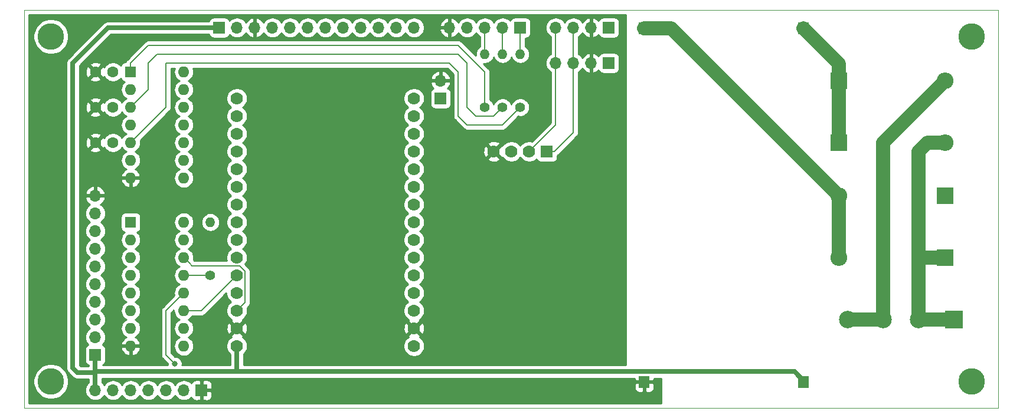
<source format=gbr>
G04 #@! TF.GenerationSoftware,KiCad,Pcbnew,(5.1.4)-1*
G04 #@! TF.CreationDate,2019-10-22T17:15:33+13:00*
G04 #@! TF.ProjectId,SprinklerPCB,53707269-6e6b-46c6-9572-5043422e6b69,rev?*
G04 #@! TF.SameCoordinates,Original*
G04 #@! TF.FileFunction,Copper,L2,Bot*
G04 #@! TF.FilePolarity,Positive*
%FSLAX46Y46*%
G04 Gerber Fmt 4.6, Leading zero omitted, Abs format (unit mm)*
G04 Created by KiCad (PCBNEW (5.1.4)-1) date 2019-10-22 17:15:33*
%MOMM*%
%LPD*%
G04 APERTURE LIST*
%ADD10C,0.025400*%
%ADD11C,1.778000*%
%ADD12R,1.778000X1.778000*%
%ADD13O,1.600000X1.600000*%
%ADD14R,1.600000X1.600000*%
%ADD15O,1.400000X1.400000*%
%ADD16C,1.400000*%
%ADD17O,1.700000X1.700000*%
%ADD18R,1.700000X1.700000*%
%ADD19C,2.500000*%
%ADD20R,2.500000X2.500000*%
%ADD21R,1.524000X1.778000*%
%ADD22O,2.400000X2.400000*%
%ADD23R,2.400000X2.400000*%
%ADD24C,1.600000*%
%ADD25C,3.810000*%
%ADD26C,0.800000*%
%ADD27C,0.203200*%
%ADD28C,0.635000*%
%ADD29C,2.032000*%
%ADD30C,0.254000*%
G04 APERTURE END LIST*
D10*
X44450000Y-66040000D02*
X44450000Y-123190000D01*
X184150000Y-66040000D02*
X44450000Y-66040000D01*
X184150000Y-123190000D02*
X184150000Y-66040000D01*
X44450000Y-123190000D02*
X184150000Y-123190000D01*
D11*
X111760000Y-86360000D03*
X114300000Y-86360000D03*
X116840000Y-86360000D03*
D12*
X119380000Y-86360000D03*
D13*
X67310000Y-74930000D03*
X59690000Y-90170000D03*
X67310000Y-77470000D03*
X59690000Y-87630000D03*
X67310000Y-80010000D03*
X59690000Y-85090000D03*
X67310000Y-82550000D03*
X59690000Y-82550000D03*
X67310000Y-85090000D03*
X59690000Y-80010000D03*
X67310000Y-87630000D03*
X59690000Y-77470000D03*
X67310000Y-90170000D03*
D14*
X59690000Y-74930000D03*
D15*
X110490000Y-72390000D03*
D16*
X110490000Y-80010000D03*
D17*
X100330000Y-68580000D03*
X97790000Y-68580000D03*
X95250000Y-68580000D03*
X92710000Y-68580000D03*
X90170000Y-68580000D03*
X87630000Y-68580000D03*
X85090000Y-68580000D03*
X82550000Y-68580000D03*
X80010000Y-68580000D03*
X77470000Y-68580000D03*
X74930000Y-68580000D03*
D18*
X72390000Y-68580000D03*
D17*
X54610000Y-120650000D03*
X57150000Y-120650000D03*
X59690000Y-120650000D03*
X62230000Y-120650000D03*
X64770000Y-120650000D03*
X67310000Y-120650000D03*
D18*
X69850000Y-120650000D03*
D17*
X120650000Y-68580000D03*
X123190000Y-68580000D03*
X125730000Y-68580000D03*
D18*
X128270000Y-68580000D03*
D17*
X120650000Y-73660000D03*
X123190000Y-73660000D03*
X125730000Y-73660000D03*
D18*
X128270000Y-73660000D03*
D17*
X105410000Y-68580000D03*
X107950000Y-68580000D03*
X110490000Y-68580000D03*
X113030000Y-68580000D03*
D18*
X115570000Y-68580000D03*
D17*
X104140000Y-76200000D03*
D18*
X104140000Y-78740000D03*
D17*
X54610000Y-92710000D03*
X54610000Y-95250000D03*
X54610000Y-97790000D03*
X54610000Y-100330000D03*
X54610000Y-102870000D03*
X54610000Y-105410000D03*
X54610000Y-107950000D03*
X54610000Y-110490000D03*
X54610000Y-113030000D03*
D18*
X54610000Y-115570000D03*
D19*
X162560000Y-110490000D03*
X167640000Y-110490000D03*
X172720000Y-110490000D03*
D20*
X177800000Y-110490000D03*
D21*
X133350000Y-68640001D03*
X133350000Y-119440001D03*
X156210000Y-119440001D03*
X156210000Y-68640001D03*
D22*
X161290000Y-101600000D03*
D23*
X176530000Y-101600000D03*
D22*
X176530000Y-76200000D03*
D23*
X161290000Y-76200000D03*
D22*
X161290000Y-92710000D03*
D23*
X176530000Y-92710000D03*
D22*
X176530000Y-85090000D03*
D23*
X161290000Y-85090000D03*
D11*
X100330000Y-78740000D03*
X100330000Y-81280000D03*
X100330000Y-83820000D03*
X100330000Y-86360000D03*
X100330000Y-88900000D03*
X100330000Y-91440000D03*
X100330000Y-93980000D03*
X100330000Y-96520000D03*
X100330000Y-99060000D03*
X100330000Y-101600000D03*
X100330000Y-104140000D03*
X100330000Y-106680000D03*
X100330000Y-109220000D03*
X100330000Y-111760000D03*
X100330000Y-114300000D03*
X74930000Y-114300000D03*
X74930000Y-111760000D03*
X74930000Y-109220000D03*
X74930000Y-106680000D03*
X74930000Y-104140000D03*
X74930000Y-101600000D03*
X74930000Y-99060000D03*
X74930000Y-96520000D03*
X74930000Y-93980000D03*
X74930000Y-91440000D03*
X74930000Y-88900000D03*
X74930000Y-86360000D03*
X74930000Y-83820000D03*
X74930000Y-81280000D03*
X74930000Y-78740000D03*
D13*
X67310000Y-96520000D03*
X59690000Y-114300000D03*
X67310000Y-99060000D03*
X59690000Y-111760000D03*
X67310000Y-101600000D03*
X59690000Y-109220000D03*
X67310000Y-104140000D03*
X59690000Y-106680000D03*
X67310000Y-106680000D03*
X59690000Y-104140000D03*
X67310000Y-109220000D03*
X59690000Y-101600000D03*
X67310000Y-111760000D03*
X59690000Y-99060000D03*
X67310000Y-114300000D03*
D14*
X59690000Y-96520000D03*
D15*
X115570000Y-72390000D03*
D16*
X115570000Y-80010000D03*
D15*
X113030000Y-72390000D03*
D16*
X113030000Y-80010000D03*
D15*
X71120000Y-96520000D03*
D16*
X71120000Y-104140000D03*
D24*
X54650000Y-85090000D03*
X57150000Y-85090000D03*
X54650000Y-80010000D03*
X57150000Y-80010000D03*
X54650000Y-74930000D03*
X57150000Y-74930000D03*
D25*
X48260000Y-69850000D03*
X48260000Y-119380000D03*
X180340000Y-119380000D03*
X180340000Y-69850000D03*
D26*
X66040000Y-116840000D03*
D27*
X120472200Y-86360000D02*
X119380000Y-86360000D01*
X123190000Y-83642200D02*
X120472200Y-86360000D01*
X123190000Y-73660000D02*
X123190000Y-83642200D01*
X123190000Y-68580000D02*
X123190000Y-73660000D01*
X120650000Y-82550000D02*
X116840000Y-86360000D01*
X120650000Y-73660000D02*
X120650000Y-82550000D01*
X120650000Y-68580000D02*
X120650000Y-73660000D01*
X68109999Y-102399999D02*
X67310000Y-101600000D01*
X68478401Y-102768401D02*
X68109999Y-102399999D01*
X75287635Y-102768401D02*
X68478401Y-102768401D01*
X76098401Y-103579167D02*
X75287635Y-102768401D01*
X76098401Y-108051599D02*
X76098401Y-103579167D01*
X74930000Y-109220000D02*
X76098401Y-108051599D01*
X69850000Y-109220000D02*
X74930000Y-104140000D01*
X67310000Y-109220000D02*
X69850000Y-109220000D01*
X66040000Y-116840000D02*
X64770000Y-115570000D01*
X64770000Y-109220000D02*
X67310000Y-106680000D01*
X64770000Y-115570000D02*
X64770000Y-109220000D01*
X71120000Y-104140000D02*
X67310000Y-104140000D01*
X110490000Y-80010000D02*
X110490000Y-74930000D01*
X110490000Y-74930000D02*
X106680000Y-71120000D01*
X106680000Y-71120000D02*
X62230000Y-71120000D01*
X59690000Y-73660000D02*
X59690000Y-74930000D01*
X62230000Y-71120000D02*
X59690000Y-73660000D01*
X62230000Y-73660000D02*
X62230000Y-77470000D01*
X63500000Y-72390000D02*
X62230000Y-73660000D01*
X111760000Y-81280000D02*
X109220000Y-81280000D01*
X62230000Y-77470000D02*
X59690000Y-80010000D01*
X109220000Y-81280000D02*
X107950000Y-80010000D01*
X107950000Y-80010000D02*
X107950000Y-73660000D01*
X107950000Y-73660000D02*
X106680000Y-72390000D01*
X113030000Y-80010000D02*
X111760000Y-81280000D01*
X106680000Y-72390000D02*
X63500000Y-72390000D01*
X64770000Y-80010000D02*
X59690000Y-85090000D01*
X64770000Y-73660000D02*
X64770000Y-80010000D01*
X113030000Y-82550000D02*
X107950000Y-82550000D01*
X115570000Y-80010000D02*
X113030000Y-82550000D01*
X107950000Y-82550000D02*
X106680000Y-81280000D01*
X106680000Y-81280000D02*
X106680000Y-74930000D01*
X106680000Y-74930000D02*
X105410000Y-73660000D01*
X105410000Y-73660000D02*
X64770000Y-73660000D01*
D28*
X74930000Y-117849000D02*
X74799500Y-117979500D01*
X74930000Y-114300000D02*
X74930000Y-117849000D01*
X54740500Y-117979500D02*
X54610000Y-118110000D01*
X74799500Y-117979500D02*
X54740500Y-117979500D01*
X54610000Y-118110000D02*
X54610000Y-120650000D01*
X52070000Y-118110000D02*
X54610000Y-118110000D01*
X51384210Y-117424210D02*
X52070000Y-118110000D01*
X51384210Y-73660000D02*
X51384210Y-117424210D01*
X72390000Y-68580000D02*
X56464210Y-68580000D01*
X56464210Y-68580000D02*
X51384210Y-73660000D01*
X152336499Y-117979500D02*
X74799500Y-117979500D01*
X154876499Y-117979500D02*
X152336499Y-117979500D01*
X156210000Y-119440001D02*
X156210000Y-119313001D01*
X156210000Y-119313001D02*
X154876499Y-117979500D01*
X54610000Y-115570000D02*
X54610000Y-118110000D01*
D27*
X110490000Y-68580000D02*
X110490000Y-72390000D01*
X113030000Y-68580000D02*
X113030000Y-72390000D01*
X115570000Y-72390000D02*
X115570000Y-68580000D01*
D29*
X173298000Y-101600000D02*
X172720000Y-101022000D01*
X176530000Y-101600000D02*
X173298000Y-101600000D01*
X176530000Y-85090000D02*
X173990000Y-85090000D01*
X173990000Y-85090000D02*
X172720000Y-86360000D01*
X172720000Y-86360000D02*
X172720000Y-101022000D01*
X172720000Y-101022000D02*
X172720000Y-104140000D01*
X172720000Y-104140000D02*
X172720000Y-110490000D01*
X172720000Y-110490000D02*
X177800000Y-110490000D01*
X161290000Y-85090000D02*
X161290000Y-76200000D01*
X161290000Y-73720001D02*
X156210000Y-68640001D01*
X161290000Y-76200000D02*
X161290000Y-73720001D01*
X161290000Y-101600000D02*
X161290000Y-92710000D01*
X137220001Y-68640001D02*
X161290000Y-92710000D01*
X133350000Y-68640001D02*
X137220001Y-68640001D01*
X162560000Y-110490000D02*
X167640000Y-110490000D01*
X167640000Y-85090000D02*
X176530000Y-76200000D01*
X167640000Y-110490000D02*
X167640000Y-85090000D01*
D30*
G36*
X130683000Y-117027000D02*
G01*
X75882500Y-117027000D01*
X75882500Y-115496459D01*
X75901493Y-115483768D01*
X76113768Y-115271493D01*
X76280551Y-115021885D01*
X76395434Y-114744534D01*
X76454000Y-114450101D01*
X76454000Y-114149899D01*
X98806000Y-114149899D01*
X98806000Y-114450101D01*
X98864566Y-114744534D01*
X98979449Y-115021885D01*
X99146232Y-115271493D01*
X99358507Y-115483768D01*
X99608115Y-115650551D01*
X99885466Y-115765434D01*
X100179899Y-115824000D01*
X100480101Y-115824000D01*
X100774534Y-115765434D01*
X101051885Y-115650551D01*
X101301493Y-115483768D01*
X101513768Y-115271493D01*
X101680551Y-115021885D01*
X101795434Y-114744534D01*
X101854000Y-114450101D01*
X101854000Y-114149899D01*
X101795434Y-113855466D01*
X101680551Y-113578115D01*
X101513768Y-113328507D01*
X101301493Y-113116232D01*
X101143378Y-113010583D01*
X101206626Y-112816231D01*
X100330000Y-111939605D01*
X99453374Y-112816231D01*
X99516622Y-113010583D01*
X99358507Y-113116232D01*
X99146232Y-113328507D01*
X98979449Y-113578115D01*
X98864566Y-113855466D01*
X98806000Y-114149899D01*
X76454000Y-114149899D01*
X76395434Y-113855466D01*
X76280551Y-113578115D01*
X76113768Y-113328507D01*
X75901493Y-113116232D01*
X75743378Y-113010583D01*
X75806626Y-112816231D01*
X74930000Y-111939605D01*
X74053374Y-112816231D01*
X74116622Y-113010583D01*
X73958507Y-113116232D01*
X73746232Y-113328507D01*
X73579449Y-113578115D01*
X73464566Y-113855466D01*
X73406000Y-114149899D01*
X73406000Y-114450101D01*
X73464566Y-114744534D01*
X73579449Y-115021885D01*
X73746232Y-115271493D01*
X73958507Y-115483768D01*
X73977500Y-115496459D01*
X73977501Y-117027000D01*
X67058080Y-117027000D01*
X67075000Y-116941939D01*
X67075000Y-116738061D01*
X67035226Y-116538102D01*
X66957205Y-116349744D01*
X66843937Y-116180226D01*
X66699774Y-116036063D01*
X66530256Y-115922795D01*
X66341898Y-115844774D01*
X66141939Y-115805000D01*
X66046710Y-115805000D01*
X65506600Y-115264891D01*
X65506600Y-109525109D01*
X65874213Y-109157496D01*
X65868057Y-109220000D01*
X65895764Y-109501309D01*
X65977818Y-109771808D01*
X66111068Y-110021101D01*
X66290392Y-110239608D01*
X66508899Y-110418932D01*
X66641858Y-110490000D01*
X66508899Y-110561068D01*
X66290392Y-110740392D01*
X66111068Y-110958899D01*
X65977818Y-111208192D01*
X65895764Y-111478691D01*
X65868057Y-111760000D01*
X65895764Y-112041309D01*
X65977818Y-112311808D01*
X66111068Y-112561101D01*
X66290392Y-112779608D01*
X66508899Y-112958932D01*
X66641858Y-113030000D01*
X66508899Y-113101068D01*
X66290392Y-113280392D01*
X66111068Y-113498899D01*
X65977818Y-113748192D01*
X65895764Y-114018691D01*
X65868057Y-114300000D01*
X65895764Y-114581309D01*
X65977818Y-114851808D01*
X66111068Y-115101101D01*
X66290392Y-115319608D01*
X66508899Y-115498932D01*
X66758192Y-115632182D01*
X67028691Y-115714236D01*
X67239508Y-115735000D01*
X67380492Y-115735000D01*
X67591309Y-115714236D01*
X67861808Y-115632182D01*
X68111101Y-115498932D01*
X68329608Y-115319608D01*
X68508932Y-115101101D01*
X68642182Y-114851808D01*
X68724236Y-114581309D01*
X68751943Y-114300000D01*
X68724236Y-114018691D01*
X68642182Y-113748192D01*
X68508932Y-113498899D01*
X68329608Y-113280392D01*
X68111101Y-113101068D01*
X67978142Y-113030000D01*
X68111101Y-112958932D01*
X68329608Y-112779608D01*
X68508932Y-112561101D01*
X68642182Y-112311808D01*
X68724236Y-112041309D01*
X68745345Y-111826988D01*
X73400092Y-111826988D01*
X73442557Y-112124171D01*
X73542184Y-112407359D01*
X73620711Y-112554273D01*
X73873769Y-112636626D01*
X74750395Y-111760000D01*
X75109605Y-111760000D01*
X75986231Y-112636626D01*
X76239289Y-112554273D01*
X76369086Y-112283582D01*
X76443580Y-111992770D01*
X76452610Y-111826988D01*
X98800092Y-111826988D01*
X98842557Y-112124171D01*
X98942184Y-112407359D01*
X99020711Y-112554273D01*
X99273769Y-112636626D01*
X100150395Y-111760000D01*
X100509605Y-111760000D01*
X101386231Y-112636626D01*
X101639289Y-112554273D01*
X101769086Y-112283582D01*
X101843580Y-111992770D01*
X101859908Y-111693012D01*
X101817443Y-111395829D01*
X101717816Y-111112641D01*
X101639289Y-110965727D01*
X101386231Y-110883374D01*
X100509605Y-111760000D01*
X100150395Y-111760000D01*
X99273769Y-110883374D01*
X99020711Y-110965727D01*
X98890914Y-111236418D01*
X98816420Y-111527230D01*
X98800092Y-111826988D01*
X76452610Y-111826988D01*
X76459908Y-111693012D01*
X76417443Y-111395829D01*
X76317816Y-111112641D01*
X76239289Y-110965727D01*
X75986231Y-110883374D01*
X75109605Y-111760000D01*
X74750395Y-111760000D01*
X73873769Y-110883374D01*
X73620711Y-110965727D01*
X73490914Y-111236418D01*
X73416420Y-111527230D01*
X73400092Y-111826988D01*
X68745345Y-111826988D01*
X68751943Y-111760000D01*
X68724236Y-111478691D01*
X68642182Y-111208192D01*
X68508932Y-110958899D01*
X68329608Y-110740392D01*
X68111101Y-110561068D01*
X67978142Y-110490000D01*
X68111101Y-110418932D01*
X68329608Y-110239608D01*
X68508932Y-110021101D01*
X68543409Y-109956600D01*
X69813817Y-109956600D01*
X69850000Y-109960164D01*
X69886183Y-109956600D01*
X69886186Y-109956600D01*
X69994399Y-109945942D01*
X70133249Y-109903822D01*
X70261213Y-109835424D01*
X70373375Y-109743375D01*
X70396446Y-109715263D01*
X73406000Y-106705710D01*
X73406000Y-106830101D01*
X73464566Y-107124534D01*
X73579449Y-107401885D01*
X73746232Y-107651493D01*
X73958507Y-107863768D01*
X74087562Y-107950000D01*
X73958507Y-108036232D01*
X73746232Y-108248507D01*
X73579449Y-108498115D01*
X73464566Y-108775466D01*
X73406000Y-109069899D01*
X73406000Y-109370101D01*
X73464566Y-109664534D01*
X73579449Y-109941885D01*
X73746232Y-110191493D01*
X73958507Y-110403768D01*
X74116622Y-110509417D01*
X74053374Y-110703769D01*
X74930000Y-111580395D01*
X75806626Y-110703769D01*
X75743378Y-110509417D01*
X75901493Y-110403768D01*
X76113768Y-110191493D01*
X76280551Y-109941885D01*
X76395434Y-109664534D01*
X76454000Y-109370101D01*
X76454000Y-109069899D01*
X76398887Y-108792823D01*
X76593674Y-108598036D01*
X76621775Y-108574974D01*
X76644838Y-108546872D01*
X76644843Y-108546867D01*
X76713825Y-108462812D01*
X76737297Y-108418899D01*
X76782223Y-108334848D01*
X76824343Y-108195998D01*
X76835001Y-108087785D01*
X76835001Y-108087784D01*
X76838565Y-108051599D01*
X76835001Y-108015413D01*
X76835001Y-103615342D01*
X76838564Y-103579166D01*
X76835001Y-103542990D01*
X76835001Y-103542981D01*
X76824343Y-103434768D01*
X76782223Y-103295918D01*
X76713825Y-103167954D01*
X76621776Y-103055792D01*
X76593670Y-103032726D01*
X76121246Y-102560302D01*
X76280551Y-102321885D01*
X76395434Y-102044534D01*
X76454000Y-101750101D01*
X76454000Y-101449899D01*
X76395434Y-101155466D01*
X76280551Y-100878115D01*
X76113768Y-100628507D01*
X75901493Y-100416232D01*
X75772438Y-100330000D01*
X75901493Y-100243768D01*
X76113768Y-100031493D01*
X76280551Y-99781885D01*
X76395434Y-99504534D01*
X76454000Y-99210101D01*
X76454000Y-98909899D01*
X76395434Y-98615466D01*
X76280551Y-98338115D01*
X76113768Y-98088507D01*
X75901493Y-97876232D01*
X75772438Y-97790000D01*
X75901493Y-97703768D01*
X76113768Y-97491493D01*
X76280551Y-97241885D01*
X76395434Y-96964534D01*
X76454000Y-96670101D01*
X76454000Y-96369899D01*
X76395434Y-96075466D01*
X76280551Y-95798115D01*
X76113768Y-95548507D01*
X75901493Y-95336232D01*
X75772438Y-95250000D01*
X75901493Y-95163768D01*
X76113768Y-94951493D01*
X76280551Y-94701885D01*
X76395434Y-94424534D01*
X76454000Y-94130101D01*
X76454000Y-93829899D01*
X76395434Y-93535466D01*
X76280551Y-93258115D01*
X76113768Y-93008507D01*
X75901493Y-92796232D01*
X75772438Y-92710000D01*
X75901493Y-92623768D01*
X76113768Y-92411493D01*
X76280551Y-92161885D01*
X76395434Y-91884534D01*
X76454000Y-91590101D01*
X76454000Y-91289899D01*
X76395434Y-90995466D01*
X76280551Y-90718115D01*
X76113768Y-90468507D01*
X75901493Y-90256232D01*
X75772438Y-90170000D01*
X75901493Y-90083768D01*
X76113768Y-89871493D01*
X76280551Y-89621885D01*
X76395434Y-89344534D01*
X76454000Y-89050101D01*
X76454000Y-88749899D01*
X76395434Y-88455466D01*
X76280551Y-88178115D01*
X76113768Y-87928507D01*
X75901493Y-87716232D01*
X75772438Y-87630000D01*
X75901493Y-87543768D01*
X76113768Y-87331493D01*
X76280551Y-87081885D01*
X76395434Y-86804534D01*
X76454000Y-86510101D01*
X76454000Y-86209899D01*
X76395434Y-85915466D01*
X76280551Y-85638115D01*
X76113768Y-85388507D01*
X75901493Y-85176232D01*
X75772438Y-85090000D01*
X75901493Y-85003768D01*
X76113768Y-84791493D01*
X76280551Y-84541885D01*
X76395434Y-84264534D01*
X76454000Y-83970101D01*
X76454000Y-83669899D01*
X76395434Y-83375466D01*
X76280551Y-83098115D01*
X76113768Y-82848507D01*
X75901493Y-82636232D01*
X75772438Y-82550000D01*
X75901493Y-82463768D01*
X76113768Y-82251493D01*
X76280551Y-82001885D01*
X76395434Y-81724534D01*
X76454000Y-81430101D01*
X76454000Y-81129899D01*
X76395434Y-80835466D01*
X76280551Y-80558115D01*
X76113768Y-80308507D01*
X75901493Y-80096232D01*
X75772438Y-80010000D01*
X75901493Y-79923768D01*
X76113768Y-79711493D01*
X76280551Y-79461885D01*
X76395434Y-79184534D01*
X76454000Y-78890101D01*
X76454000Y-78589899D01*
X98806000Y-78589899D01*
X98806000Y-78890101D01*
X98864566Y-79184534D01*
X98979449Y-79461885D01*
X99146232Y-79711493D01*
X99358507Y-79923768D01*
X99487562Y-80010000D01*
X99358507Y-80096232D01*
X99146232Y-80308507D01*
X98979449Y-80558115D01*
X98864566Y-80835466D01*
X98806000Y-81129899D01*
X98806000Y-81430101D01*
X98864566Y-81724534D01*
X98979449Y-82001885D01*
X99146232Y-82251493D01*
X99358507Y-82463768D01*
X99487562Y-82550000D01*
X99358507Y-82636232D01*
X99146232Y-82848507D01*
X98979449Y-83098115D01*
X98864566Y-83375466D01*
X98806000Y-83669899D01*
X98806000Y-83970101D01*
X98864566Y-84264534D01*
X98979449Y-84541885D01*
X99146232Y-84791493D01*
X99358507Y-85003768D01*
X99487562Y-85090000D01*
X99358507Y-85176232D01*
X99146232Y-85388507D01*
X98979449Y-85638115D01*
X98864566Y-85915466D01*
X98806000Y-86209899D01*
X98806000Y-86510101D01*
X98864566Y-86804534D01*
X98979449Y-87081885D01*
X99146232Y-87331493D01*
X99358507Y-87543768D01*
X99487562Y-87630000D01*
X99358507Y-87716232D01*
X99146232Y-87928507D01*
X98979449Y-88178115D01*
X98864566Y-88455466D01*
X98806000Y-88749899D01*
X98806000Y-89050101D01*
X98864566Y-89344534D01*
X98979449Y-89621885D01*
X99146232Y-89871493D01*
X99358507Y-90083768D01*
X99487562Y-90170000D01*
X99358507Y-90256232D01*
X99146232Y-90468507D01*
X98979449Y-90718115D01*
X98864566Y-90995466D01*
X98806000Y-91289899D01*
X98806000Y-91590101D01*
X98864566Y-91884534D01*
X98979449Y-92161885D01*
X99146232Y-92411493D01*
X99358507Y-92623768D01*
X99487562Y-92710000D01*
X99358507Y-92796232D01*
X99146232Y-93008507D01*
X98979449Y-93258115D01*
X98864566Y-93535466D01*
X98806000Y-93829899D01*
X98806000Y-94130101D01*
X98864566Y-94424534D01*
X98979449Y-94701885D01*
X99146232Y-94951493D01*
X99358507Y-95163768D01*
X99487562Y-95250000D01*
X99358507Y-95336232D01*
X99146232Y-95548507D01*
X98979449Y-95798115D01*
X98864566Y-96075466D01*
X98806000Y-96369899D01*
X98806000Y-96670101D01*
X98864566Y-96964534D01*
X98979449Y-97241885D01*
X99146232Y-97491493D01*
X99358507Y-97703768D01*
X99487562Y-97790000D01*
X99358507Y-97876232D01*
X99146232Y-98088507D01*
X98979449Y-98338115D01*
X98864566Y-98615466D01*
X98806000Y-98909899D01*
X98806000Y-99210101D01*
X98864566Y-99504534D01*
X98979449Y-99781885D01*
X99146232Y-100031493D01*
X99358507Y-100243768D01*
X99487562Y-100330000D01*
X99358507Y-100416232D01*
X99146232Y-100628507D01*
X98979449Y-100878115D01*
X98864566Y-101155466D01*
X98806000Y-101449899D01*
X98806000Y-101750101D01*
X98864566Y-102044534D01*
X98979449Y-102321885D01*
X99146232Y-102571493D01*
X99358507Y-102783768D01*
X99487562Y-102870000D01*
X99358507Y-102956232D01*
X99146232Y-103168507D01*
X98979449Y-103418115D01*
X98864566Y-103695466D01*
X98806000Y-103989899D01*
X98806000Y-104290101D01*
X98864566Y-104584534D01*
X98979449Y-104861885D01*
X99146232Y-105111493D01*
X99358507Y-105323768D01*
X99487562Y-105410000D01*
X99358507Y-105496232D01*
X99146232Y-105708507D01*
X98979449Y-105958115D01*
X98864566Y-106235466D01*
X98806000Y-106529899D01*
X98806000Y-106830101D01*
X98864566Y-107124534D01*
X98979449Y-107401885D01*
X99146232Y-107651493D01*
X99358507Y-107863768D01*
X99487562Y-107950000D01*
X99358507Y-108036232D01*
X99146232Y-108248507D01*
X98979449Y-108498115D01*
X98864566Y-108775466D01*
X98806000Y-109069899D01*
X98806000Y-109370101D01*
X98864566Y-109664534D01*
X98979449Y-109941885D01*
X99146232Y-110191493D01*
X99358507Y-110403768D01*
X99516622Y-110509417D01*
X99453374Y-110703769D01*
X100330000Y-111580395D01*
X101206626Y-110703769D01*
X101143378Y-110509417D01*
X101301493Y-110403768D01*
X101513768Y-110191493D01*
X101680551Y-109941885D01*
X101795434Y-109664534D01*
X101854000Y-109370101D01*
X101854000Y-109069899D01*
X101795434Y-108775466D01*
X101680551Y-108498115D01*
X101513768Y-108248507D01*
X101301493Y-108036232D01*
X101172438Y-107950000D01*
X101301493Y-107863768D01*
X101513768Y-107651493D01*
X101680551Y-107401885D01*
X101795434Y-107124534D01*
X101854000Y-106830101D01*
X101854000Y-106529899D01*
X101795434Y-106235466D01*
X101680551Y-105958115D01*
X101513768Y-105708507D01*
X101301493Y-105496232D01*
X101172438Y-105410000D01*
X101301493Y-105323768D01*
X101513768Y-105111493D01*
X101680551Y-104861885D01*
X101795434Y-104584534D01*
X101854000Y-104290101D01*
X101854000Y-103989899D01*
X101795434Y-103695466D01*
X101680551Y-103418115D01*
X101513768Y-103168507D01*
X101301493Y-102956232D01*
X101172438Y-102870000D01*
X101301493Y-102783768D01*
X101513768Y-102571493D01*
X101680551Y-102321885D01*
X101795434Y-102044534D01*
X101854000Y-101750101D01*
X101854000Y-101449899D01*
X101795434Y-101155466D01*
X101680551Y-100878115D01*
X101513768Y-100628507D01*
X101301493Y-100416232D01*
X101172438Y-100330000D01*
X101301493Y-100243768D01*
X101513768Y-100031493D01*
X101680551Y-99781885D01*
X101795434Y-99504534D01*
X101854000Y-99210101D01*
X101854000Y-98909899D01*
X101795434Y-98615466D01*
X101680551Y-98338115D01*
X101513768Y-98088507D01*
X101301493Y-97876232D01*
X101172438Y-97790000D01*
X101301493Y-97703768D01*
X101513768Y-97491493D01*
X101680551Y-97241885D01*
X101795434Y-96964534D01*
X101854000Y-96670101D01*
X101854000Y-96369899D01*
X101795434Y-96075466D01*
X101680551Y-95798115D01*
X101513768Y-95548507D01*
X101301493Y-95336232D01*
X101172438Y-95250000D01*
X101301493Y-95163768D01*
X101513768Y-94951493D01*
X101680551Y-94701885D01*
X101795434Y-94424534D01*
X101854000Y-94130101D01*
X101854000Y-93829899D01*
X101795434Y-93535466D01*
X101680551Y-93258115D01*
X101513768Y-93008507D01*
X101301493Y-92796232D01*
X101172438Y-92710000D01*
X101301493Y-92623768D01*
X101513768Y-92411493D01*
X101680551Y-92161885D01*
X101795434Y-91884534D01*
X101854000Y-91590101D01*
X101854000Y-91289899D01*
X101795434Y-90995466D01*
X101680551Y-90718115D01*
X101513768Y-90468507D01*
X101301493Y-90256232D01*
X101172438Y-90170000D01*
X101301493Y-90083768D01*
X101513768Y-89871493D01*
X101680551Y-89621885D01*
X101795434Y-89344534D01*
X101854000Y-89050101D01*
X101854000Y-88749899D01*
X101795434Y-88455466D01*
X101680551Y-88178115D01*
X101513768Y-87928507D01*
X101301493Y-87716232D01*
X101172438Y-87630000D01*
X101301493Y-87543768D01*
X101429030Y-87416231D01*
X110883374Y-87416231D01*
X110965727Y-87669289D01*
X111236418Y-87799086D01*
X111527230Y-87873580D01*
X111826988Y-87889908D01*
X112124171Y-87847443D01*
X112407359Y-87747816D01*
X112554273Y-87669289D01*
X112636626Y-87416231D01*
X111760000Y-86539605D01*
X110883374Y-87416231D01*
X101429030Y-87416231D01*
X101513768Y-87331493D01*
X101680551Y-87081885D01*
X101795434Y-86804534D01*
X101854000Y-86510101D01*
X101854000Y-86426988D01*
X110230092Y-86426988D01*
X110272557Y-86724171D01*
X110372184Y-87007359D01*
X110450711Y-87154273D01*
X110703769Y-87236626D01*
X111580395Y-86360000D01*
X111939605Y-86360000D01*
X112816231Y-87236626D01*
X113010583Y-87173378D01*
X113116232Y-87331493D01*
X113328507Y-87543768D01*
X113578115Y-87710551D01*
X113855466Y-87825434D01*
X114149899Y-87884000D01*
X114450101Y-87884000D01*
X114744534Y-87825434D01*
X115021885Y-87710551D01*
X115271493Y-87543768D01*
X115483768Y-87331493D01*
X115570000Y-87202438D01*
X115656232Y-87331493D01*
X115868507Y-87543768D01*
X116118115Y-87710551D01*
X116395466Y-87825434D01*
X116689899Y-87884000D01*
X116990101Y-87884000D01*
X117284534Y-87825434D01*
X117561885Y-87710551D01*
X117811493Y-87543768D01*
X117892324Y-87462937D01*
X117901498Y-87493180D01*
X117960463Y-87603494D01*
X118039815Y-87700185D01*
X118136506Y-87779537D01*
X118246820Y-87838502D01*
X118366518Y-87874812D01*
X118491000Y-87887072D01*
X120269000Y-87887072D01*
X120393482Y-87874812D01*
X120513180Y-87838502D01*
X120623494Y-87779537D01*
X120720185Y-87700185D01*
X120799537Y-87603494D01*
X120858502Y-87493180D01*
X120894812Y-87373482D01*
X120907072Y-87249000D01*
X120907072Y-86956008D01*
X120995575Y-86883375D01*
X121018646Y-86855264D01*
X123685269Y-84188641D01*
X123713375Y-84165575D01*
X123805424Y-84053413D01*
X123873822Y-83925449D01*
X123915942Y-83786599D01*
X123926600Y-83678386D01*
X123930164Y-83642200D01*
X123926600Y-83606014D01*
X123926600Y-74950102D01*
X124019014Y-74900706D01*
X124245134Y-74715134D01*
X124430706Y-74489014D01*
X124465201Y-74424477D01*
X124534822Y-74541355D01*
X124729731Y-74757588D01*
X124963080Y-74931641D01*
X125225901Y-75056825D01*
X125373110Y-75101476D01*
X125603000Y-74980155D01*
X125603000Y-73787000D01*
X125583000Y-73787000D01*
X125583000Y-73533000D01*
X125603000Y-73533000D01*
X125603000Y-72339845D01*
X125857000Y-72339845D01*
X125857000Y-73533000D01*
X125877000Y-73533000D01*
X125877000Y-73787000D01*
X125857000Y-73787000D01*
X125857000Y-74980155D01*
X126086890Y-75101476D01*
X126234099Y-75056825D01*
X126496920Y-74931641D01*
X126730269Y-74757588D01*
X126806034Y-74673534D01*
X126830498Y-74754180D01*
X126889463Y-74864494D01*
X126968815Y-74961185D01*
X127065506Y-75040537D01*
X127175820Y-75099502D01*
X127295518Y-75135812D01*
X127420000Y-75148072D01*
X129120000Y-75148072D01*
X129244482Y-75135812D01*
X129364180Y-75099502D01*
X129474494Y-75040537D01*
X129571185Y-74961185D01*
X129650537Y-74864494D01*
X129709502Y-74754180D01*
X129745812Y-74634482D01*
X129758072Y-74510000D01*
X129758072Y-72810000D01*
X129745812Y-72685518D01*
X129709502Y-72565820D01*
X129650537Y-72455506D01*
X129571185Y-72358815D01*
X129474494Y-72279463D01*
X129364180Y-72220498D01*
X129244482Y-72184188D01*
X129120000Y-72171928D01*
X127420000Y-72171928D01*
X127295518Y-72184188D01*
X127175820Y-72220498D01*
X127065506Y-72279463D01*
X126968815Y-72358815D01*
X126889463Y-72455506D01*
X126830498Y-72565820D01*
X126806034Y-72646466D01*
X126730269Y-72562412D01*
X126496920Y-72388359D01*
X126234099Y-72263175D01*
X126086890Y-72218524D01*
X125857000Y-72339845D01*
X125603000Y-72339845D01*
X125373110Y-72218524D01*
X125225901Y-72263175D01*
X124963080Y-72388359D01*
X124729731Y-72562412D01*
X124534822Y-72778645D01*
X124465201Y-72895523D01*
X124430706Y-72830986D01*
X124245134Y-72604866D01*
X124019014Y-72419294D01*
X123926600Y-72369898D01*
X123926600Y-69870102D01*
X124019014Y-69820706D01*
X124245134Y-69635134D01*
X124430706Y-69409014D01*
X124465201Y-69344477D01*
X124534822Y-69461355D01*
X124729731Y-69677588D01*
X124963080Y-69851641D01*
X125225901Y-69976825D01*
X125373110Y-70021476D01*
X125603000Y-69900155D01*
X125603000Y-68707000D01*
X125583000Y-68707000D01*
X125583000Y-68453000D01*
X125603000Y-68453000D01*
X125603000Y-67259845D01*
X125857000Y-67259845D01*
X125857000Y-68453000D01*
X125877000Y-68453000D01*
X125877000Y-68707000D01*
X125857000Y-68707000D01*
X125857000Y-69900155D01*
X126086890Y-70021476D01*
X126234099Y-69976825D01*
X126496920Y-69851641D01*
X126730269Y-69677588D01*
X126806034Y-69593534D01*
X126830498Y-69674180D01*
X126889463Y-69784494D01*
X126968815Y-69881185D01*
X127065506Y-69960537D01*
X127175820Y-70019502D01*
X127295518Y-70055812D01*
X127420000Y-70068072D01*
X129120000Y-70068072D01*
X129244482Y-70055812D01*
X129364180Y-70019502D01*
X129474494Y-69960537D01*
X129571185Y-69881185D01*
X129650537Y-69784494D01*
X129709502Y-69674180D01*
X129745812Y-69554482D01*
X129758072Y-69430000D01*
X129758072Y-67730000D01*
X129745812Y-67605518D01*
X129709502Y-67485820D01*
X129650537Y-67375506D01*
X129571185Y-67278815D01*
X129474494Y-67199463D01*
X129364180Y-67140498D01*
X129244482Y-67104188D01*
X129120000Y-67091928D01*
X127420000Y-67091928D01*
X127295518Y-67104188D01*
X127175820Y-67140498D01*
X127065506Y-67199463D01*
X126968815Y-67278815D01*
X126889463Y-67375506D01*
X126830498Y-67485820D01*
X126806034Y-67566466D01*
X126730269Y-67482412D01*
X126496920Y-67308359D01*
X126234099Y-67183175D01*
X126086890Y-67138524D01*
X125857000Y-67259845D01*
X125603000Y-67259845D01*
X125373110Y-67138524D01*
X125225901Y-67183175D01*
X124963080Y-67308359D01*
X124729731Y-67482412D01*
X124534822Y-67698645D01*
X124465201Y-67815523D01*
X124430706Y-67750986D01*
X124245134Y-67524866D01*
X124019014Y-67339294D01*
X123761034Y-67201401D01*
X123481111Y-67116487D01*
X123262950Y-67095000D01*
X123117050Y-67095000D01*
X122898889Y-67116487D01*
X122618966Y-67201401D01*
X122360986Y-67339294D01*
X122134866Y-67524866D01*
X121949294Y-67750986D01*
X121920000Y-67805791D01*
X121890706Y-67750986D01*
X121705134Y-67524866D01*
X121479014Y-67339294D01*
X121221034Y-67201401D01*
X120941111Y-67116487D01*
X120722950Y-67095000D01*
X120577050Y-67095000D01*
X120358889Y-67116487D01*
X120078966Y-67201401D01*
X119820986Y-67339294D01*
X119594866Y-67524866D01*
X119409294Y-67750986D01*
X119271401Y-68008966D01*
X119186487Y-68288889D01*
X119157815Y-68580000D01*
X119186487Y-68871111D01*
X119271401Y-69151034D01*
X119409294Y-69409014D01*
X119594866Y-69635134D01*
X119820986Y-69820706D01*
X119913400Y-69870102D01*
X119913401Y-72369897D01*
X119820986Y-72419294D01*
X119594866Y-72604866D01*
X119409294Y-72830986D01*
X119271401Y-73088966D01*
X119186487Y-73368889D01*
X119157815Y-73660000D01*
X119186487Y-73951111D01*
X119271401Y-74231034D01*
X119409294Y-74489014D01*
X119594866Y-74715134D01*
X119820986Y-74900706D01*
X119913400Y-74950102D01*
X119913401Y-82244889D01*
X117267177Y-84891114D01*
X116990101Y-84836000D01*
X116689899Y-84836000D01*
X116395466Y-84894566D01*
X116118115Y-85009449D01*
X115868507Y-85176232D01*
X115656232Y-85388507D01*
X115570000Y-85517562D01*
X115483768Y-85388507D01*
X115271493Y-85176232D01*
X115021885Y-85009449D01*
X114744534Y-84894566D01*
X114450101Y-84836000D01*
X114149899Y-84836000D01*
X113855466Y-84894566D01*
X113578115Y-85009449D01*
X113328507Y-85176232D01*
X113116232Y-85388507D01*
X113010583Y-85546622D01*
X112816231Y-85483374D01*
X111939605Y-86360000D01*
X111580395Y-86360000D01*
X110703769Y-85483374D01*
X110450711Y-85565727D01*
X110320914Y-85836418D01*
X110246420Y-86127230D01*
X110230092Y-86426988D01*
X101854000Y-86426988D01*
X101854000Y-86209899D01*
X101795434Y-85915466D01*
X101680551Y-85638115D01*
X101513768Y-85388507D01*
X101429030Y-85303769D01*
X110883374Y-85303769D01*
X111760000Y-86180395D01*
X112636626Y-85303769D01*
X112554273Y-85050711D01*
X112283582Y-84920914D01*
X111992770Y-84846420D01*
X111693012Y-84830092D01*
X111395829Y-84872557D01*
X111112641Y-84972184D01*
X110965727Y-85050711D01*
X110883374Y-85303769D01*
X101429030Y-85303769D01*
X101301493Y-85176232D01*
X101172438Y-85090000D01*
X101301493Y-85003768D01*
X101513768Y-84791493D01*
X101680551Y-84541885D01*
X101795434Y-84264534D01*
X101854000Y-83970101D01*
X101854000Y-83669899D01*
X101795434Y-83375466D01*
X101680551Y-83098115D01*
X101513768Y-82848507D01*
X101301493Y-82636232D01*
X101172438Y-82550000D01*
X101301493Y-82463768D01*
X101513768Y-82251493D01*
X101680551Y-82001885D01*
X101795434Y-81724534D01*
X101854000Y-81430101D01*
X101854000Y-81129899D01*
X101795434Y-80835466D01*
X101680551Y-80558115D01*
X101513768Y-80308507D01*
X101301493Y-80096232D01*
X101172438Y-80010000D01*
X101301493Y-79923768D01*
X101513768Y-79711493D01*
X101680551Y-79461885D01*
X101795434Y-79184534D01*
X101854000Y-78890101D01*
X101854000Y-78589899D01*
X101795434Y-78295466D01*
X101680551Y-78018115D01*
X101594948Y-77890000D01*
X102651928Y-77890000D01*
X102651928Y-79590000D01*
X102664188Y-79714482D01*
X102700498Y-79834180D01*
X102759463Y-79944494D01*
X102838815Y-80041185D01*
X102935506Y-80120537D01*
X103045820Y-80179502D01*
X103165518Y-80215812D01*
X103290000Y-80228072D01*
X104990000Y-80228072D01*
X105114482Y-80215812D01*
X105234180Y-80179502D01*
X105344494Y-80120537D01*
X105441185Y-80041185D01*
X105520537Y-79944494D01*
X105579502Y-79834180D01*
X105615812Y-79714482D01*
X105628072Y-79590000D01*
X105628072Y-77890000D01*
X105615812Y-77765518D01*
X105579502Y-77645820D01*
X105520537Y-77535506D01*
X105441185Y-77438815D01*
X105344494Y-77359463D01*
X105234180Y-77300498D01*
X105153534Y-77276034D01*
X105237588Y-77200269D01*
X105411641Y-76966920D01*
X105536825Y-76704099D01*
X105581476Y-76556890D01*
X105460155Y-76327000D01*
X104267000Y-76327000D01*
X104267000Y-76347000D01*
X104013000Y-76347000D01*
X104013000Y-76327000D01*
X102819845Y-76327000D01*
X102698524Y-76556890D01*
X102743175Y-76704099D01*
X102868359Y-76966920D01*
X103042412Y-77200269D01*
X103126466Y-77276034D01*
X103045820Y-77300498D01*
X102935506Y-77359463D01*
X102838815Y-77438815D01*
X102759463Y-77535506D01*
X102700498Y-77645820D01*
X102664188Y-77765518D01*
X102651928Y-77890000D01*
X101594948Y-77890000D01*
X101513768Y-77768507D01*
X101301493Y-77556232D01*
X101051885Y-77389449D01*
X100774534Y-77274566D01*
X100480101Y-77216000D01*
X100179899Y-77216000D01*
X99885466Y-77274566D01*
X99608115Y-77389449D01*
X99358507Y-77556232D01*
X99146232Y-77768507D01*
X98979449Y-78018115D01*
X98864566Y-78295466D01*
X98806000Y-78589899D01*
X76454000Y-78589899D01*
X76395434Y-78295466D01*
X76280551Y-78018115D01*
X76113768Y-77768507D01*
X75901493Y-77556232D01*
X75651885Y-77389449D01*
X75374534Y-77274566D01*
X75080101Y-77216000D01*
X74779899Y-77216000D01*
X74485466Y-77274566D01*
X74208115Y-77389449D01*
X73958507Y-77556232D01*
X73746232Y-77768507D01*
X73579449Y-78018115D01*
X73464566Y-78295466D01*
X73406000Y-78589899D01*
X73406000Y-78890101D01*
X73464566Y-79184534D01*
X73579449Y-79461885D01*
X73746232Y-79711493D01*
X73958507Y-79923768D01*
X74087562Y-80010000D01*
X73958507Y-80096232D01*
X73746232Y-80308507D01*
X73579449Y-80558115D01*
X73464566Y-80835466D01*
X73406000Y-81129899D01*
X73406000Y-81430101D01*
X73464566Y-81724534D01*
X73579449Y-82001885D01*
X73746232Y-82251493D01*
X73958507Y-82463768D01*
X74087562Y-82550000D01*
X73958507Y-82636232D01*
X73746232Y-82848507D01*
X73579449Y-83098115D01*
X73464566Y-83375466D01*
X73406000Y-83669899D01*
X73406000Y-83970101D01*
X73464566Y-84264534D01*
X73579449Y-84541885D01*
X73746232Y-84791493D01*
X73958507Y-85003768D01*
X74087562Y-85090000D01*
X73958507Y-85176232D01*
X73746232Y-85388507D01*
X73579449Y-85638115D01*
X73464566Y-85915466D01*
X73406000Y-86209899D01*
X73406000Y-86510101D01*
X73464566Y-86804534D01*
X73579449Y-87081885D01*
X73746232Y-87331493D01*
X73958507Y-87543768D01*
X74087562Y-87630000D01*
X73958507Y-87716232D01*
X73746232Y-87928507D01*
X73579449Y-88178115D01*
X73464566Y-88455466D01*
X73406000Y-88749899D01*
X73406000Y-89050101D01*
X73464566Y-89344534D01*
X73579449Y-89621885D01*
X73746232Y-89871493D01*
X73958507Y-90083768D01*
X74087562Y-90170000D01*
X73958507Y-90256232D01*
X73746232Y-90468507D01*
X73579449Y-90718115D01*
X73464566Y-90995466D01*
X73406000Y-91289899D01*
X73406000Y-91590101D01*
X73464566Y-91884534D01*
X73579449Y-92161885D01*
X73746232Y-92411493D01*
X73958507Y-92623768D01*
X74087562Y-92710000D01*
X73958507Y-92796232D01*
X73746232Y-93008507D01*
X73579449Y-93258115D01*
X73464566Y-93535466D01*
X73406000Y-93829899D01*
X73406000Y-94130101D01*
X73464566Y-94424534D01*
X73579449Y-94701885D01*
X73746232Y-94951493D01*
X73958507Y-95163768D01*
X74087562Y-95250000D01*
X73958507Y-95336232D01*
X73746232Y-95548507D01*
X73579449Y-95798115D01*
X73464566Y-96075466D01*
X73406000Y-96369899D01*
X73406000Y-96670101D01*
X73464566Y-96964534D01*
X73579449Y-97241885D01*
X73746232Y-97491493D01*
X73958507Y-97703768D01*
X74087562Y-97790000D01*
X73958507Y-97876232D01*
X73746232Y-98088507D01*
X73579449Y-98338115D01*
X73464566Y-98615466D01*
X73406000Y-98909899D01*
X73406000Y-99210101D01*
X73464566Y-99504534D01*
X73579449Y-99781885D01*
X73746232Y-100031493D01*
X73958507Y-100243768D01*
X74087562Y-100330000D01*
X73958507Y-100416232D01*
X73746232Y-100628507D01*
X73579449Y-100878115D01*
X73464566Y-101155466D01*
X73406000Y-101449899D01*
X73406000Y-101750101D01*
X73462033Y-102031801D01*
X68783510Y-102031801D01*
X68703006Y-101951297D01*
X68724236Y-101881309D01*
X68751943Y-101600000D01*
X68724236Y-101318691D01*
X68642182Y-101048192D01*
X68508932Y-100798899D01*
X68329608Y-100580392D01*
X68111101Y-100401068D01*
X67978142Y-100330000D01*
X68111101Y-100258932D01*
X68329608Y-100079608D01*
X68508932Y-99861101D01*
X68642182Y-99611808D01*
X68724236Y-99341309D01*
X68751943Y-99060000D01*
X68724236Y-98778691D01*
X68642182Y-98508192D01*
X68508932Y-98258899D01*
X68329608Y-98040392D01*
X68111101Y-97861068D01*
X67978142Y-97790000D01*
X68111101Y-97718932D01*
X68329608Y-97539608D01*
X68508932Y-97321101D01*
X68642182Y-97071808D01*
X68724236Y-96801309D01*
X68751943Y-96520000D01*
X69778541Y-96520000D01*
X69804317Y-96781706D01*
X69880653Y-97033354D01*
X70004618Y-97265275D01*
X70171445Y-97468555D01*
X70374725Y-97635382D01*
X70606646Y-97759347D01*
X70858294Y-97835683D01*
X71054421Y-97855000D01*
X71185579Y-97855000D01*
X71381706Y-97835683D01*
X71633354Y-97759347D01*
X71865275Y-97635382D01*
X72068555Y-97468555D01*
X72235382Y-97265275D01*
X72359347Y-97033354D01*
X72435683Y-96781706D01*
X72461459Y-96520000D01*
X72435683Y-96258294D01*
X72359347Y-96006646D01*
X72235382Y-95774725D01*
X72068555Y-95571445D01*
X71865275Y-95404618D01*
X71633354Y-95280653D01*
X71381706Y-95204317D01*
X71185579Y-95185000D01*
X71054421Y-95185000D01*
X70858294Y-95204317D01*
X70606646Y-95280653D01*
X70374725Y-95404618D01*
X70171445Y-95571445D01*
X70004618Y-95774725D01*
X69880653Y-96006646D01*
X69804317Y-96258294D01*
X69778541Y-96520000D01*
X68751943Y-96520000D01*
X68724236Y-96238691D01*
X68642182Y-95968192D01*
X68508932Y-95718899D01*
X68329608Y-95500392D01*
X68111101Y-95321068D01*
X67861808Y-95187818D01*
X67591309Y-95105764D01*
X67380492Y-95085000D01*
X67239508Y-95085000D01*
X67028691Y-95105764D01*
X66758192Y-95187818D01*
X66508899Y-95321068D01*
X66290392Y-95500392D01*
X66111068Y-95718899D01*
X65977818Y-95968192D01*
X65895764Y-96238691D01*
X65868057Y-96520000D01*
X65895764Y-96801309D01*
X65977818Y-97071808D01*
X66111068Y-97321101D01*
X66290392Y-97539608D01*
X66508899Y-97718932D01*
X66641858Y-97790000D01*
X66508899Y-97861068D01*
X66290392Y-98040392D01*
X66111068Y-98258899D01*
X65977818Y-98508192D01*
X65895764Y-98778691D01*
X65868057Y-99060000D01*
X65895764Y-99341309D01*
X65977818Y-99611808D01*
X66111068Y-99861101D01*
X66290392Y-100079608D01*
X66508899Y-100258932D01*
X66641858Y-100330000D01*
X66508899Y-100401068D01*
X66290392Y-100580392D01*
X66111068Y-100798899D01*
X65977818Y-101048192D01*
X65895764Y-101318691D01*
X65868057Y-101600000D01*
X65895764Y-101881309D01*
X65977818Y-102151808D01*
X66111068Y-102401101D01*
X66290392Y-102619608D01*
X66508899Y-102798932D01*
X66641858Y-102870000D01*
X66508899Y-102941068D01*
X66290392Y-103120392D01*
X66111068Y-103338899D01*
X65977818Y-103588192D01*
X65895764Y-103858691D01*
X65868057Y-104140000D01*
X65895764Y-104421309D01*
X65977818Y-104691808D01*
X66111068Y-104941101D01*
X66290392Y-105159608D01*
X66508899Y-105338932D01*
X66641858Y-105410000D01*
X66508899Y-105481068D01*
X66290392Y-105660392D01*
X66111068Y-105878899D01*
X65977818Y-106128192D01*
X65895764Y-106398691D01*
X65868057Y-106680000D01*
X65895764Y-106961309D01*
X65916994Y-107031297D01*
X64274732Y-108673559D01*
X64246626Y-108696625D01*
X64223560Y-108724731D01*
X64223558Y-108724733D01*
X64154576Y-108808788D01*
X64086178Y-108936753D01*
X64044059Y-109075602D01*
X64029836Y-109220000D01*
X64033401Y-109256193D01*
X64033400Y-115533817D01*
X64029836Y-115570000D01*
X64033400Y-115606183D01*
X64033400Y-115606185D01*
X64044058Y-115714398D01*
X64086178Y-115853248D01*
X64154576Y-115981212D01*
X64246625Y-116093374D01*
X64274732Y-116116441D01*
X65005000Y-116846710D01*
X65005000Y-116941939D01*
X65021920Y-117027000D01*
X55646497Y-117027000D01*
X55704180Y-117009502D01*
X55814494Y-116950537D01*
X55911185Y-116871185D01*
X55990537Y-116774494D01*
X56049502Y-116664180D01*
X56085812Y-116544482D01*
X56098072Y-116420000D01*
X56098072Y-114720000D01*
X56091084Y-114649039D01*
X58298096Y-114649039D01*
X58338754Y-114783087D01*
X58458963Y-115037420D01*
X58626481Y-115263414D01*
X58834869Y-115452385D01*
X59076119Y-115597070D01*
X59340960Y-115691909D01*
X59563000Y-115570624D01*
X59563000Y-114427000D01*
X59817000Y-114427000D01*
X59817000Y-115570624D01*
X60039040Y-115691909D01*
X60303881Y-115597070D01*
X60545131Y-115452385D01*
X60753519Y-115263414D01*
X60921037Y-115037420D01*
X61041246Y-114783087D01*
X61081904Y-114649039D01*
X60959915Y-114427000D01*
X59817000Y-114427000D01*
X59563000Y-114427000D01*
X58420085Y-114427000D01*
X58298096Y-114649039D01*
X56091084Y-114649039D01*
X56085812Y-114595518D01*
X56049502Y-114475820D01*
X55990537Y-114365506D01*
X55911185Y-114268815D01*
X55814494Y-114189463D01*
X55704180Y-114130498D01*
X55635313Y-114109607D01*
X55665134Y-114085134D01*
X55850706Y-113859014D01*
X55988599Y-113601034D01*
X56073513Y-113321111D01*
X56102185Y-113030000D01*
X56073513Y-112738889D01*
X55988599Y-112458966D01*
X55850706Y-112200986D01*
X55665134Y-111974866D01*
X55439014Y-111789294D01*
X55384209Y-111760000D01*
X55439014Y-111730706D01*
X55665134Y-111545134D01*
X55850706Y-111319014D01*
X55988599Y-111061034D01*
X56073513Y-110781111D01*
X56102185Y-110490000D01*
X56073513Y-110198889D01*
X55988599Y-109918966D01*
X55850706Y-109660986D01*
X55665134Y-109434866D01*
X55439014Y-109249294D01*
X55384209Y-109220000D01*
X55439014Y-109190706D01*
X55665134Y-109005134D01*
X55850706Y-108779014D01*
X55988599Y-108521034D01*
X56073513Y-108241111D01*
X56102185Y-107950000D01*
X56073513Y-107658889D01*
X55988599Y-107378966D01*
X55850706Y-107120986D01*
X55665134Y-106894866D01*
X55439014Y-106709294D01*
X55384209Y-106680000D01*
X55439014Y-106650706D01*
X55665134Y-106465134D01*
X55850706Y-106239014D01*
X55988599Y-105981034D01*
X56073513Y-105701111D01*
X56102185Y-105410000D01*
X56073513Y-105118889D01*
X55988599Y-104838966D01*
X55850706Y-104580986D01*
X55665134Y-104354866D01*
X55439014Y-104169294D01*
X55384209Y-104140000D01*
X55439014Y-104110706D01*
X55665134Y-103925134D01*
X55850706Y-103699014D01*
X55988599Y-103441034D01*
X56073513Y-103161111D01*
X56102185Y-102870000D01*
X56073513Y-102578889D01*
X55988599Y-102298966D01*
X55850706Y-102040986D01*
X55665134Y-101814866D01*
X55439014Y-101629294D01*
X55384209Y-101600000D01*
X55439014Y-101570706D01*
X55665134Y-101385134D01*
X55850706Y-101159014D01*
X55988599Y-100901034D01*
X56073513Y-100621111D01*
X56102185Y-100330000D01*
X56073513Y-100038889D01*
X55988599Y-99758966D01*
X55850706Y-99500986D01*
X55665134Y-99274866D01*
X55439014Y-99089294D01*
X55384209Y-99060000D01*
X58248057Y-99060000D01*
X58275764Y-99341309D01*
X58357818Y-99611808D01*
X58491068Y-99861101D01*
X58670392Y-100079608D01*
X58888899Y-100258932D01*
X59021858Y-100330000D01*
X58888899Y-100401068D01*
X58670392Y-100580392D01*
X58491068Y-100798899D01*
X58357818Y-101048192D01*
X58275764Y-101318691D01*
X58248057Y-101600000D01*
X58275764Y-101881309D01*
X58357818Y-102151808D01*
X58491068Y-102401101D01*
X58670392Y-102619608D01*
X58888899Y-102798932D01*
X59021858Y-102870000D01*
X58888899Y-102941068D01*
X58670392Y-103120392D01*
X58491068Y-103338899D01*
X58357818Y-103588192D01*
X58275764Y-103858691D01*
X58248057Y-104140000D01*
X58275764Y-104421309D01*
X58357818Y-104691808D01*
X58491068Y-104941101D01*
X58670392Y-105159608D01*
X58888899Y-105338932D01*
X59021858Y-105410000D01*
X58888899Y-105481068D01*
X58670392Y-105660392D01*
X58491068Y-105878899D01*
X58357818Y-106128192D01*
X58275764Y-106398691D01*
X58248057Y-106680000D01*
X58275764Y-106961309D01*
X58357818Y-107231808D01*
X58491068Y-107481101D01*
X58670392Y-107699608D01*
X58888899Y-107878932D01*
X59021858Y-107950000D01*
X58888899Y-108021068D01*
X58670392Y-108200392D01*
X58491068Y-108418899D01*
X58357818Y-108668192D01*
X58275764Y-108938691D01*
X58248057Y-109220000D01*
X58275764Y-109501309D01*
X58357818Y-109771808D01*
X58491068Y-110021101D01*
X58670392Y-110239608D01*
X58888899Y-110418932D01*
X59021858Y-110490000D01*
X58888899Y-110561068D01*
X58670392Y-110740392D01*
X58491068Y-110958899D01*
X58357818Y-111208192D01*
X58275764Y-111478691D01*
X58248057Y-111760000D01*
X58275764Y-112041309D01*
X58357818Y-112311808D01*
X58491068Y-112561101D01*
X58670392Y-112779608D01*
X58888899Y-112958932D01*
X59026682Y-113032579D01*
X58834869Y-113147615D01*
X58626481Y-113336586D01*
X58458963Y-113562580D01*
X58338754Y-113816913D01*
X58298096Y-113950961D01*
X58420085Y-114173000D01*
X59563000Y-114173000D01*
X59563000Y-114153000D01*
X59817000Y-114153000D01*
X59817000Y-114173000D01*
X60959915Y-114173000D01*
X61081904Y-113950961D01*
X61041246Y-113816913D01*
X60921037Y-113562580D01*
X60753519Y-113336586D01*
X60545131Y-113147615D01*
X60353318Y-113032579D01*
X60491101Y-112958932D01*
X60709608Y-112779608D01*
X60888932Y-112561101D01*
X61022182Y-112311808D01*
X61104236Y-112041309D01*
X61131943Y-111760000D01*
X61104236Y-111478691D01*
X61022182Y-111208192D01*
X60888932Y-110958899D01*
X60709608Y-110740392D01*
X60491101Y-110561068D01*
X60358142Y-110490000D01*
X60491101Y-110418932D01*
X60709608Y-110239608D01*
X60888932Y-110021101D01*
X61022182Y-109771808D01*
X61104236Y-109501309D01*
X61131943Y-109220000D01*
X61104236Y-108938691D01*
X61022182Y-108668192D01*
X60888932Y-108418899D01*
X60709608Y-108200392D01*
X60491101Y-108021068D01*
X60358142Y-107950000D01*
X60491101Y-107878932D01*
X60709608Y-107699608D01*
X60888932Y-107481101D01*
X61022182Y-107231808D01*
X61104236Y-106961309D01*
X61131943Y-106680000D01*
X61104236Y-106398691D01*
X61022182Y-106128192D01*
X60888932Y-105878899D01*
X60709608Y-105660392D01*
X60491101Y-105481068D01*
X60358142Y-105410000D01*
X60491101Y-105338932D01*
X60709608Y-105159608D01*
X60888932Y-104941101D01*
X61022182Y-104691808D01*
X61104236Y-104421309D01*
X61131943Y-104140000D01*
X61104236Y-103858691D01*
X61022182Y-103588192D01*
X60888932Y-103338899D01*
X60709608Y-103120392D01*
X60491101Y-102941068D01*
X60358142Y-102870000D01*
X60491101Y-102798932D01*
X60709608Y-102619608D01*
X60888932Y-102401101D01*
X61022182Y-102151808D01*
X61104236Y-101881309D01*
X61131943Y-101600000D01*
X61104236Y-101318691D01*
X61022182Y-101048192D01*
X60888932Y-100798899D01*
X60709608Y-100580392D01*
X60491101Y-100401068D01*
X60358142Y-100330000D01*
X60491101Y-100258932D01*
X60709608Y-100079608D01*
X60888932Y-99861101D01*
X61022182Y-99611808D01*
X61104236Y-99341309D01*
X61131943Y-99060000D01*
X61104236Y-98778691D01*
X61022182Y-98508192D01*
X60888932Y-98258899D01*
X60709608Y-98040392D01*
X60596518Y-97947581D01*
X60614482Y-97945812D01*
X60734180Y-97909502D01*
X60844494Y-97850537D01*
X60941185Y-97771185D01*
X61020537Y-97674494D01*
X61079502Y-97564180D01*
X61115812Y-97444482D01*
X61128072Y-97320000D01*
X61128072Y-95720000D01*
X61115812Y-95595518D01*
X61079502Y-95475820D01*
X61020537Y-95365506D01*
X60941185Y-95268815D01*
X60844494Y-95189463D01*
X60734180Y-95130498D01*
X60614482Y-95094188D01*
X60490000Y-95081928D01*
X58890000Y-95081928D01*
X58765518Y-95094188D01*
X58645820Y-95130498D01*
X58535506Y-95189463D01*
X58438815Y-95268815D01*
X58359463Y-95365506D01*
X58300498Y-95475820D01*
X58264188Y-95595518D01*
X58251928Y-95720000D01*
X58251928Y-97320000D01*
X58264188Y-97444482D01*
X58300498Y-97564180D01*
X58359463Y-97674494D01*
X58438815Y-97771185D01*
X58535506Y-97850537D01*
X58645820Y-97909502D01*
X58765518Y-97945812D01*
X58783482Y-97947581D01*
X58670392Y-98040392D01*
X58491068Y-98258899D01*
X58357818Y-98508192D01*
X58275764Y-98778691D01*
X58248057Y-99060000D01*
X55384209Y-99060000D01*
X55439014Y-99030706D01*
X55665134Y-98845134D01*
X55850706Y-98619014D01*
X55988599Y-98361034D01*
X56073513Y-98081111D01*
X56102185Y-97790000D01*
X56073513Y-97498889D01*
X55988599Y-97218966D01*
X55850706Y-96960986D01*
X55665134Y-96734866D01*
X55439014Y-96549294D01*
X55384209Y-96520000D01*
X55439014Y-96490706D01*
X55665134Y-96305134D01*
X55850706Y-96079014D01*
X55988599Y-95821034D01*
X56073513Y-95541111D01*
X56102185Y-95250000D01*
X56073513Y-94958889D01*
X55988599Y-94678966D01*
X55850706Y-94420986D01*
X55665134Y-94194866D01*
X55439014Y-94009294D01*
X55374477Y-93974799D01*
X55491355Y-93905178D01*
X55707588Y-93710269D01*
X55881641Y-93476920D01*
X56006825Y-93214099D01*
X56051476Y-93066890D01*
X55930155Y-92837000D01*
X54737000Y-92837000D01*
X54737000Y-92857000D01*
X54483000Y-92857000D01*
X54483000Y-92837000D01*
X53289845Y-92837000D01*
X53168524Y-93066890D01*
X53213175Y-93214099D01*
X53338359Y-93476920D01*
X53512412Y-93710269D01*
X53728645Y-93905178D01*
X53845523Y-93974799D01*
X53780986Y-94009294D01*
X53554866Y-94194866D01*
X53369294Y-94420986D01*
X53231401Y-94678966D01*
X53146487Y-94958889D01*
X53117815Y-95250000D01*
X53146487Y-95541111D01*
X53231401Y-95821034D01*
X53369294Y-96079014D01*
X53554866Y-96305134D01*
X53780986Y-96490706D01*
X53835791Y-96520000D01*
X53780986Y-96549294D01*
X53554866Y-96734866D01*
X53369294Y-96960986D01*
X53231401Y-97218966D01*
X53146487Y-97498889D01*
X53117815Y-97790000D01*
X53146487Y-98081111D01*
X53231401Y-98361034D01*
X53369294Y-98619014D01*
X53554866Y-98845134D01*
X53780986Y-99030706D01*
X53835791Y-99060000D01*
X53780986Y-99089294D01*
X53554866Y-99274866D01*
X53369294Y-99500986D01*
X53231401Y-99758966D01*
X53146487Y-100038889D01*
X53117815Y-100330000D01*
X53146487Y-100621111D01*
X53231401Y-100901034D01*
X53369294Y-101159014D01*
X53554866Y-101385134D01*
X53780986Y-101570706D01*
X53835791Y-101600000D01*
X53780986Y-101629294D01*
X53554866Y-101814866D01*
X53369294Y-102040986D01*
X53231401Y-102298966D01*
X53146487Y-102578889D01*
X53117815Y-102870000D01*
X53146487Y-103161111D01*
X53231401Y-103441034D01*
X53369294Y-103699014D01*
X53554866Y-103925134D01*
X53780986Y-104110706D01*
X53835791Y-104140000D01*
X53780986Y-104169294D01*
X53554866Y-104354866D01*
X53369294Y-104580986D01*
X53231401Y-104838966D01*
X53146487Y-105118889D01*
X53117815Y-105410000D01*
X53146487Y-105701111D01*
X53231401Y-105981034D01*
X53369294Y-106239014D01*
X53554866Y-106465134D01*
X53780986Y-106650706D01*
X53835791Y-106680000D01*
X53780986Y-106709294D01*
X53554866Y-106894866D01*
X53369294Y-107120986D01*
X53231401Y-107378966D01*
X53146487Y-107658889D01*
X53117815Y-107950000D01*
X53146487Y-108241111D01*
X53231401Y-108521034D01*
X53369294Y-108779014D01*
X53554866Y-109005134D01*
X53780986Y-109190706D01*
X53835791Y-109220000D01*
X53780986Y-109249294D01*
X53554866Y-109434866D01*
X53369294Y-109660986D01*
X53231401Y-109918966D01*
X53146487Y-110198889D01*
X53117815Y-110490000D01*
X53146487Y-110781111D01*
X53231401Y-111061034D01*
X53369294Y-111319014D01*
X53554866Y-111545134D01*
X53780986Y-111730706D01*
X53835791Y-111760000D01*
X53780986Y-111789294D01*
X53554866Y-111974866D01*
X53369294Y-112200986D01*
X53231401Y-112458966D01*
X53146487Y-112738889D01*
X53117815Y-113030000D01*
X53146487Y-113321111D01*
X53231401Y-113601034D01*
X53369294Y-113859014D01*
X53554866Y-114085134D01*
X53584687Y-114109607D01*
X53515820Y-114130498D01*
X53405506Y-114189463D01*
X53308815Y-114268815D01*
X53229463Y-114365506D01*
X53170498Y-114475820D01*
X53134188Y-114595518D01*
X53121928Y-114720000D01*
X53121928Y-116420000D01*
X53134188Y-116544482D01*
X53170498Y-116664180D01*
X53229463Y-116774494D01*
X53308815Y-116871185D01*
X53405506Y-116950537D01*
X53515820Y-117009502D01*
X53635518Y-117045812D01*
X53657501Y-117047977D01*
X53657501Y-117157500D01*
X52464538Y-117157500D01*
X52336710Y-117029672D01*
X52336710Y-92353110D01*
X53168524Y-92353110D01*
X53289845Y-92583000D01*
X54483000Y-92583000D01*
X54483000Y-91389186D01*
X54737000Y-91389186D01*
X54737000Y-92583000D01*
X55930155Y-92583000D01*
X56051476Y-92353110D01*
X56006825Y-92205901D01*
X55881641Y-91943080D01*
X55707588Y-91709731D01*
X55491355Y-91514822D01*
X55241252Y-91365843D01*
X54966891Y-91268519D01*
X54737000Y-91389186D01*
X54483000Y-91389186D01*
X54253109Y-91268519D01*
X53978748Y-91365843D01*
X53728645Y-91514822D01*
X53512412Y-91709731D01*
X53338359Y-91943080D01*
X53213175Y-92205901D01*
X53168524Y-92353110D01*
X52336710Y-92353110D01*
X52336710Y-90519039D01*
X58298096Y-90519039D01*
X58338754Y-90653087D01*
X58458963Y-90907420D01*
X58626481Y-91133414D01*
X58834869Y-91322385D01*
X59076119Y-91467070D01*
X59340960Y-91561909D01*
X59563000Y-91440624D01*
X59563000Y-90297000D01*
X59817000Y-90297000D01*
X59817000Y-91440624D01*
X60039040Y-91561909D01*
X60303881Y-91467070D01*
X60545131Y-91322385D01*
X60753519Y-91133414D01*
X60921037Y-90907420D01*
X61041246Y-90653087D01*
X61081904Y-90519039D01*
X60959915Y-90297000D01*
X59817000Y-90297000D01*
X59563000Y-90297000D01*
X58420085Y-90297000D01*
X58298096Y-90519039D01*
X52336710Y-90519039D01*
X52336710Y-86082702D01*
X53836903Y-86082702D01*
X53908486Y-86326671D01*
X54163996Y-86447571D01*
X54438184Y-86516300D01*
X54720512Y-86530217D01*
X55000130Y-86488787D01*
X55266292Y-86393603D01*
X55391514Y-86326671D01*
X55463097Y-86082702D01*
X54650000Y-85269605D01*
X53836903Y-86082702D01*
X52336710Y-86082702D01*
X52336710Y-85160512D01*
X53209783Y-85160512D01*
X53251213Y-85440130D01*
X53346397Y-85706292D01*
X53413329Y-85831514D01*
X53657298Y-85903097D01*
X54470395Y-85090000D01*
X53657298Y-84276903D01*
X53413329Y-84348486D01*
X53292429Y-84603996D01*
X53223700Y-84878184D01*
X53209783Y-85160512D01*
X52336710Y-85160512D01*
X52336710Y-84097298D01*
X53836903Y-84097298D01*
X54650000Y-84910395D01*
X55463097Y-84097298D01*
X55391514Y-83853329D01*
X55136004Y-83732429D01*
X54861816Y-83663700D01*
X54579488Y-83649783D01*
X54299870Y-83691213D01*
X54033708Y-83786397D01*
X53908486Y-83853329D01*
X53836903Y-84097298D01*
X52336710Y-84097298D01*
X52336710Y-81002702D01*
X53836903Y-81002702D01*
X53908486Y-81246671D01*
X54163996Y-81367571D01*
X54438184Y-81436300D01*
X54720512Y-81450217D01*
X55000130Y-81408787D01*
X55266292Y-81313603D01*
X55391514Y-81246671D01*
X55463097Y-81002702D01*
X54650000Y-80189605D01*
X53836903Y-81002702D01*
X52336710Y-81002702D01*
X52336710Y-80080512D01*
X53209783Y-80080512D01*
X53251213Y-80360130D01*
X53346397Y-80626292D01*
X53413329Y-80751514D01*
X53657298Y-80823097D01*
X54470395Y-80010000D01*
X53657298Y-79196903D01*
X53413329Y-79268486D01*
X53292429Y-79523996D01*
X53223700Y-79798184D01*
X53209783Y-80080512D01*
X52336710Y-80080512D01*
X52336710Y-79017298D01*
X53836903Y-79017298D01*
X54650000Y-79830395D01*
X55463097Y-79017298D01*
X55391514Y-78773329D01*
X55136004Y-78652429D01*
X54861816Y-78583700D01*
X54579488Y-78569783D01*
X54299870Y-78611213D01*
X54033708Y-78706397D01*
X53908486Y-78773329D01*
X53836903Y-79017298D01*
X52336710Y-79017298D01*
X52336710Y-75922702D01*
X53836903Y-75922702D01*
X53908486Y-76166671D01*
X54163996Y-76287571D01*
X54438184Y-76356300D01*
X54720512Y-76370217D01*
X55000130Y-76328787D01*
X55266292Y-76233603D01*
X55391514Y-76166671D01*
X55463097Y-75922702D01*
X54650000Y-75109605D01*
X53836903Y-75922702D01*
X52336710Y-75922702D01*
X52336710Y-75000512D01*
X53209783Y-75000512D01*
X53251213Y-75280130D01*
X53346397Y-75546292D01*
X53413329Y-75671514D01*
X53657298Y-75743097D01*
X54470395Y-74930000D01*
X54829605Y-74930000D01*
X55642702Y-75743097D01*
X55886671Y-75671514D01*
X55900324Y-75642659D01*
X56035363Y-75844759D01*
X56235241Y-76044637D01*
X56470273Y-76201680D01*
X56731426Y-76309853D01*
X57008665Y-76365000D01*
X57291335Y-76365000D01*
X57568574Y-76309853D01*
X57829727Y-76201680D01*
X58064759Y-76044637D01*
X58263357Y-75846039D01*
X58264188Y-75854482D01*
X58300498Y-75974180D01*
X58359463Y-76084494D01*
X58438815Y-76181185D01*
X58535506Y-76260537D01*
X58645820Y-76319502D01*
X58765518Y-76355812D01*
X58783482Y-76357581D01*
X58670392Y-76450392D01*
X58491068Y-76668899D01*
X58357818Y-76918192D01*
X58275764Y-77188691D01*
X58248057Y-77470000D01*
X58275764Y-77751309D01*
X58357818Y-78021808D01*
X58491068Y-78271101D01*
X58670392Y-78489608D01*
X58888899Y-78668932D01*
X59021858Y-78740000D01*
X58888899Y-78811068D01*
X58670392Y-78990392D01*
X58491068Y-79208899D01*
X58423650Y-79335029D01*
X58421680Y-79330273D01*
X58264637Y-79095241D01*
X58064759Y-78895363D01*
X57829727Y-78738320D01*
X57568574Y-78630147D01*
X57291335Y-78575000D01*
X57008665Y-78575000D01*
X56731426Y-78630147D01*
X56470273Y-78738320D01*
X56235241Y-78895363D01*
X56035363Y-79095241D01*
X55901308Y-79295869D01*
X55886671Y-79268486D01*
X55642702Y-79196903D01*
X54829605Y-80010000D01*
X55642702Y-80823097D01*
X55886671Y-80751514D01*
X55900324Y-80722659D01*
X56035363Y-80924759D01*
X56235241Y-81124637D01*
X56470273Y-81281680D01*
X56731426Y-81389853D01*
X57008665Y-81445000D01*
X57291335Y-81445000D01*
X57568574Y-81389853D01*
X57829727Y-81281680D01*
X58064759Y-81124637D01*
X58264637Y-80924759D01*
X58421680Y-80689727D01*
X58423650Y-80684971D01*
X58491068Y-80811101D01*
X58670392Y-81029608D01*
X58888899Y-81208932D01*
X59021858Y-81280000D01*
X58888899Y-81351068D01*
X58670392Y-81530392D01*
X58491068Y-81748899D01*
X58357818Y-81998192D01*
X58275764Y-82268691D01*
X58248057Y-82550000D01*
X58275764Y-82831309D01*
X58357818Y-83101808D01*
X58491068Y-83351101D01*
X58670392Y-83569608D01*
X58888899Y-83748932D01*
X59021858Y-83820000D01*
X58888899Y-83891068D01*
X58670392Y-84070392D01*
X58491068Y-84288899D01*
X58423650Y-84415029D01*
X58421680Y-84410273D01*
X58264637Y-84175241D01*
X58064759Y-83975363D01*
X57829727Y-83818320D01*
X57568574Y-83710147D01*
X57291335Y-83655000D01*
X57008665Y-83655000D01*
X56731426Y-83710147D01*
X56470273Y-83818320D01*
X56235241Y-83975363D01*
X56035363Y-84175241D01*
X55901308Y-84375869D01*
X55886671Y-84348486D01*
X55642702Y-84276903D01*
X54829605Y-85090000D01*
X55642702Y-85903097D01*
X55886671Y-85831514D01*
X55900324Y-85802659D01*
X56035363Y-86004759D01*
X56235241Y-86204637D01*
X56470273Y-86361680D01*
X56731426Y-86469853D01*
X57008665Y-86525000D01*
X57291335Y-86525000D01*
X57568574Y-86469853D01*
X57829727Y-86361680D01*
X58064759Y-86204637D01*
X58264637Y-86004759D01*
X58421680Y-85769727D01*
X58423650Y-85764971D01*
X58491068Y-85891101D01*
X58670392Y-86109608D01*
X58888899Y-86288932D01*
X59021858Y-86360000D01*
X58888899Y-86431068D01*
X58670392Y-86610392D01*
X58491068Y-86828899D01*
X58357818Y-87078192D01*
X58275764Y-87348691D01*
X58248057Y-87630000D01*
X58275764Y-87911309D01*
X58357818Y-88181808D01*
X58491068Y-88431101D01*
X58670392Y-88649608D01*
X58888899Y-88828932D01*
X59026682Y-88902579D01*
X58834869Y-89017615D01*
X58626481Y-89206586D01*
X58458963Y-89432580D01*
X58338754Y-89686913D01*
X58298096Y-89820961D01*
X58420085Y-90043000D01*
X59563000Y-90043000D01*
X59563000Y-90023000D01*
X59817000Y-90023000D01*
X59817000Y-90043000D01*
X60959915Y-90043000D01*
X61081904Y-89820961D01*
X61041246Y-89686913D01*
X60921037Y-89432580D01*
X60753519Y-89206586D01*
X60545131Y-89017615D01*
X60353318Y-88902579D01*
X60491101Y-88828932D01*
X60709608Y-88649608D01*
X60888932Y-88431101D01*
X61022182Y-88181808D01*
X61104236Y-87911309D01*
X61131943Y-87630000D01*
X61104236Y-87348691D01*
X61022182Y-87078192D01*
X60888932Y-86828899D01*
X60709608Y-86610392D01*
X60491101Y-86431068D01*
X60358142Y-86360000D01*
X60491101Y-86288932D01*
X60709608Y-86109608D01*
X60888932Y-85891101D01*
X61022182Y-85641808D01*
X61104236Y-85371309D01*
X61131943Y-85090000D01*
X61104236Y-84808691D01*
X61083006Y-84738703D01*
X65265269Y-80556441D01*
X65293375Y-80533375D01*
X65385424Y-80421213D01*
X65453822Y-80293249D01*
X65495942Y-80154399D01*
X65506600Y-80046186D01*
X65506600Y-80046185D01*
X65510164Y-80010000D01*
X65506600Y-79973814D01*
X65506600Y-74396600D01*
X65972234Y-74396600D01*
X65895764Y-74648691D01*
X65868057Y-74930000D01*
X65895764Y-75211309D01*
X65977818Y-75481808D01*
X66111068Y-75731101D01*
X66290392Y-75949608D01*
X66508899Y-76128932D01*
X66641858Y-76200000D01*
X66508899Y-76271068D01*
X66290392Y-76450392D01*
X66111068Y-76668899D01*
X65977818Y-76918192D01*
X65895764Y-77188691D01*
X65868057Y-77470000D01*
X65895764Y-77751309D01*
X65977818Y-78021808D01*
X66111068Y-78271101D01*
X66290392Y-78489608D01*
X66508899Y-78668932D01*
X66641858Y-78740000D01*
X66508899Y-78811068D01*
X66290392Y-78990392D01*
X66111068Y-79208899D01*
X65977818Y-79458192D01*
X65895764Y-79728691D01*
X65868057Y-80010000D01*
X65895764Y-80291309D01*
X65977818Y-80561808D01*
X66111068Y-80811101D01*
X66290392Y-81029608D01*
X66508899Y-81208932D01*
X66641858Y-81280000D01*
X66508899Y-81351068D01*
X66290392Y-81530392D01*
X66111068Y-81748899D01*
X65977818Y-81998192D01*
X65895764Y-82268691D01*
X65868057Y-82550000D01*
X65895764Y-82831309D01*
X65977818Y-83101808D01*
X66111068Y-83351101D01*
X66290392Y-83569608D01*
X66508899Y-83748932D01*
X66641858Y-83820000D01*
X66508899Y-83891068D01*
X66290392Y-84070392D01*
X66111068Y-84288899D01*
X65977818Y-84538192D01*
X65895764Y-84808691D01*
X65868057Y-85090000D01*
X65895764Y-85371309D01*
X65977818Y-85641808D01*
X66111068Y-85891101D01*
X66290392Y-86109608D01*
X66508899Y-86288932D01*
X66641858Y-86360000D01*
X66508899Y-86431068D01*
X66290392Y-86610392D01*
X66111068Y-86828899D01*
X65977818Y-87078192D01*
X65895764Y-87348691D01*
X65868057Y-87630000D01*
X65895764Y-87911309D01*
X65977818Y-88181808D01*
X66111068Y-88431101D01*
X66290392Y-88649608D01*
X66508899Y-88828932D01*
X66641858Y-88900000D01*
X66508899Y-88971068D01*
X66290392Y-89150392D01*
X66111068Y-89368899D01*
X65977818Y-89618192D01*
X65895764Y-89888691D01*
X65868057Y-90170000D01*
X65895764Y-90451309D01*
X65977818Y-90721808D01*
X66111068Y-90971101D01*
X66290392Y-91189608D01*
X66508899Y-91368932D01*
X66758192Y-91502182D01*
X67028691Y-91584236D01*
X67239508Y-91605000D01*
X67380492Y-91605000D01*
X67591309Y-91584236D01*
X67861808Y-91502182D01*
X68111101Y-91368932D01*
X68329608Y-91189608D01*
X68508932Y-90971101D01*
X68642182Y-90721808D01*
X68724236Y-90451309D01*
X68751943Y-90170000D01*
X68724236Y-89888691D01*
X68642182Y-89618192D01*
X68508932Y-89368899D01*
X68329608Y-89150392D01*
X68111101Y-88971068D01*
X67978142Y-88900000D01*
X68111101Y-88828932D01*
X68329608Y-88649608D01*
X68508932Y-88431101D01*
X68642182Y-88181808D01*
X68724236Y-87911309D01*
X68751943Y-87630000D01*
X68724236Y-87348691D01*
X68642182Y-87078192D01*
X68508932Y-86828899D01*
X68329608Y-86610392D01*
X68111101Y-86431068D01*
X67978142Y-86360000D01*
X68111101Y-86288932D01*
X68329608Y-86109608D01*
X68508932Y-85891101D01*
X68642182Y-85641808D01*
X68724236Y-85371309D01*
X68751943Y-85090000D01*
X68724236Y-84808691D01*
X68642182Y-84538192D01*
X68508932Y-84288899D01*
X68329608Y-84070392D01*
X68111101Y-83891068D01*
X67978142Y-83820000D01*
X68111101Y-83748932D01*
X68329608Y-83569608D01*
X68508932Y-83351101D01*
X68642182Y-83101808D01*
X68724236Y-82831309D01*
X68751943Y-82550000D01*
X68724236Y-82268691D01*
X68642182Y-81998192D01*
X68508932Y-81748899D01*
X68329608Y-81530392D01*
X68111101Y-81351068D01*
X67978142Y-81280000D01*
X68111101Y-81208932D01*
X68329608Y-81029608D01*
X68508932Y-80811101D01*
X68642182Y-80561808D01*
X68724236Y-80291309D01*
X68751943Y-80010000D01*
X68724236Y-79728691D01*
X68642182Y-79458192D01*
X68508932Y-79208899D01*
X68329608Y-78990392D01*
X68111101Y-78811068D01*
X67978142Y-78740000D01*
X68111101Y-78668932D01*
X68329608Y-78489608D01*
X68508932Y-78271101D01*
X68642182Y-78021808D01*
X68724236Y-77751309D01*
X68751943Y-77470000D01*
X68724236Y-77188691D01*
X68642182Y-76918192D01*
X68508932Y-76668899D01*
X68329608Y-76450392D01*
X68111101Y-76271068D01*
X67978142Y-76200000D01*
X68111101Y-76128932D01*
X68329608Y-75949608D01*
X68417008Y-75843110D01*
X102698524Y-75843110D01*
X102819845Y-76073000D01*
X104013000Y-76073000D01*
X104013000Y-74879186D01*
X104267000Y-74879186D01*
X104267000Y-76073000D01*
X105460155Y-76073000D01*
X105581476Y-75843110D01*
X105536825Y-75695901D01*
X105411641Y-75433080D01*
X105237588Y-75199731D01*
X105021355Y-75004822D01*
X104771252Y-74855843D01*
X104496891Y-74758519D01*
X104267000Y-74879186D01*
X104013000Y-74879186D01*
X103783109Y-74758519D01*
X103508748Y-74855843D01*
X103258645Y-75004822D01*
X103042412Y-75199731D01*
X102868359Y-75433080D01*
X102743175Y-75695901D01*
X102698524Y-75843110D01*
X68417008Y-75843110D01*
X68508932Y-75731101D01*
X68642182Y-75481808D01*
X68724236Y-75211309D01*
X68751943Y-74930000D01*
X68724236Y-74648691D01*
X68647766Y-74396600D01*
X105104891Y-74396600D01*
X105943401Y-75235111D01*
X105943400Y-81243817D01*
X105939836Y-81280000D01*
X105943400Y-81316183D01*
X105943400Y-81316185D01*
X105954058Y-81424398D01*
X105996178Y-81563248D01*
X105996179Y-81563249D01*
X106064576Y-81691212D01*
X106111919Y-81748899D01*
X106156625Y-81803374D01*
X106184732Y-81826441D01*
X107403558Y-83045268D01*
X107426625Y-83073375D01*
X107538787Y-83165424D01*
X107666751Y-83233822D01*
X107805601Y-83275942D01*
X107913814Y-83286600D01*
X107913823Y-83286600D01*
X107949999Y-83290163D01*
X107986175Y-83286600D01*
X112993817Y-83286600D01*
X113030000Y-83290164D01*
X113066183Y-83286600D01*
X113066186Y-83286600D01*
X113174399Y-83275942D01*
X113313249Y-83233822D01*
X113441213Y-83165424D01*
X113553375Y-83073375D01*
X113576446Y-83045263D01*
X115303554Y-81318155D01*
X115438514Y-81345000D01*
X115701486Y-81345000D01*
X115959405Y-81293696D01*
X116202359Y-81193061D01*
X116421013Y-81046962D01*
X116606962Y-80861013D01*
X116753061Y-80642359D01*
X116853696Y-80399405D01*
X116905000Y-80141486D01*
X116905000Y-79878514D01*
X116853696Y-79620595D01*
X116753061Y-79377641D01*
X116606962Y-79158987D01*
X116421013Y-78973038D01*
X116202359Y-78826939D01*
X115959405Y-78726304D01*
X115701486Y-78675000D01*
X115438514Y-78675000D01*
X115180595Y-78726304D01*
X114937641Y-78826939D01*
X114718987Y-78973038D01*
X114533038Y-79158987D01*
X114386939Y-79377641D01*
X114300000Y-79587530D01*
X114213061Y-79377641D01*
X114066962Y-79158987D01*
X113881013Y-78973038D01*
X113662359Y-78826939D01*
X113419405Y-78726304D01*
X113161486Y-78675000D01*
X112898514Y-78675000D01*
X112640595Y-78726304D01*
X112397641Y-78826939D01*
X112178987Y-78973038D01*
X111993038Y-79158987D01*
X111846939Y-79377641D01*
X111760000Y-79587530D01*
X111673061Y-79377641D01*
X111526962Y-79158987D01*
X111341013Y-78973038D01*
X111226600Y-78896590D01*
X111226600Y-74966186D01*
X111230164Y-74930000D01*
X111215942Y-74785601D01*
X111173822Y-74646752D01*
X111173822Y-74646751D01*
X111105424Y-74518787D01*
X111013375Y-74406625D01*
X110985269Y-74383559D01*
X110316035Y-73714325D01*
X110424421Y-73725000D01*
X110555579Y-73725000D01*
X110751706Y-73705683D01*
X111003354Y-73629347D01*
X111235275Y-73505382D01*
X111438555Y-73338555D01*
X111605382Y-73135275D01*
X111729347Y-72903354D01*
X111760000Y-72802304D01*
X111790653Y-72903354D01*
X111914618Y-73135275D01*
X112081445Y-73338555D01*
X112284725Y-73505382D01*
X112516646Y-73629347D01*
X112768294Y-73705683D01*
X112964421Y-73725000D01*
X113095579Y-73725000D01*
X113291706Y-73705683D01*
X113543354Y-73629347D01*
X113775275Y-73505382D01*
X113978555Y-73338555D01*
X114145382Y-73135275D01*
X114269347Y-72903354D01*
X114300000Y-72802304D01*
X114330653Y-72903354D01*
X114454618Y-73135275D01*
X114621445Y-73338555D01*
X114824725Y-73505382D01*
X115056646Y-73629347D01*
X115308294Y-73705683D01*
X115504421Y-73725000D01*
X115635579Y-73725000D01*
X115831706Y-73705683D01*
X116083354Y-73629347D01*
X116315275Y-73505382D01*
X116518555Y-73338555D01*
X116685382Y-73135275D01*
X116809347Y-72903354D01*
X116885683Y-72651706D01*
X116911459Y-72390000D01*
X116885683Y-72128294D01*
X116809347Y-71876646D01*
X116685382Y-71644725D01*
X116518555Y-71441445D01*
X116315275Y-71274618D01*
X116306600Y-71269981D01*
X116306600Y-70068072D01*
X116420000Y-70068072D01*
X116544482Y-70055812D01*
X116664180Y-70019502D01*
X116774494Y-69960537D01*
X116871185Y-69881185D01*
X116950537Y-69784494D01*
X117009502Y-69674180D01*
X117045812Y-69554482D01*
X117058072Y-69430000D01*
X117058072Y-67730000D01*
X117045812Y-67605518D01*
X117009502Y-67485820D01*
X116950537Y-67375506D01*
X116871185Y-67278815D01*
X116774494Y-67199463D01*
X116664180Y-67140498D01*
X116544482Y-67104188D01*
X116420000Y-67091928D01*
X114720000Y-67091928D01*
X114595518Y-67104188D01*
X114475820Y-67140498D01*
X114365506Y-67199463D01*
X114268815Y-67278815D01*
X114189463Y-67375506D01*
X114130498Y-67485820D01*
X114109607Y-67554687D01*
X114085134Y-67524866D01*
X113859014Y-67339294D01*
X113601034Y-67201401D01*
X113321111Y-67116487D01*
X113102950Y-67095000D01*
X112957050Y-67095000D01*
X112738889Y-67116487D01*
X112458966Y-67201401D01*
X112200986Y-67339294D01*
X111974866Y-67524866D01*
X111789294Y-67750986D01*
X111760000Y-67805791D01*
X111730706Y-67750986D01*
X111545134Y-67524866D01*
X111319014Y-67339294D01*
X111061034Y-67201401D01*
X110781111Y-67116487D01*
X110562950Y-67095000D01*
X110417050Y-67095000D01*
X110198889Y-67116487D01*
X109918966Y-67201401D01*
X109660986Y-67339294D01*
X109434866Y-67524866D01*
X109249294Y-67750986D01*
X109220000Y-67805791D01*
X109190706Y-67750986D01*
X109005134Y-67524866D01*
X108779014Y-67339294D01*
X108521034Y-67201401D01*
X108241111Y-67116487D01*
X108022950Y-67095000D01*
X107877050Y-67095000D01*
X107658889Y-67116487D01*
X107378966Y-67201401D01*
X107120986Y-67339294D01*
X106894866Y-67524866D01*
X106709294Y-67750986D01*
X106674799Y-67815523D01*
X106605178Y-67698645D01*
X106410269Y-67482412D01*
X106176920Y-67308359D01*
X105914099Y-67183175D01*
X105766890Y-67138524D01*
X105537000Y-67259845D01*
X105537000Y-68453000D01*
X105557000Y-68453000D01*
X105557000Y-68707000D01*
X105537000Y-68707000D01*
X105537000Y-69900155D01*
X105766890Y-70021476D01*
X105914099Y-69976825D01*
X106176920Y-69851641D01*
X106410269Y-69677588D01*
X106605178Y-69461355D01*
X106674799Y-69344477D01*
X106709294Y-69409014D01*
X106894866Y-69635134D01*
X107120986Y-69820706D01*
X107378966Y-69958599D01*
X107658889Y-70043513D01*
X107877050Y-70065000D01*
X108022950Y-70065000D01*
X108241111Y-70043513D01*
X108521034Y-69958599D01*
X108779014Y-69820706D01*
X109005134Y-69635134D01*
X109190706Y-69409014D01*
X109220000Y-69354209D01*
X109249294Y-69409014D01*
X109434866Y-69635134D01*
X109660986Y-69820706D01*
X109753400Y-69870102D01*
X109753401Y-71269981D01*
X109744725Y-71274618D01*
X109541445Y-71441445D01*
X109374618Y-71644725D01*
X109250653Y-71876646D01*
X109174317Y-72128294D01*
X109148541Y-72390000D01*
X109165675Y-72563966D01*
X107226446Y-70624737D01*
X107203375Y-70596625D01*
X107091213Y-70504576D01*
X106963249Y-70436178D01*
X106824399Y-70394058D01*
X106716186Y-70383400D01*
X106716183Y-70383400D01*
X106680000Y-70379836D01*
X106643817Y-70383400D01*
X62266175Y-70383400D01*
X62229999Y-70379837D01*
X62193823Y-70383400D01*
X62193814Y-70383400D01*
X62085601Y-70394058D01*
X61946751Y-70436178D01*
X61818787Y-70504576D01*
X61706625Y-70596625D01*
X61683554Y-70624737D01*
X59194733Y-73113558D01*
X59166625Y-73136626D01*
X59074576Y-73248788D01*
X59006178Y-73376752D01*
X58971239Y-73491928D01*
X58890000Y-73491928D01*
X58765518Y-73504188D01*
X58645820Y-73540498D01*
X58535506Y-73599463D01*
X58438815Y-73678815D01*
X58359463Y-73775506D01*
X58300498Y-73885820D01*
X58264188Y-74005518D01*
X58263357Y-74013961D01*
X58064759Y-73815363D01*
X57829727Y-73658320D01*
X57568574Y-73550147D01*
X57291335Y-73495000D01*
X57008665Y-73495000D01*
X56731426Y-73550147D01*
X56470273Y-73658320D01*
X56235241Y-73815363D01*
X56035363Y-74015241D01*
X55901308Y-74215869D01*
X55886671Y-74188486D01*
X55642702Y-74116903D01*
X54829605Y-74930000D01*
X54470395Y-74930000D01*
X53657298Y-74116903D01*
X53413329Y-74188486D01*
X53292429Y-74443996D01*
X53223700Y-74718184D01*
X53209783Y-75000512D01*
X52336710Y-75000512D01*
X52336710Y-74054538D01*
X52453950Y-73937298D01*
X53836903Y-73937298D01*
X54650000Y-74750395D01*
X55463097Y-73937298D01*
X55391514Y-73693329D01*
X55136004Y-73572429D01*
X54861816Y-73503700D01*
X54579488Y-73489783D01*
X54299870Y-73531213D01*
X54033708Y-73626397D01*
X53908486Y-73693329D01*
X53836903Y-73937298D01*
X52453950Y-73937298D01*
X56858749Y-69532500D01*
X70912023Y-69532500D01*
X70914188Y-69554482D01*
X70950498Y-69674180D01*
X71009463Y-69784494D01*
X71088815Y-69881185D01*
X71185506Y-69960537D01*
X71295820Y-70019502D01*
X71415518Y-70055812D01*
X71540000Y-70068072D01*
X73240000Y-70068072D01*
X73364482Y-70055812D01*
X73484180Y-70019502D01*
X73594494Y-69960537D01*
X73691185Y-69881185D01*
X73770537Y-69784494D01*
X73829502Y-69674180D01*
X73850393Y-69605313D01*
X73874866Y-69635134D01*
X74100986Y-69820706D01*
X74358966Y-69958599D01*
X74638889Y-70043513D01*
X74857050Y-70065000D01*
X75002950Y-70065000D01*
X75221111Y-70043513D01*
X75501034Y-69958599D01*
X75759014Y-69820706D01*
X75985134Y-69635134D01*
X76170706Y-69409014D01*
X76205201Y-69344477D01*
X76274822Y-69461355D01*
X76469731Y-69677588D01*
X76703080Y-69851641D01*
X76965901Y-69976825D01*
X77113110Y-70021476D01*
X77343000Y-69900155D01*
X77343000Y-68707000D01*
X77323000Y-68707000D01*
X77323000Y-68453000D01*
X77343000Y-68453000D01*
X77343000Y-67259845D01*
X77597000Y-67259845D01*
X77597000Y-68453000D01*
X77617000Y-68453000D01*
X77617000Y-68707000D01*
X77597000Y-68707000D01*
X77597000Y-69900155D01*
X77826890Y-70021476D01*
X77974099Y-69976825D01*
X78236920Y-69851641D01*
X78470269Y-69677588D01*
X78665178Y-69461355D01*
X78734799Y-69344477D01*
X78769294Y-69409014D01*
X78954866Y-69635134D01*
X79180986Y-69820706D01*
X79438966Y-69958599D01*
X79718889Y-70043513D01*
X79937050Y-70065000D01*
X80082950Y-70065000D01*
X80301111Y-70043513D01*
X80581034Y-69958599D01*
X80839014Y-69820706D01*
X81065134Y-69635134D01*
X81250706Y-69409014D01*
X81280000Y-69354209D01*
X81309294Y-69409014D01*
X81494866Y-69635134D01*
X81720986Y-69820706D01*
X81978966Y-69958599D01*
X82258889Y-70043513D01*
X82477050Y-70065000D01*
X82622950Y-70065000D01*
X82841111Y-70043513D01*
X83121034Y-69958599D01*
X83379014Y-69820706D01*
X83605134Y-69635134D01*
X83790706Y-69409014D01*
X83820000Y-69354209D01*
X83849294Y-69409014D01*
X84034866Y-69635134D01*
X84260986Y-69820706D01*
X84518966Y-69958599D01*
X84798889Y-70043513D01*
X85017050Y-70065000D01*
X85162950Y-70065000D01*
X85381111Y-70043513D01*
X85661034Y-69958599D01*
X85919014Y-69820706D01*
X86145134Y-69635134D01*
X86330706Y-69409014D01*
X86360000Y-69354209D01*
X86389294Y-69409014D01*
X86574866Y-69635134D01*
X86800986Y-69820706D01*
X87058966Y-69958599D01*
X87338889Y-70043513D01*
X87557050Y-70065000D01*
X87702950Y-70065000D01*
X87921111Y-70043513D01*
X88201034Y-69958599D01*
X88459014Y-69820706D01*
X88685134Y-69635134D01*
X88870706Y-69409014D01*
X88900000Y-69354209D01*
X88929294Y-69409014D01*
X89114866Y-69635134D01*
X89340986Y-69820706D01*
X89598966Y-69958599D01*
X89878889Y-70043513D01*
X90097050Y-70065000D01*
X90242950Y-70065000D01*
X90461111Y-70043513D01*
X90741034Y-69958599D01*
X90999014Y-69820706D01*
X91225134Y-69635134D01*
X91410706Y-69409014D01*
X91440000Y-69354209D01*
X91469294Y-69409014D01*
X91654866Y-69635134D01*
X91880986Y-69820706D01*
X92138966Y-69958599D01*
X92418889Y-70043513D01*
X92637050Y-70065000D01*
X92782950Y-70065000D01*
X93001111Y-70043513D01*
X93281034Y-69958599D01*
X93539014Y-69820706D01*
X93765134Y-69635134D01*
X93950706Y-69409014D01*
X93980000Y-69354209D01*
X94009294Y-69409014D01*
X94194866Y-69635134D01*
X94420986Y-69820706D01*
X94678966Y-69958599D01*
X94958889Y-70043513D01*
X95177050Y-70065000D01*
X95322950Y-70065000D01*
X95541111Y-70043513D01*
X95821034Y-69958599D01*
X96079014Y-69820706D01*
X96305134Y-69635134D01*
X96490706Y-69409014D01*
X96520000Y-69354209D01*
X96549294Y-69409014D01*
X96734866Y-69635134D01*
X96960986Y-69820706D01*
X97218966Y-69958599D01*
X97498889Y-70043513D01*
X97717050Y-70065000D01*
X97862950Y-70065000D01*
X98081111Y-70043513D01*
X98361034Y-69958599D01*
X98619014Y-69820706D01*
X98845134Y-69635134D01*
X99030706Y-69409014D01*
X99060000Y-69354209D01*
X99089294Y-69409014D01*
X99274866Y-69635134D01*
X99500986Y-69820706D01*
X99758966Y-69958599D01*
X100038889Y-70043513D01*
X100257050Y-70065000D01*
X100402950Y-70065000D01*
X100621111Y-70043513D01*
X100901034Y-69958599D01*
X101159014Y-69820706D01*
X101385134Y-69635134D01*
X101570706Y-69409014D01*
X101708599Y-69151034D01*
X101773558Y-68936891D01*
X103968519Y-68936891D01*
X104065843Y-69211252D01*
X104214822Y-69461355D01*
X104409731Y-69677588D01*
X104643080Y-69851641D01*
X104905901Y-69976825D01*
X105053110Y-70021476D01*
X105283000Y-69900155D01*
X105283000Y-68707000D01*
X104089186Y-68707000D01*
X103968519Y-68936891D01*
X101773558Y-68936891D01*
X101793513Y-68871111D01*
X101822185Y-68580000D01*
X101793513Y-68288889D01*
X101773559Y-68223109D01*
X103968519Y-68223109D01*
X104089186Y-68453000D01*
X105283000Y-68453000D01*
X105283000Y-67259845D01*
X105053110Y-67138524D01*
X104905901Y-67183175D01*
X104643080Y-67308359D01*
X104409731Y-67482412D01*
X104214822Y-67698645D01*
X104065843Y-67948748D01*
X103968519Y-68223109D01*
X101773559Y-68223109D01*
X101708599Y-68008966D01*
X101570706Y-67750986D01*
X101385134Y-67524866D01*
X101159014Y-67339294D01*
X100901034Y-67201401D01*
X100621111Y-67116487D01*
X100402950Y-67095000D01*
X100257050Y-67095000D01*
X100038889Y-67116487D01*
X99758966Y-67201401D01*
X99500986Y-67339294D01*
X99274866Y-67524866D01*
X99089294Y-67750986D01*
X99060000Y-67805791D01*
X99030706Y-67750986D01*
X98845134Y-67524866D01*
X98619014Y-67339294D01*
X98361034Y-67201401D01*
X98081111Y-67116487D01*
X97862950Y-67095000D01*
X97717050Y-67095000D01*
X97498889Y-67116487D01*
X97218966Y-67201401D01*
X96960986Y-67339294D01*
X96734866Y-67524866D01*
X96549294Y-67750986D01*
X96520000Y-67805791D01*
X96490706Y-67750986D01*
X96305134Y-67524866D01*
X96079014Y-67339294D01*
X95821034Y-67201401D01*
X95541111Y-67116487D01*
X95322950Y-67095000D01*
X95177050Y-67095000D01*
X94958889Y-67116487D01*
X94678966Y-67201401D01*
X94420986Y-67339294D01*
X94194866Y-67524866D01*
X94009294Y-67750986D01*
X93980000Y-67805791D01*
X93950706Y-67750986D01*
X93765134Y-67524866D01*
X93539014Y-67339294D01*
X93281034Y-67201401D01*
X93001111Y-67116487D01*
X92782950Y-67095000D01*
X92637050Y-67095000D01*
X92418889Y-67116487D01*
X92138966Y-67201401D01*
X91880986Y-67339294D01*
X91654866Y-67524866D01*
X91469294Y-67750986D01*
X91440000Y-67805791D01*
X91410706Y-67750986D01*
X91225134Y-67524866D01*
X90999014Y-67339294D01*
X90741034Y-67201401D01*
X90461111Y-67116487D01*
X90242950Y-67095000D01*
X90097050Y-67095000D01*
X89878889Y-67116487D01*
X89598966Y-67201401D01*
X89340986Y-67339294D01*
X89114866Y-67524866D01*
X88929294Y-67750986D01*
X88900000Y-67805791D01*
X88870706Y-67750986D01*
X88685134Y-67524866D01*
X88459014Y-67339294D01*
X88201034Y-67201401D01*
X87921111Y-67116487D01*
X87702950Y-67095000D01*
X87557050Y-67095000D01*
X87338889Y-67116487D01*
X87058966Y-67201401D01*
X86800986Y-67339294D01*
X86574866Y-67524866D01*
X86389294Y-67750986D01*
X86360000Y-67805791D01*
X86330706Y-67750986D01*
X86145134Y-67524866D01*
X85919014Y-67339294D01*
X85661034Y-67201401D01*
X85381111Y-67116487D01*
X85162950Y-67095000D01*
X85017050Y-67095000D01*
X84798889Y-67116487D01*
X84518966Y-67201401D01*
X84260986Y-67339294D01*
X84034866Y-67524866D01*
X83849294Y-67750986D01*
X83820000Y-67805791D01*
X83790706Y-67750986D01*
X83605134Y-67524866D01*
X83379014Y-67339294D01*
X83121034Y-67201401D01*
X82841111Y-67116487D01*
X82622950Y-67095000D01*
X82477050Y-67095000D01*
X82258889Y-67116487D01*
X81978966Y-67201401D01*
X81720986Y-67339294D01*
X81494866Y-67524866D01*
X81309294Y-67750986D01*
X81280000Y-67805791D01*
X81250706Y-67750986D01*
X81065134Y-67524866D01*
X80839014Y-67339294D01*
X80581034Y-67201401D01*
X80301111Y-67116487D01*
X80082950Y-67095000D01*
X79937050Y-67095000D01*
X79718889Y-67116487D01*
X79438966Y-67201401D01*
X79180986Y-67339294D01*
X78954866Y-67524866D01*
X78769294Y-67750986D01*
X78734799Y-67815523D01*
X78665178Y-67698645D01*
X78470269Y-67482412D01*
X78236920Y-67308359D01*
X77974099Y-67183175D01*
X77826890Y-67138524D01*
X77597000Y-67259845D01*
X77343000Y-67259845D01*
X77113110Y-67138524D01*
X76965901Y-67183175D01*
X76703080Y-67308359D01*
X76469731Y-67482412D01*
X76274822Y-67698645D01*
X76205201Y-67815523D01*
X76170706Y-67750986D01*
X75985134Y-67524866D01*
X75759014Y-67339294D01*
X75501034Y-67201401D01*
X75221111Y-67116487D01*
X75002950Y-67095000D01*
X74857050Y-67095000D01*
X74638889Y-67116487D01*
X74358966Y-67201401D01*
X74100986Y-67339294D01*
X73874866Y-67524866D01*
X73850393Y-67554687D01*
X73829502Y-67485820D01*
X73770537Y-67375506D01*
X73691185Y-67278815D01*
X73594494Y-67199463D01*
X73484180Y-67140498D01*
X73364482Y-67104188D01*
X73240000Y-67091928D01*
X71540000Y-67091928D01*
X71415518Y-67104188D01*
X71295820Y-67140498D01*
X71185506Y-67199463D01*
X71088815Y-67278815D01*
X71009463Y-67375506D01*
X70950498Y-67485820D01*
X70914188Y-67605518D01*
X70912023Y-67627500D01*
X56510995Y-67627500D01*
X56464210Y-67622892D01*
X56417425Y-67627500D01*
X56277487Y-67641283D01*
X56097941Y-67695748D01*
X55932469Y-67784194D01*
X55787432Y-67903222D01*
X55757607Y-67939564D01*
X50743779Y-72953393D01*
X50707432Y-72983222D01*
X50588404Y-73128259D01*
X50499958Y-73293732D01*
X50474774Y-73376752D01*
X50445493Y-73473278D01*
X50427102Y-73660000D01*
X50431710Y-73706785D01*
X50431711Y-117377415D01*
X50427102Y-117424210D01*
X50445493Y-117610932D01*
X50499959Y-117790479D01*
X50570941Y-117923277D01*
X50588405Y-117955951D01*
X50707433Y-118100988D01*
X50743775Y-118130813D01*
X51363393Y-118750431D01*
X51393222Y-118786778D01*
X51538259Y-118905806D01*
X51703731Y-118994252D01*
X51883277Y-119048717D01*
X52023215Y-119062500D01*
X52070000Y-119067108D01*
X52116785Y-119062500D01*
X53657500Y-119062500D01*
X53657501Y-119510636D01*
X53554866Y-119594866D01*
X53369294Y-119820986D01*
X53231401Y-120078966D01*
X53146487Y-120358889D01*
X53117815Y-120650000D01*
X53146487Y-120941111D01*
X53231401Y-121221034D01*
X53369294Y-121479014D01*
X53554866Y-121705134D01*
X53780986Y-121890706D01*
X54038966Y-122028599D01*
X54318889Y-122113513D01*
X54537050Y-122135000D01*
X54682950Y-122135000D01*
X54901111Y-122113513D01*
X55181034Y-122028599D01*
X55439014Y-121890706D01*
X55665134Y-121705134D01*
X55850706Y-121479014D01*
X55880000Y-121424209D01*
X55909294Y-121479014D01*
X56094866Y-121705134D01*
X56320986Y-121890706D01*
X56578966Y-122028599D01*
X56858889Y-122113513D01*
X57077050Y-122135000D01*
X57222950Y-122135000D01*
X57441111Y-122113513D01*
X57721034Y-122028599D01*
X57979014Y-121890706D01*
X58205134Y-121705134D01*
X58390706Y-121479014D01*
X58420000Y-121424209D01*
X58449294Y-121479014D01*
X58634866Y-121705134D01*
X58860986Y-121890706D01*
X59118966Y-122028599D01*
X59398889Y-122113513D01*
X59617050Y-122135000D01*
X59762950Y-122135000D01*
X59981111Y-122113513D01*
X60261034Y-122028599D01*
X60519014Y-121890706D01*
X60745134Y-121705134D01*
X60930706Y-121479014D01*
X60960000Y-121424209D01*
X60989294Y-121479014D01*
X61174866Y-121705134D01*
X61400986Y-121890706D01*
X61658966Y-122028599D01*
X61938889Y-122113513D01*
X62157050Y-122135000D01*
X62302950Y-122135000D01*
X62521111Y-122113513D01*
X62801034Y-122028599D01*
X63059014Y-121890706D01*
X63285134Y-121705134D01*
X63470706Y-121479014D01*
X63500000Y-121424209D01*
X63529294Y-121479014D01*
X63714866Y-121705134D01*
X63940986Y-121890706D01*
X64198966Y-122028599D01*
X64478889Y-122113513D01*
X64697050Y-122135000D01*
X64842950Y-122135000D01*
X65061111Y-122113513D01*
X65341034Y-122028599D01*
X65599014Y-121890706D01*
X65825134Y-121705134D01*
X66010706Y-121479014D01*
X66040000Y-121424209D01*
X66069294Y-121479014D01*
X66254866Y-121705134D01*
X66480986Y-121890706D01*
X66738966Y-122028599D01*
X67018889Y-122113513D01*
X67237050Y-122135000D01*
X67382950Y-122135000D01*
X67601111Y-122113513D01*
X67881034Y-122028599D01*
X68139014Y-121890706D01*
X68365134Y-121705134D01*
X68389607Y-121675313D01*
X68410498Y-121744180D01*
X68469463Y-121854494D01*
X68548815Y-121951185D01*
X68645506Y-122030537D01*
X68755820Y-122089502D01*
X68875518Y-122125812D01*
X69000000Y-122138072D01*
X69564250Y-122135000D01*
X69723000Y-121976250D01*
X69723000Y-120777000D01*
X69977000Y-120777000D01*
X69977000Y-121976250D01*
X70135750Y-122135000D01*
X70700000Y-122138072D01*
X70824482Y-122125812D01*
X70944180Y-122089502D01*
X71054494Y-122030537D01*
X71151185Y-121951185D01*
X71230537Y-121854494D01*
X71289502Y-121744180D01*
X71325812Y-121624482D01*
X71338072Y-121500000D01*
X71335000Y-120935750D01*
X71176250Y-120777000D01*
X69977000Y-120777000D01*
X69723000Y-120777000D01*
X69703000Y-120777000D01*
X69703000Y-120523000D01*
X69723000Y-120523000D01*
X69723000Y-119323750D01*
X69977000Y-119323750D01*
X69977000Y-120523000D01*
X71176250Y-120523000D01*
X71335000Y-120364250D01*
X71335191Y-120329001D01*
X131949928Y-120329001D01*
X131962188Y-120453483D01*
X131998498Y-120573181D01*
X132057463Y-120683495D01*
X132136815Y-120780186D01*
X132233506Y-120859538D01*
X132343820Y-120918503D01*
X132463518Y-120954813D01*
X132588000Y-120967073D01*
X133064250Y-120964001D01*
X133223000Y-120805251D01*
X133223000Y-119567001D01*
X133477000Y-119567001D01*
X133477000Y-120805251D01*
X133635750Y-120964001D01*
X134112000Y-120967073D01*
X134236482Y-120954813D01*
X134356180Y-120918503D01*
X134466494Y-120859538D01*
X134563185Y-120780186D01*
X134642537Y-120683495D01*
X134701502Y-120573181D01*
X134737812Y-120453483D01*
X134750072Y-120329001D01*
X134747000Y-119725751D01*
X134588250Y-119567001D01*
X133477000Y-119567001D01*
X133223000Y-119567001D01*
X132111750Y-119567001D01*
X131953000Y-119725751D01*
X131949928Y-120329001D01*
X71335191Y-120329001D01*
X71338072Y-119800000D01*
X71325812Y-119675518D01*
X71289502Y-119555820D01*
X71230537Y-119445506D01*
X71151185Y-119348815D01*
X71054494Y-119269463D01*
X70944180Y-119210498D01*
X70824482Y-119174188D01*
X70700000Y-119161928D01*
X70135750Y-119165000D01*
X69977000Y-119323750D01*
X69723000Y-119323750D01*
X69564250Y-119165000D01*
X69000000Y-119161928D01*
X68875518Y-119174188D01*
X68755820Y-119210498D01*
X68645506Y-119269463D01*
X68548815Y-119348815D01*
X68469463Y-119445506D01*
X68410498Y-119555820D01*
X68389607Y-119624687D01*
X68365134Y-119594866D01*
X68139014Y-119409294D01*
X67881034Y-119271401D01*
X67601111Y-119186487D01*
X67382950Y-119165000D01*
X67237050Y-119165000D01*
X67018889Y-119186487D01*
X66738966Y-119271401D01*
X66480986Y-119409294D01*
X66254866Y-119594866D01*
X66069294Y-119820986D01*
X66040000Y-119875791D01*
X66010706Y-119820986D01*
X65825134Y-119594866D01*
X65599014Y-119409294D01*
X65341034Y-119271401D01*
X65061111Y-119186487D01*
X64842950Y-119165000D01*
X64697050Y-119165000D01*
X64478889Y-119186487D01*
X64198966Y-119271401D01*
X63940986Y-119409294D01*
X63714866Y-119594866D01*
X63529294Y-119820986D01*
X63500000Y-119875791D01*
X63470706Y-119820986D01*
X63285134Y-119594866D01*
X63059014Y-119409294D01*
X62801034Y-119271401D01*
X62521111Y-119186487D01*
X62302950Y-119165000D01*
X62157050Y-119165000D01*
X61938889Y-119186487D01*
X61658966Y-119271401D01*
X61400986Y-119409294D01*
X61174866Y-119594866D01*
X60989294Y-119820986D01*
X60960000Y-119875791D01*
X60930706Y-119820986D01*
X60745134Y-119594866D01*
X60519014Y-119409294D01*
X60261034Y-119271401D01*
X59981111Y-119186487D01*
X59762950Y-119165000D01*
X59617050Y-119165000D01*
X59398889Y-119186487D01*
X59118966Y-119271401D01*
X58860986Y-119409294D01*
X58634866Y-119594866D01*
X58449294Y-119820986D01*
X58420000Y-119875791D01*
X58390706Y-119820986D01*
X58205134Y-119594866D01*
X57979014Y-119409294D01*
X57721034Y-119271401D01*
X57441111Y-119186487D01*
X57222950Y-119165000D01*
X57077050Y-119165000D01*
X56858889Y-119186487D01*
X56578966Y-119271401D01*
X56320986Y-119409294D01*
X56094866Y-119594866D01*
X55909294Y-119820986D01*
X55880000Y-119875791D01*
X55850706Y-119820986D01*
X55665134Y-119594866D01*
X55562500Y-119510636D01*
X55562500Y-118932000D01*
X74752715Y-118932000D01*
X74799500Y-118936608D01*
X74846285Y-118932000D01*
X131951868Y-118932000D01*
X131953000Y-119154251D01*
X132111750Y-119313001D01*
X133223000Y-119313001D01*
X133223000Y-119293001D01*
X133477000Y-119293001D01*
X133477000Y-119313001D01*
X134588250Y-119313001D01*
X134747000Y-119154251D01*
X134748132Y-118932000D01*
X135763000Y-118932000D01*
X135763000Y-122542300D01*
X45097700Y-122542300D01*
X45097700Y-119129832D01*
X45720000Y-119129832D01*
X45720000Y-119630168D01*
X45817611Y-120120891D01*
X46009081Y-120583141D01*
X46287053Y-120999156D01*
X46640844Y-121352947D01*
X47056859Y-121630919D01*
X47519109Y-121822389D01*
X48009832Y-121920000D01*
X48510168Y-121920000D01*
X49000891Y-121822389D01*
X49463141Y-121630919D01*
X49879156Y-121352947D01*
X50232947Y-120999156D01*
X50510919Y-120583141D01*
X50702389Y-120120891D01*
X50800000Y-119630168D01*
X50800000Y-119129832D01*
X50702389Y-118639109D01*
X50510919Y-118176859D01*
X50232947Y-117760844D01*
X49879156Y-117407053D01*
X49463141Y-117129081D01*
X49000891Y-116937611D01*
X48510168Y-116840000D01*
X48009832Y-116840000D01*
X47519109Y-116937611D01*
X47056859Y-117129081D01*
X46640844Y-117407053D01*
X46287053Y-117760844D01*
X46009081Y-118176859D01*
X45817611Y-118639109D01*
X45720000Y-119129832D01*
X45097700Y-119129832D01*
X45097700Y-69599832D01*
X45720000Y-69599832D01*
X45720000Y-70100168D01*
X45817611Y-70590891D01*
X46009081Y-71053141D01*
X46287053Y-71469156D01*
X46640844Y-71822947D01*
X47056859Y-72100919D01*
X47519109Y-72292389D01*
X48009832Y-72390000D01*
X48510168Y-72390000D01*
X49000891Y-72292389D01*
X49463141Y-72100919D01*
X49879156Y-71822947D01*
X50232947Y-71469156D01*
X50510919Y-71053141D01*
X50702389Y-70590891D01*
X50800000Y-70100168D01*
X50800000Y-69599832D01*
X50702389Y-69109109D01*
X50510919Y-68646859D01*
X50232947Y-68230844D01*
X49879156Y-67877053D01*
X49463141Y-67599081D01*
X49000891Y-67407611D01*
X48510168Y-67310000D01*
X48009832Y-67310000D01*
X47519109Y-67407611D01*
X47056859Y-67599081D01*
X46640844Y-67877053D01*
X46287053Y-68230844D01*
X46009081Y-68646859D01*
X45817611Y-69109109D01*
X45720000Y-69599832D01*
X45097700Y-69599832D01*
X45097700Y-66687700D01*
X130683000Y-66687700D01*
X130683000Y-117027000D01*
X130683000Y-117027000D01*
G37*
X130683000Y-117027000D02*
X75882500Y-117027000D01*
X75882500Y-115496459D01*
X75901493Y-115483768D01*
X76113768Y-115271493D01*
X76280551Y-115021885D01*
X76395434Y-114744534D01*
X76454000Y-114450101D01*
X76454000Y-114149899D01*
X98806000Y-114149899D01*
X98806000Y-114450101D01*
X98864566Y-114744534D01*
X98979449Y-115021885D01*
X99146232Y-115271493D01*
X99358507Y-115483768D01*
X99608115Y-115650551D01*
X99885466Y-115765434D01*
X100179899Y-115824000D01*
X100480101Y-115824000D01*
X100774534Y-115765434D01*
X101051885Y-115650551D01*
X101301493Y-115483768D01*
X101513768Y-115271493D01*
X101680551Y-115021885D01*
X101795434Y-114744534D01*
X101854000Y-114450101D01*
X101854000Y-114149899D01*
X101795434Y-113855466D01*
X101680551Y-113578115D01*
X101513768Y-113328507D01*
X101301493Y-113116232D01*
X101143378Y-113010583D01*
X101206626Y-112816231D01*
X100330000Y-111939605D01*
X99453374Y-112816231D01*
X99516622Y-113010583D01*
X99358507Y-113116232D01*
X99146232Y-113328507D01*
X98979449Y-113578115D01*
X98864566Y-113855466D01*
X98806000Y-114149899D01*
X76454000Y-114149899D01*
X76395434Y-113855466D01*
X76280551Y-113578115D01*
X76113768Y-113328507D01*
X75901493Y-113116232D01*
X75743378Y-113010583D01*
X75806626Y-112816231D01*
X74930000Y-111939605D01*
X74053374Y-112816231D01*
X74116622Y-113010583D01*
X73958507Y-113116232D01*
X73746232Y-113328507D01*
X73579449Y-113578115D01*
X73464566Y-113855466D01*
X73406000Y-114149899D01*
X73406000Y-114450101D01*
X73464566Y-114744534D01*
X73579449Y-115021885D01*
X73746232Y-115271493D01*
X73958507Y-115483768D01*
X73977500Y-115496459D01*
X73977501Y-117027000D01*
X67058080Y-117027000D01*
X67075000Y-116941939D01*
X67075000Y-116738061D01*
X67035226Y-116538102D01*
X66957205Y-116349744D01*
X66843937Y-116180226D01*
X66699774Y-116036063D01*
X66530256Y-115922795D01*
X66341898Y-115844774D01*
X66141939Y-115805000D01*
X66046710Y-115805000D01*
X65506600Y-115264891D01*
X65506600Y-109525109D01*
X65874213Y-109157496D01*
X65868057Y-109220000D01*
X65895764Y-109501309D01*
X65977818Y-109771808D01*
X66111068Y-110021101D01*
X66290392Y-110239608D01*
X66508899Y-110418932D01*
X66641858Y-110490000D01*
X66508899Y-110561068D01*
X66290392Y-110740392D01*
X66111068Y-110958899D01*
X65977818Y-111208192D01*
X65895764Y-111478691D01*
X65868057Y-111760000D01*
X65895764Y-112041309D01*
X65977818Y-112311808D01*
X66111068Y-112561101D01*
X66290392Y-112779608D01*
X66508899Y-112958932D01*
X66641858Y-113030000D01*
X66508899Y-113101068D01*
X66290392Y-113280392D01*
X66111068Y-113498899D01*
X65977818Y-113748192D01*
X65895764Y-114018691D01*
X65868057Y-114300000D01*
X65895764Y-114581309D01*
X65977818Y-114851808D01*
X66111068Y-115101101D01*
X66290392Y-115319608D01*
X66508899Y-115498932D01*
X66758192Y-115632182D01*
X67028691Y-115714236D01*
X67239508Y-115735000D01*
X67380492Y-115735000D01*
X67591309Y-115714236D01*
X67861808Y-115632182D01*
X68111101Y-115498932D01*
X68329608Y-115319608D01*
X68508932Y-115101101D01*
X68642182Y-114851808D01*
X68724236Y-114581309D01*
X68751943Y-114300000D01*
X68724236Y-114018691D01*
X68642182Y-113748192D01*
X68508932Y-113498899D01*
X68329608Y-113280392D01*
X68111101Y-113101068D01*
X67978142Y-113030000D01*
X68111101Y-112958932D01*
X68329608Y-112779608D01*
X68508932Y-112561101D01*
X68642182Y-112311808D01*
X68724236Y-112041309D01*
X68745345Y-111826988D01*
X73400092Y-111826988D01*
X73442557Y-112124171D01*
X73542184Y-112407359D01*
X73620711Y-112554273D01*
X73873769Y-112636626D01*
X74750395Y-111760000D01*
X75109605Y-111760000D01*
X75986231Y-112636626D01*
X76239289Y-112554273D01*
X76369086Y-112283582D01*
X76443580Y-111992770D01*
X76452610Y-111826988D01*
X98800092Y-111826988D01*
X98842557Y-112124171D01*
X98942184Y-112407359D01*
X99020711Y-112554273D01*
X99273769Y-112636626D01*
X100150395Y-111760000D01*
X100509605Y-111760000D01*
X101386231Y-112636626D01*
X101639289Y-112554273D01*
X101769086Y-112283582D01*
X101843580Y-111992770D01*
X101859908Y-111693012D01*
X101817443Y-111395829D01*
X101717816Y-111112641D01*
X101639289Y-110965727D01*
X101386231Y-110883374D01*
X100509605Y-111760000D01*
X100150395Y-111760000D01*
X99273769Y-110883374D01*
X99020711Y-110965727D01*
X98890914Y-111236418D01*
X98816420Y-111527230D01*
X98800092Y-111826988D01*
X76452610Y-111826988D01*
X76459908Y-111693012D01*
X76417443Y-111395829D01*
X76317816Y-111112641D01*
X76239289Y-110965727D01*
X75986231Y-110883374D01*
X75109605Y-111760000D01*
X74750395Y-111760000D01*
X73873769Y-110883374D01*
X73620711Y-110965727D01*
X73490914Y-111236418D01*
X73416420Y-111527230D01*
X73400092Y-111826988D01*
X68745345Y-111826988D01*
X68751943Y-111760000D01*
X68724236Y-111478691D01*
X68642182Y-111208192D01*
X68508932Y-110958899D01*
X68329608Y-110740392D01*
X68111101Y-110561068D01*
X67978142Y-110490000D01*
X68111101Y-110418932D01*
X68329608Y-110239608D01*
X68508932Y-110021101D01*
X68543409Y-109956600D01*
X69813817Y-109956600D01*
X69850000Y-109960164D01*
X69886183Y-109956600D01*
X69886186Y-109956600D01*
X69994399Y-109945942D01*
X70133249Y-109903822D01*
X70261213Y-109835424D01*
X70373375Y-109743375D01*
X70396446Y-109715263D01*
X73406000Y-106705710D01*
X73406000Y-106830101D01*
X73464566Y-107124534D01*
X73579449Y-107401885D01*
X73746232Y-107651493D01*
X73958507Y-107863768D01*
X74087562Y-107950000D01*
X73958507Y-108036232D01*
X73746232Y-108248507D01*
X73579449Y-108498115D01*
X73464566Y-108775466D01*
X73406000Y-109069899D01*
X73406000Y-109370101D01*
X73464566Y-109664534D01*
X73579449Y-109941885D01*
X73746232Y-110191493D01*
X73958507Y-110403768D01*
X74116622Y-110509417D01*
X74053374Y-110703769D01*
X74930000Y-111580395D01*
X75806626Y-110703769D01*
X75743378Y-110509417D01*
X75901493Y-110403768D01*
X76113768Y-110191493D01*
X76280551Y-109941885D01*
X76395434Y-109664534D01*
X76454000Y-109370101D01*
X76454000Y-109069899D01*
X76398887Y-108792823D01*
X76593674Y-108598036D01*
X76621775Y-108574974D01*
X76644838Y-108546872D01*
X76644843Y-108546867D01*
X76713825Y-108462812D01*
X76737297Y-108418899D01*
X76782223Y-108334848D01*
X76824343Y-108195998D01*
X76835001Y-108087785D01*
X76835001Y-108087784D01*
X76838565Y-108051599D01*
X76835001Y-108015413D01*
X76835001Y-103615342D01*
X76838564Y-103579166D01*
X76835001Y-103542990D01*
X76835001Y-103542981D01*
X76824343Y-103434768D01*
X76782223Y-103295918D01*
X76713825Y-103167954D01*
X76621776Y-103055792D01*
X76593670Y-103032726D01*
X76121246Y-102560302D01*
X76280551Y-102321885D01*
X76395434Y-102044534D01*
X76454000Y-101750101D01*
X76454000Y-101449899D01*
X76395434Y-101155466D01*
X76280551Y-100878115D01*
X76113768Y-100628507D01*
X75901493Y-100416232D01*
X75772438Y-100330000D01*
X75901493Y-100243768D01*
X76113768Y-100031493D01*
X76280551Y-99781885D01*
X76395434Y-99504534D01*
X76454000Y-99210101D01*
X76454000Y-98909899D01*
X76395434Y-98615466D01*
X76280551Y-98338115D01*
X76113768Y-98088507D01*
X75901493Y-97876232D01*
X75772438Y-97790000D01*
X75901493Y-97703768D01*
X76113768Y-97491493D01*
X76280551Y-97241885D01*
X76395434Y-96964534D01*
X76454000Y-96670101D01*
X76454000Y-96369899D01*
X76395434Y-96075466D01*
X76280551Y-95798115D01*
X76113768Y-95548507D01*
X75901493Y-95336232D01*
X75772438Y-95250000D01*
X75901493Y-95163768D01*
X76113768Y-94951493D01*
X76280551Y-94701885D01*
X76395434Y-94424534D01*
X76454000Y-94130101D01*
X76454000Y-93829899D01*
X76395434Y-93535466D01*
X76280551Y-93258115D01*
X76113768Y-93008507D01*
X75901493Y-92796232D01*
X75772438Y-92710000D01*
X75901493Y-92623768D01*
X76113768Y-92411493D01*
X76280551Y-92161885D01*
X76395434Y-91884534D01*
X76454000Y-91590101D01*
X76454000Y-91289899D01*
X76395434Y-90995466D01*
X76280551Y-90718115D01*
X76113768Y-90468507D01*
X75901493Y-90256232D01*
X75772438Y-90170000D01*
X75901493Y-90083768D01*
X76113768Y-89871493D01*
X76280551Y-89621885D01*
X76395434Y-89344534D01*
X76454000Y-89050101D01*
X76454000Y-88749899D01*
X76395434Y-88455466D01*
X76280551Y-88178115D01*
X76113768Y-87928507D01*
X75901493Y-87716232D01*
X75772438Y-87630000D01*
X75901493Y-87543768D01*
X76113768Y-87331493D01*
X76280551Y-87081885D01*
X76395434Y-86804534D01*
X76454000Y-86510101D01*
X76454000Y-86209899D01*
X76395434Y-85915466D01*
X76280551Y-85638115D01*
X76113768Y-85388507D01*
X75901493Y-85176232D01*
X75772438Y-85090000D01*
X75901493Y-85003768D01*
X76113768Y-84791493D01*
X76280551Y-84541885D01*
X76395434Y-84264534D01*
X76454000Y-83970101D01*
X76454000Y-83669899D01*
X76395434Y-83375466D01*
X76280551Y-83098115D01*
X76113768Y-82848507D01*
X75901493Y-82636232D01*
X75772438Y-82550000D01*
X75901493Y-82463768D01*
X76113768Y-82251493D01*
X76280551Y-82001885D01*
X76395434Y-81724534D01*
X76454000Y-81430101D01*
X76454000Y-81129899D01*
X76395434Y-80835466D01*
X76280551Y-80558115D01*
X76113768Y-80308507D01*
X75901493Y-80096232D01*
X75772438Y-80010000D01*
X75901493Y-79923768D01*
X76113768Y-79711493D01*
X76280551Y-79461885D01*
X76395434Y-79184534D01*
X76454000Y-78890101D01*
X76454000Y-78589899D01*
X98806000Y-78589899D01*
X98806000Y-78890101D01*
X98864566Y-79184534D01*
X98979449Y-79461885D01*
X99146232Y-79711493D01*
X99358507Y-79923768D01*
X99487562Y-80010000D01*
X99358507Y-80096232D01*
X99146232Y-80308507D01*
X98979449Y-80558115D01*
X98864566Y-80835466D01*
X98806000Y-81129899D01*
X98806000Y-81430101D01*
X98864566Y-81724534D01*
X98979449Y-82001885D01*
X99146232Y-82251493D01*
X99358507Y-82463768D01*
X99487562Y-82550000D01*
X99358507Y-82636232D01*
X99146232Y-82848507D01*
X98979449Y-83098115D01*
X98864566Y-83375466D01*
X98806000Y-83669899D01*
X98806000Y-83970101D01*
X98864566Y-84264534D01*
X98979449Y-84541885D01*
X99146232Y-84791493D01*
X99358507Y-85003768D01*
X99487562Y-85090000D01*
X99358507Y-85176232D01*
X99146232Y-85388507D01*
X98979449Y-85638115D01*
X98864566Y-85915466D01*
X98806000Y-86209899D01*
X98806000Y-86510101D01*
X98864566Y-86804534D01*
X98979449Y-87081885D01*
X99146232Y-87331493D01*
X99358507Y-87543768D01*
X99487562Y-87630000D01*
X99358507Y-87716232D01*
X99146232Y-87928507D01*
X98979449Y-88178115D01*
X98864566Y-88455466D01*
X98806000Y-88749899D01*
X98806000Y-89050101D01*
X98864566Y-89344534D01*
X98979449Y-89621885D01*
X99146232Y-89871493D01*
X99358507Y-90083768D01*
X99487562Y-90170000D01*
X99358507Y-90256232D01*
X99146232Y-90468507D01*
X98979449Y-90718115D01*
X98864566Y-90995466D01*
X98806000Y-91289899D01*
X98806000Y-91590101D01*
X98864566Y-91884534D01*
X98979449Y-92161885D01*
X99146232Y-92411493D01*
X99358507Y-92623768D01*
X99487562Y-92710000D01*
X99358507Y-92796232D01*
X99146232Y-93008507D01*
X98979449Y-93258115D01*
X98864566Y-93535466D01*
X98806000Y-93829899D01*
X98806000Y-94130101D01*
X98864566Y-94424534D01*
X98979449Y-94701885D01*
X99146232Y-94951493D01*
X99358507Y-95163768D01*
X99487562Y-95250000D01*
X99358507Y-95336232D01*
X99146232Y-95548507D01*
X98979449Y-95798115D01*
X98864566Y-96075466D01*
X98806000Y-96369899D01*
X98806000Y-96670101D01*
X98864566Y-96964534D01*
X98979449Y-97241885D01*
X99146232Y-97491493D01*
X99358507Y-97703768D01*
X99487562Y-97790000D01*
X99358507Y-97876232D01*
X99146232Y-98088507D01*
X98979449Y-98338115D01*
X98864566Y-98615466D01*
X98806000Y-98909899D01*
X98806000Y-99210101D01*
X98864566Y-99504534D01*
X98979449Y-99781885D01*
X99146232Y-100031493D01*
X99358507Y-100243768D01*
X99487562Y-100330000D01*
X99358507Y-100416232D01*
X99146232Y-100628507D01*
X98979449Y-100878115D01*
X98864566Y-101155466D01*
X98806000Y-101449899D01*
X98806000Y-101750101D01*
X98864566Y-102044534D01*
X98979449Y-102321885D01*
X99146232Y-102571493D01*
X99358507Y-102783768D01*
X99487562Y-102870000D01*
X99358507Y-102956232D01*
X99146232Y-103168507D01*
X98979449Y-103418115D01*
X98864566Y-103695466D01*
X98806000Y-103989899D01*
X98806000Y-104290101D01*
X98864566Y-104584534D01*
X98979449Y-104861885D01*
X99146232Y-105111493D01*
X99358507Y-105323768D01*
X99487562Y-105410000D01*
X99358507Y-105496232D01*
X99146232Y-105708507D01*
X98979449Y-105958115D01*
X98864566Y-106235466D01*
X98806000Y-106529899D01*
X98806000Y-106830101D01*
X98864566Y-107124534D01*
X98979449Y-107401885D01*
X99146232Y-107651493D01*
X99358507Y-107863768D01*
X99487562Y-107950000D01*
X99358507Y-108036232D01*
X99146232Y-108248507D01*
X98979449Y-108498115D01*
X98864566Y-108775466D01*
X98806000Y-109069899D01*
X98806000Y-109370101D01*
X98864566Y-109664534D01*
X98979449Y-109941885D01*
X99146232Y-110191493D01*
X99358507Y-110403768D01*
X99516622Y-110509417D01*
X99453374Y-110703769D01*
X100330000Y-111580395D01*
X101206626Y-110703769D01*
X101143378Y-110509417D01*
X101301493Y-110403768D01*
X101513768Y-110191493D01*
X101680551Y-109941885D01*
X101795434Y-109664534D01*
X101854000Y-109370101D01*
X101854000Y-109069899D01*
X101795434Y-108775466D01*
X101680551Y-108498115D01*
X101513768Y-108248507D01*
X101301493Y-108036232D01*
X101172438Y-107950000D01*
X101301493Y-107863768D01*
X101513768Y-107651493D01*
X101680551Y-107401885D01*
X101795434Y-107124534D01*
X101854000Y-106830101D01*
X101854000Y-106529899D01*
X101795434Y-106235466D01*
X101680551Y-105958115D01*
X101513768Y-105708507D01*
X101301493Y-105496232D01*
X101172438Y-105410000D01*
X101301493Y-105323768D01*
X101513768Y-105111493D01*
X101680551Y-104861885D01*
X101795434Y-104584534D01*
X101854000Y-104290101D01*
X101854000Y-103989899D01*
X101795434Y-103695466D01*
X101680551Y-103418115D01*
X101513768Y-103168507D01*
X101301493Y-102956232D01*
X101172438Y-102870000D01*
X101301493Y-102783768D01*
X101513768Y-102571493D01*
X101680551Y-102321885D01*
X101795434Y-102044534D01*
X101854000Y-101750101D01*
X101854000Y-101449899D01*
X101795434Y-101155466D01*
X101680551Y-100878115D01*
X101513768Y-100628507D01*
X101301493Y-100416232D01*
X101172438Y-100330000D01*
X101301493Y-100243768D01*
X101513768Y-100031493D01*
X101680551Y-99781885D01*
X101795434Y-99504534D01*
X101854000Y-99210101D01*
X101854000Y-98909899D01*
X101795434Y-98615466D01*
X101680551Y-98338115D01*
X101513768Y-98088507D01*
X101301493Y-97876232D01*
X101172438Y-97790000D01*
X101301493Y-97703768D01*
X101513768Y-97491493D01*
X101680551Y-97241885D01*
X101795434Y-96964534D01*
X101854000Y-96670101D01*
X101854000Y-96369899D01*
X101795434Y-96075466D01*
X101680551Y-95798115D01*
X101513768Y-95548507D01*
X101301493Y-95336232D01*
X101172438Y-95250000D01*
X101301493Y-95163768D01*
X101513768Y-94951493D01*
X101680551Y-94701885D01*
X101795434Y-94424534D01*
X101854000Y-94130101D01*
X101854000Y-93829899D01*
X101795434Y-93535466D01*
X101680551Y-93258115D01*
X101513768Y-93008507D01*
X101301493Y-92796232D01*
X101172438Y-92710000D01*
X101301493Y-92623768D01*
X101513768Y-92411493D01*
X101680551Y-92161885D01*
X101795434Y-91884534D01*
X101854000Y-91590101D01*
X101854000Y-91289899D01*
X101795434Y-90995466D01*
X101680551Y-90718115D01*
X101513768Y-90468507D01*
X101301493Y-90256232D01*
X101172438Y-90170000D01*
X101301493Y-90083768D01*
X101513768Y-89871493D01*
X101680551Y-89621885D01*
X101795434Y-89344534D01*
X101854000Y-89050101D01*
X101854000Y-88749899D01*
X101795434Y-88455466D01*
X101680551Y-88178115D01*
X101513768Y-87928507D01*
X101301493Y-87716232D01*
X101172438Y-87630000D01*
X101301493Y-87543768D01*
X101429030Y-87416231D01*
X110883374Y-87416231D01*
X110965727Y-87669289D01*
X111236418Y-87799086D01*
X111527230Y-87873580D01*
X111826988Y-87889908D01*
X112124171Y-87847443D01*
X112407359Y-87747816D01*
X112554273Y-87669289D01*
X112636626Y-87416231D01*
X111760000Y-86539605D01*
X110883374Y-87416231D01*
X101429030Y-87416231D01*
X101513768Y-87331493D01*
X101680551Y-87081885D01*
X101795434Y-86804534D01*
X101854000Y-86510101D01*
X101854000Y-86426988D01*
X110230092Y-86426988D01*
X110272557Y-86724171D01*
X110372184Y-87007359D01*
X110450711Y-87154273D01*
X110703769Y-87236626D01*
X111580395Y-86360000D01*
X111939605Y-86360000D01*
X112816231Y-87236626D01*
X113010583Y-87173378D01*
X113116232Y-87331493D01*
X113328507Y-87543768D01*
X113578115Y-87710551D01*
X113855466Y-87825434D01*
X114149899Y-87884000D01*
X114450101Y-87884000D01*
X114744534Y-87825434D01*
X115021885Y-87710551D01*
X115271493Y-87543768D01*
X115483768Y-87331493D01*
X115570000Y-87202438D01*
X115656232Y-87331493D01*
X115868507Y-87543768D01*
X116118115Y-87710551D01*
X116395466Y-87825434D01*
X116689899Y-87884000D01*
X116990101Y-87884000D01*
X117284534Y-87825434D01*
X117561885Y-87710551D01*
X117811493Y-87543768D01*
X117892324Y-87462937D01*
X117901498Y-87493180D01*
X117960463Y-87603494D01*
X118039815Y-87700185D01*
X118136506Y-87779537D01*
X118246820Y-87838502D01*
X118366518Y-87874812D01*
X118491000Y-87887072D01*
X120269000Y-87887072D01*
X120393482Y-87874812D01*
X120513180Y-87838502D01*
X120623494Y-87779537D01*
X120720185Y-87700185D01*
X120799537Y-87603494D01*
X120858502Y-87493180D01*
X120894812Y-87373482D01*
X120907072Y-87249000D01*
X120907072Y-86956008D01*
X120995575Y-86883375D01*
X121018646Y-86855264D01*
X123685269Y-84188641D01*
X123713375Y-84165575D01*
X123805424Y-84053413D01*
X123873822Y-83925449D01*
X123915942Y-83786599D01*
X123926600Y-83678386D01*
X123930164Y-83642200D01*
X123926600Y-83606014D01*
X123926600Y-74950102D01*
X124019014Y-74900706D01*
X124245134Y-74715134D01*
X124430706Y-74489014D01*
X124465201Y-74424477D01*
X124534822Y-74541355D01*
X124729731Y-74757588D01*
X124963080Y-74931641D01*
X125225901Y-75056825D01*
X125373110Y-75101476D01*
X125603000Y-74980155D01*
X125603000Y-73787000D01*
X125583000Y-73787000D01*
X125583000Y-73533000D01*
X125603000Y-73533000D01*
X125603000Y-72339845D01*
X125857000Y-72339845D01*
X125857000Y-73533000D01*
X125877000Y-73533000D01*
X125877000Y-73787000D01*
X125857000Y-73787000D01*
X125857000Y-74980155D01*
X126086890Y-75101476D01*
X126234099Y-75056825D01*
X126496920Y-74931641D01*
X126730269Y-74757588D01*
X126806034Y-74673534D01*
X126830498Y-74754180D01*
X126889463Y-74864494D01*
X126968815Y-74961185D01*
X127065506Y-75040537D01*
X127175820Y-75099502D01*
X127295518Y-75135812D01*
X127420000Y-75148072D01*
X129120000Y-75148072D01*
X129244482Y-75135812D01*
X129364180Y-75099502D01*
X129474494Y-75040537D01*
X129571185Y-74961185D01*
X129650537Y-74864494D01*
X129709502Y-74754180D01*
X129745812Y-74634482D01*
X129758072Y-74510000D01*
X129758072Y-72810000D01*
X129745812Y-72685518D01*
X129709502Y-72565820D01*
X129650537Y-72455506D01*
X129571185Y-72358815D01*
X129474494Y-72279463D01*
X129364180Y-72220498D01*
X129244482Y-72184188D01*
X129120000Y-72171928D01*
X127420000Y-72171928D01*
X127295518Y-72184188D01*
X127175820Y-72220498D01*
X127065506Y-72279463D01*
X126968815Y-72358815D01*
X126889463Y-72455506D01*
X126830498Y-72565820D01*
X126806034Y-72646466D01*
X126730269Y-72562412D01*
X126496920Y-72388359D01*
X126234099Y-72263175D01*
X126086890Y-72218524D01*
X125857000Y-72339845D01*
X125603000Y-72339845D01*
X125373110Y-72218524D01*
X125225901Y-72263175D01*
X124963080Y-72388359D01*
X124729731Y-72562412D01*
X124534822Y-72778645D01*
X124465201Y-72895523D01*
X124430706Y-72830986D01*
X124245134Y-72604866D01*
X124019014Y-72419294D01*
X123926600Y-72369898D01*
X123926600Y-69870102D01*
X124019014Y-69820706D01*
X124245134Y-69635134D01*
X124430706Y-69409014D01*
X124465201Y-69344477D01*
X124534822Y-69461355D01*
X124729731Y-69677588D01*
X124963080Y-69851641D01*
X125225901Y-69976825D01*
X125373110Y-70021476D01*
X125603000Y-69900155D01*
X125603000Y-68707000D01*
X125583000Y-68707000D01*
X125583000Y-68453000D01*
X125603000Y-68453000D01*
X125603000Y-67259845D01*
X125857000Y-67259845D01*
X125857000Y-68453000D01*
X125877000Y-68453000D01*
X125877000Y-68707000D01*
X125857000Y-68707000D01*
X125857000Y-69900155D01*
X126086890Y-70021476D01*
X126234099Y-69976825D01*
X126496920Y-69851641D01*
X126730269Y-69677588D01*
X126806034Y-69593534D01*
X126830498Y-69674180D01*
X126889463Y-69784494D01*
X126968815Y-69881185D01*
X127065506Y-69960537D01*
X127175820Y-70019502D01*
X127295518Y-70055812D01*
X127420000Y-70068072D01*
X129120000Y-70068072D01*
X129244482Y-70055812D01*
X129364180Y-70019502D01*
X129474494Y-69960537D01*
X129571185Y-69881185D01*
X129650537Y-69784494D01*
X129709502Y-69674180D01*
X129745812Y-69554482D01*
X129758072Y-69430000D01*
X129758072Y-67730000D01*
X129745812Y-67605518D01*
X129709502Y-67485820D01*
X129650537Y-67375506D01*
X129571185Y-67278815D01*
X129474494Y-67199463D01*
X129364180Y-67140498D01*
X129244482Y-67104188D01*
X129120000Y-67091928D01*
X127420000Y-67091928D01*
X127295518Y-67104188D01*
X127175820Y-67140498D01*
X127065506Y-67199463D01*
X126968815Y-67278815D01*
X126889463Y-67375506D01*
X126830498Y-67485820D01*
X126806034Y-67566466D01*
X126730269Y-67482412D01*
X126496920Y-67308359D01*
X126234099Y-67183175D01*
X126086890Y-67138524D01*
X125857000Y-67259845D01*
X125603000Y-67259845D01*
X125373110Y-67138524D01*
X125225901Y-67183175D01*
X124963080Y-67308359D01*
X124729731Y-67482412D01*
X124534822Y-67698645D01*
X124465201Y-67815523D01*
X124430706Y-67750986D01*
X124245134Y-67524866D01*
X124019014Y-67339294D01*
X123761034Y-67201401D01*
X123481111Y-67116487D01*
X123262950Y-67095000D01*
X123117050Y-67095000D01*
X122898889Y-67116487D01*
X122618966Y-67201401D01*
X122360986Y-67339294D01*
X122134866Y-67524866D01*
X121949294Y-67750986D01*
X121920000Y-67805791D01*
X121890706Y-67750986D01*
X121705134Y-67524866D01*
X121479014Y-67339294D01*
X121221034Y-67201401D01*
X120941111Y-67116487D01*
X120722950Y-67095000D01*
X120577050Y-67095000D01*
X120358889Y-67116487D01*
X120078966Y-67201401D01*
X119820986Y-67339294D01*
X119594866Y-67524866D01*
X119409294Y-67750986D01*
X119271401Y-68008966D01*
X119186487Y-68288889D01*
X119157815Y-68580000D01*
X119186487Y-68871111D01*
X119271401Y-69151034D01*
X119409294Y-69409014D01*
X119594866Y-69635134D01*
X119820986Y-69820706D01*
X119913400Y-69870102D01*
X119913401Y-72369897D01*
X119820986Y-72419294D01*
X119594866Y-72604866D01*
X119409294Y-72830986D01*
X119271401Y-73088966D01*
X119186487Y-73368889D01*
X119157815Y-73660000D01*
X119186487Y-73951111D01*
X119271401Y-74231034D01*
X119409294Y-74489014D01*
X119594866Y-74715134D01*
X119820986Y-74900706D01*
X119913400Y-74950102D01*
X119913401Y-82244889D01*
X117267177Y-84891114D01*
X116990101Y-84836000D01*
X116689899Y-84836000D01*
X116395466Y-84894566D01*
X116118115Y-85009449D01*
X115868507Y-85176232D01*
X115656232Y-85388507D01*
X115570000Y-85517562D01*
X115483768Y-85388507D01*
X115271493Y-85176232D01*
X115021885Y-85009449D01*
X114744534Y-84894566D01*
X114450101Y-84836000D01*
X114149899Y-84836000D01*
X113855466Y-84894566D01*
X113578115Y-85009449D01*
X113328507Y-85176232D01*
X113116232Y-85388507D01*
X113010583Y-85546622D01*
X112816231Y-85483374D01*
X111939605Y-86360000D01*
X111580395Y-86360000D01*
X110703769Y-85483374D01*
X110450711Y-85565727D01*
X110320914Y-85836418D01*
X110246420Y-86127230D01*
X110230092Y-86426988D01*
X101854000Y-86426988D01*
X101854000Y-86209899D01*
X101795434Y-85915466D01*
X101680551Y-85638115D01*
X101513768Y-85388507D01*
X101429030Y-85303769D01*
X110883374Y-85303769D01*
X111760000Y-86180395D01*
X112636626Y-85303769D01*
X112554273Y-85050711D01*
X112283582Y-84920914D01*
X111992770Y-84846420D01*
X111693012Y-84830092D01*
X111395829Y-84872557D01*
X111112641Y-84972184D01*
X110965727Y-85050711D01*
X110883374Y-85303769D01*
X101429030Y-85303769D01*
X101301493Y-85176232D01*
X101172438Y-85090000D01*
X101301493Y-85003768D01*
X101513768Y-84791493D01*
X101680551Y-84541885D01*
X101795434Y-84264534D01*
X101854000Y-83970101D01*
X101854000Y-83669899D01*
X101795434Y-83375466D01*
X101680551Y-83098115D01*
X101513768Y-82848507D01*
X101301493Y-82636232D01*
X101172438Y-82550000D01*
X101301493Y-82463768D01*
X101513768Y-82251493D01*
X101680551Y-82001885D01*
X101795434Y-81724534D01*
X101854000Y-81430101D01*
X101854000Y-81129899D01*
X101795434Y-80835466D01*
X101680551Y-80558115D01*
X101513768Y-80308507D01*
X101301493Y-80096232D01*
X101172438Y-80010000D01*
X101301493Y-79923768D01*
X101513768Y-79711493D01*
X101680551Y-79461885D01*
X101795434Y-79184534D01*
X101854000Y-78890101D01*
X101854000Y-78589899D01*
X101795434Y-78295466D01*
X101680551Y-78018115D01*
X101594948Y-77890000D01*
X102651928Y-77890000D01*
X102651928Y-79590000D01*
X102664188Y-79714482D01*
X102700498Y-79834180D01*
X102759463Y-79944494D01*
X102838815Y-80041185D01*
X102935506Y-80120537D01*
X103045820Y-80179502D01*
X103165518Y-80215812D01*
X103290000Y-80228072D01*
X104990000Y-80228072D01*
X105114482Y-80215812D01*
X105234180Y-80179502D01*
X105344494Y-80120537D01*
X105441185Y-80041185D01*
X105520537Y-79944494D01*
X105579502Y-79834180D01*
X105615812Y-79714482D01*
X105628072Y-79590000D01*
X105628072Y-77890000D01*
X105615812Y-77765518D01*
X105579502Y-77645820D01*
X105520537Y-77535506D01*
X105441185Y-77438815D01*
X105344494Y-77359463D01*
X105234180Y-77300498D01*
X105153534Y-77276034D01*
X105237588Y-77200269D01*
X105411641Y-76966920D01*
X105536825Y-76704099D01*
X105581476Y-76556890D01*
X105460155Y-76327000D01*
X104267000Y-76327000D01*
X104267000Y-76347000D01*
X104013000Y-76347000D01*
X104013000Y-76327000D01*
X102819845Y-76327000D01*
X102698524Y-76556890D01*
X102743175Y-76704099D01*
X102868359Y-76966920D01*
X103042412Y-77200269D01*
X103126466Y-77276034D01*
X103045820Y-77300498D01*
X102935506Y-77359463D01*
X102838815Y-77438815D01*
X102759463Y-77535506D01*
X102700498Y-77645820D01*
X102664188Y-77765518D01*
X102651928Y-77890000D01*
X101594948Y-77890000D01*
X101513768Y-77768507D01*
X101301493Y-77556232D01*
X101051885Y-77389449D01*
X100774534Y-77274566D01*
X100480101Y-77216000D01*
X100179899Y-77216000D01*
X99885466Y-77274566D01*
X99608115Y-77389449D01*
X99358507Y-77556232D01*
X99146232Y-77768507D01*
X98979449Y-78018115D01*
X98864566Y-78295466D01*
X98806000Y-78589899D01*
X76454000Y-78589899D01*
X76395434Y-78295466D01*
X76280551Y-78018115D01*
X76113768Y-77768507D01*
X75901493Y-77556232D01*
X75651885Y-77389449D01*
X75374534Y-77274566D01*
X75080101Y-77216000D01*
X74779899Y-77216000D01*
X74485466Y-77274566D01*
X74208115Y-77389449D01*
X73958507Y-77556232D01*
X73746232Y-77768507D01*
X73579449Y-78018115D01*
X73464566Y-78295466D01*
X73406000Y-78589899D01*
X73406000Y-78890101D01*
X73464566Y-79184534D01*
X73579449Y-79461885D01*
X73746232Y-79711493D01*
X73958507Y-79923768D01*
X74087562Y-80010000D01*
X73958507Y-80096232D01*
X73746232Y-80308507D01*
X73579449Y-80558115D01*
X73464566Y-80835466D01*
X73406000Y-81129899D01*
X73406000Y-81430101D01*
X73464566Y-81724534D01*
X73579449Y-82001885D01*
X73746232Y-82251493D01*
X73958507Y-82463768D01*
X74087562Y-82550000D01*
X73958507Y-82636232D01*
X73746232Y-82848507D01*
X73579449Y-83098115D01*
X73464566Y-83375466D01*
X73406000Y-83669899D01*
X73406000Y-83970101D01*
X73464566Y-84264534D01*
X73579449Y-84541885D01*
X73746232Y-84791493D01*
X73958507Y-85003768D01*
X74087562Y-85090000D01*
X73958507Y-85176232D01*
X73746232Y-85388507D01*
X73579449Y-85638115D01*
X73464566Y-85915466D01*
X73406000Y-86209899D01*
X73406000Y-86510101D01*
X73464566Y-86804534D01*
X73579449Y-87081885D01*
X73746232Y-87331493D01*
X73958507Y-87543768D01*
X74087562Y-87630000D01*
X73958507Y-87716232D01*
X73746232Y-87928507D01*
X73579449Y-88178115D01*
X73464566Y-88455466D01*
X73406000Y-88749899D01*
X73406000Y-89050101D01*
X73464566Y-89344534D01*
X73579449Y-89621885D01*
X73746232Y-89871493D01*
X73958507Y-90083768D01*
X74087562Y-90170000D01*
X73958507Y-90256232D01*
X73746232Y-90468507D01*
X73579449Y-90718115D01*
X73464566Y-90995466D01*
X73406000Y-91289899D01*
X73406000Y-91590101D01*
X73464566Y-91884534D01*
X73579449Y-92161885D01*
X73746232Y-92411493D01*
X73958507Y-92623768D01*
X74087562Y-92710000D01*
X73958507Y-92796232D01*
X73746232Y-93008507D01*
X73579449Y-93258115D01*
X73464566Y-93535466D01*
X73406000Y-93829899D01*
X73406000Y-94130101D01*
X73464566Y-94424534D01*
X73579449Y-94701885D01*
X73746232Y-94951493D01*
X73958507Y-95163768D01*
X74087562Y-95250000D01*
X73958507Y-95336232D01*
X73746232Y-95548507D01*
X73579449Y-95798115D01*
X73464566Y-96075466D01*
X73406000Y-96369899D01*
X73406000Y-96670101D01*
X73464566Y-96964534D01*
X73579449Y-97241885D01*
X73746232Y-97491493D01*
X73958507Y-97703768D01*
X74087562Y-97790000D01*
X73958507Y-97876232D01*
X73746232Y-98088507D01*
X73579449Y-98338115D01*
X73464566Y-98615466D01*
X73406000Y-98909899D01*
X73406000Y-99210101D01*
X73464566Y-99504534D01*
X73579449Y-99781885D01*
X73746232Y-100031493D01*
X73958507Y-100243768D01*
X74087562Y-100330000D01*
X73958507Y-100416232D01*
X73746232Y-100628507D01*
X73579449Y-100878115D01*
X73464566Y-101155466D01*
X73406000Y-101449899D01*
X73406000Y-101750101D01*
X73462033Y-102031801D01*
X68783510Y-102031801D01*
X68703006Y-101951297D01*
X68724236Y-101881309D01*
X68751943Y-101600000D01*
X68724236Y-101318691D01*
X68642182Y-101048192D01*
X68508932Y-100798899D01*
X68329608Y-100580392D01*
X68111101Y-100401068D01*
X67978142Y-100330000D01*
X68111101Y-100258932D01*
X68329608Y-100079608D01*
X68508932Y-99861101D01*
X68642182Y-99611808D01*
X68724236Y-99341309D01*
X68751943Y-99060000D01*
X68724236Y-98778691D01*
X68642182Y-98508192D01*
X68508932Y-98258899D01*
X68329608Y-98040392D01*
X68111101Y-97861068D01*
X67978142Y-97790000D01*
X68111101Y-97718932D01*
X68329608Y-97539608D01*
X68508932Y-97321101D01*
X68642182Y-97071808D01*
X68724236Y-96801309D01*
X68751943Y-96520000D01*
X69778541Y-96520000D01*
X69804317Y-96781706D01*
X69880653Y-97033354D01*
X70004618Y-97265275D01*
X70171445Y-97468555D01*
X70374725Y-97635382D01*
X70606646Y-97759347D01*
X70858294Y-97835683D01*
X71054421Y-97855000D01*
X71185579Y-97855000D01*
X71381706Y-97835683D01*
X71633354Y-97759347D01*
X71865275Y-97635382D01*
X72068555Y-97468555D01*
X72235382Y-97265275D01*
X72359347Y-97033354D01*
X72435683Y-96781706D01*
X72461459Y-96520000D01*
X72435683Y-96258294D01*
X72359347Y-96006646D01*
X72235382Y-95774725D01*
X72068555Y-95571445D01*
X71865275Y-95404618D01*
X71633354Y-95280653D01*
X71381706Y-95204317D01*
X71185579Y-95185000D01*
X71054421Y-95185000D01*
X70858294Y-95204317D01*
X70606646Y-95280653D01*
X70374725Y-95404618D01*
X70171445Y-95571445D01*
X70004618Y-95774725D01*
X69880653Y-96006646D01*
X69804317Y-96258294D01*
X69778541Y-96520000D01*
X68751943Y-96520000D01*
X68724236Y-96238691D01*
X68642182Y-95968192D01*
X68508932Y-95718899D01*
X68329608Y-95500392D01*
X68111101Y-95321068D01*
X67861808Y-95187818D01*
X67591309Y-95105764D01*
X67380492Y-95085000D01*
X67239508Y-95085000D01*
X67028691Y-95105764D01*
X66758192Y-95187818D01*
X66508899Y-95321068D01*
X66290392Y-95500392D01*
X66111068Y-95718899D01*
X65977818Y-95968192D01*
X65895764Y-96238691D01*
X65868057Y-96520000D01*
X65895764Y-96801309D01*
X65977818Y-97071808D01*
X66111068Y-97321101D01*
X66290392Y-97539608D01*
X66508899Y-97718932D01*
X66641858Y-97790000D01*
X66508899Y-97861068D01*
X66290392Y-98040392D01*
X66111068Y-98258899D01*
X65977818Y-98508192D01*
X65895764Y-98778691D01*
X65868057Y-99060000D01*
X65895764Y-99341309D01*
X65977818Y-99611808D01*
X66111068Y-99861101D01*
X66290392Y-100079608D01*
X66508899Y-100258932D01*
X66641858Y-100330000D01*
X66508899Y-100401068D01*
X66290392Y-100580392D01*
X66111068Y-100798899D01*
X65977818Y-101048192D01*
X65895764Y-101318691D01*
X65868057Y-101600000D01*
X65895764Y-101881309D01*
X65977818Y-102151808D01*
X66111068Y-102401101D01*
X66290392Y-102619608D01*
X66508899Y-102798932D01*
X66641858Y-102870000D01*
X66508899Y-102941068D01*
X66290392Y-103120392D01*
X66111068Y-103338899D01*
X65977818Y-103588192D01*
X65895764Y-103858691D01*
X65868057Y-104140000D01*
X65895764Y-104421309D01*
X65977818Y-104691808D01*
X66111068Y-104941101D01*
X66290392Y-105159608D01*
X66508899Y-105338932D01*
X66641858Y-105410000D01*
X66508899Y-105481068D01*
X66290392Y-105660392D01*
X66111068Y-105878899D01*
X65977818Y-106128192D01*
X65895764Y-106398691D01*
X65868057Y-106680000D01*
X65895764Y-106961309D01*
X65916994Y-107031297D01*
X64274732Y-108673559D01*
X64246626Y-108696625D01*
X64223560Y-108724731D01*
X64223558Y-108724733D01*
X64154576Y-108808788D01*
X64086178Y-108936753D01*
X64044059Y-109075602D01*
X64029836Y-109220000D01*
X64033401Y-109256193D01*
X64033400Y-115533817D01*
X64029836Y-115570000D01*
X64033400Y-115606183D01*
X64033400Y-115606185D01*
X64044058Y-115714398D01*
X64086178Y-115853248D01*
X64154576Y-115981212D01*
X64246625Y-116093374D01*
X64274732Y-116116441D01*
X65005000Y-116846710D01*
X65005000Y-116941939D01*
X65021920Y-117027000D01*
X55646497Y-117027000D01*
X55704180Y-117009502D01*
X55814494Y-116950537D01*
X55911185Y-116871185D01*
X55990537Y-116774494D01*
X56049502Y-116664180D01*
X56085812Y-116544482D01*
X56098072Y-116420000D01*
X56098072Y-114720000D01*
X56091084Y-114649039D01*
X58298096Y-114649039D01*
X58338754Y-114783087D01*
X58458963Y-115037420D01*
X58626481Y-115263414D01*
X58834869Y-115452385D01*
X59076119Y-115597070D01*
X59340960Y-115691909D01*
X59563000Y-115570624D01*
X59563000Y-114427000D01*
X59817000Y-114427000D01*
X59817000Y-115570624D01*
X60039040Y-115691909D01*
X60303881Y-115597070D01*
X60545131Y-115452385D01*
X60753519Y-115263414D01*
X60921037Y-115037420D01*
X61041246Y-114783087D01*
X61081904Y-114649039D01*
X60959915Y-114427000D01*
X59817000Y-114427000D01*
X59563000Y-114427000D01*
X58420085Y-114427000D01*
X58298096Y-114649039D01*
X56091084Y-114649039D01*
X56085812Y-114595518D01*
X56049502Y-114475820D01*
X55990537Y-114365506D01*
X55911185Y-114268815D01*
X55814494Y-114189463D01*
X55704180Y-114130498D01*
X55635313Y-114109607D01*
X55665134Y-114085134D01*
X55850706Y-113859014D01*
X55988599Y-113601034D01*
X56073513Y-113321111D01*
X56102185Y-113030000D01*
X56073513Y-112738889D01*
X55988599Y-112458966D01*
X55850706Y-112200986D01*
X55665134Y-111974866D01*
X55439014Y-111789294D01*
X55384209Y-111760000D01*
X55439014Y-111730706D01*
X55665134Y-111545134D01*
X55850706Y-111319014D01*
X55988599Y-111061034D01*
X56073513Y-110781111D01*
X56102185Y-110490000D01*
X56073513Y-110198889D01*
X55988599Y-109918966D01*
X55850706Y-109660986D01*
X55665134Y-109434866D01*
X55439014Y-109249294D01*
X55384209Y-109220000D01*
X55439014Y-109190706D01*
X55665134Y-109005134D01*
X55850706Y-108779014D01*
X55988599Y-108521034D01*
X56073513Y-108241111D01*
X56102185Y-107950000D01*
X56073513Y-107658889D01*
X55988599Y-107378966D01*
X55850706Y-107120986D01*
X55665134Y-106894866D01*
X55439014Y-106709294D01*
X55384209Y-106680000D01*
X55439014Y-106650706D01*
X55665134Y-106465134D01*
X55850706Y-106239014D01*
X55988599Y-105981034D01*
X56073513Y-105701111D01*
X56102185Y-105410000D01*
X56073513Y-105118889D01*
X55988599Y-104838966D01*
X55850706Y-104580986D01*
X55665134Y-104354866D01*
X55439014Y-104169294D01*
X55384209Y-104140000D01*
X55439014Y-104110706D01*
X55665134Y-103925134D01*
X55850706Y-103699014D01*
X55988599Y-103441034D01*
X56073513Y-103161111D01*
X56102185Y-102870000D01*
X56073513Y-102578889D01*
X55988599Y-102298966D01*
X55850706Y-102040986D01*
X55665134Y-101814866D01*
X55439014Y-101629294D01*
X55384209Y-101600000D01*
X55439014Y-101570706D01*
X55665134Y-101385134D01*
X55850706Y-101159014D01*
X55988599Y-100901034D01*
X56073513Y-100621111D01*
X56102185Y-100330000D01*
X56073513Y-100038889D01*
X55988599Y-99758966D01*
X55850706Y-99500986D01*
X55665134Y-99274866D01*
X55439014Y-99089294D01*
X55384209Y-99060000D01*
X58248057Y-99060000D01*
X58275764Y-99341309D01*
X58357818Y-99611808D01*
X58491068Y-99861101D01*
X58670392Y-100079608D01*
X58888899Y-100258932D01*
X59021858Y-100330000D01*
X58888899Y-100401068D01*
X58670392Y-100580392D01*
X58491068Y-100798899D01*
X58357818Y-101048192D01*
X58275764Y-101318691D01*
X58248057Y-101600000D01*
X58275764Y-101881309D01*
X58357818Y-102151808D01*
X58491068Y-102401101D01*
X58670392Y-102619608D01*
X58888899Y-102798932D01*
X59021858Y-102870000D01*
X58888899Y-102941068D01*
X58670392Y-103120392D01*
X58491068Y-103338899D01*
X58357818Y-103588192D01*
X58275764Y-103858691D01*
X58248057Y-104140000D01*
X58275764Y-104421309D01*
X58357818Y-104691808D01*
X58491068Y-104941101D01*
X58670392Y-105159608D01*
X58888899Y-105338932D01*
X59021858Y-105410000D01*
X58888899Y-105481068D01*
X58670392Y-105660392D01*
X58491068Y-105878899D01*
X58357818Y-106128192D01*
X58275764Y-106398691D01*
X58248057Y-106680000D01*
X58275764Y-106961309D01*
X58357818Y-107231808D01*
X58491068Y-107481101D01*
X58670392Y-107699608D01*
X58888899Y-107878932D01*
X59021858Y-107950000D01*
X58888899Y-108021068D01*
X58670392Y-108200392D01*
X58491068Y-108418899D01*
X58357818Y-108668192D01*
X58275764Y-108938691D01*
X58248057Y-109220000D01*
X58275764Y-109501309D01*
X58357818Y-109771808D01*
X58491068Y-110021101D01*
X58670392Y-110239608D01*
X58888899Y-110418932D01*
X59021858Y-110490000D01*
X58888899Y-110561068D01*
X58670392Y-110740392D01*
X58491068Y-110958899D01*
X58357818Y-111208192D01*
X58275764Y-111478691D01*
X58248057Y-111760000D01*
X58275764Y-112041309D01*
X58357818Y-112311808D01*
X58491068Y-112561101D01*
X58670392Y-112779608D01*
X58888899Y-112958932D01*
X59026682Y-113032579D01*
X58834869Y-113147615D01*
X58626481Y-113336586D01*
X58458963Y-113562580D01*
X58338754Y-113816913D01*
X58298096Y-113950961D01*
X58420085Y-114173000D01*
X59563000Y-114173000D01*
X59563000Y-114153000D01*
X59817000Y-114153000D01*
X59817000Y-114173000D01*
X60959915Y-114173000D01*
X61081904Y-113950961D01*
X61041246Y-113816913D01*
X60921037Y-113562580D01*
X60753519Y-113336586D01*
X60545131Y-113147615D01*
X60353318Y-113032579D01*
X60491101Y-112958932D01*
X60709608Y-112779608D01*
X60888932Y-112561101D01*
X61022182Y-112311808D01*
X61104236Y-112041309D01*
X61131943Y-111760000D01*
X61104236Y-111478691D01*
X61022182Y-111208192D01*
X60888932Y-110958899D01*
X60709608Y-110740392D01*
X60491101Y-110561068D01*
X60358142Y-110490000D01*
X60491101Y-110418932D01*
X60709608Y-110239608D01*
X60888932Y-110021101D01*
X61022182Y-109771808D01*
X61104236Y-109501309D01*
X61131943Y-109220000D01*
X61104236Y-108938691D01*
X61022182Y-108668192D01*
X60888932Y-108418899D01*
X60709608Y-108200392D01*
X60491101Y-108021068D01*
X60358142Y-107950000D01*
X60491101Y-107878932D01*
X60709608Y-107699608D01*
X60888932Y-107481101D01*
X61022182Y-107231808D01*
X61104236Y-106961309D01*
X61131943Y-106680000D01*
X61104236Y-106398691D01*
X61022182Y-106128192D01*
X60888932Y-105878899D01*
X60709608Y-105660392D01*
X60491101Y-105481068D01*
X60358142Y-105410000D01*
X60491101Y-105338932D01*
X60709608Y-105159608D01*
X60888932Y-104941101D01*
X61022182Y-104691808D01*
X61104236Y-104421309D01*
X61131943Y-104140000D01*
X61104236Y-103858691D01*
X61022182Y-103588192D01*
X60888932Y-103338899D01*
X60709608Y-103120392D01*
X60491101Y-102941068D01*
X60358142Y-102870000D01*
X60491101Y-102798932D01*
X60709608Y-102619608D01*
X60888932Y-102401101D01*
X61022182Y-102151808D01*
X61104236Y-101881309D01*
X61131943Y-101600000D01*
X61104236Y-101318691D01*
X61022182Y-101048192D01*
X60888932Y-100798899D01*
X60709608Y-100580392D01*
X60491101Y-100401068D01*
X60358142Y-100330000D01*
X60491101Y-100258932D01*
X60709608Y-100079608D01*
X60888932Y-99861101D01*
X61022182Y-99611808D01*
X61104236Y-99341309D01*
X61131943Y-99060000D01*
X61104236Y-98778691D01*
X61022182Y-98508192D01*
X60888932Y-98258899D01*
X60709608Y-98040392D01*
X60596518Y-97947581D01*
X60614482Y-97945812D01*
X60734180Y-97909502D01*
X60844494Y-97850537D01*
X60941185Y-97771185D01*
X61020537Y-97674494D01*
X61079502Y-97564180D01*
X61115812Y-97444482D01*
X61128072Y-97320000D01*
X61128072Y-95720000D01*
X61115812Y-95595518D01*
X61079502Y-95475820D01*
X61020537Y-95365506D01*
X60941185Y-95268815D01*
X60844494Y-95189463D01*
X60734180Y-95130498D01*
X60614482Y-95094188D01*
X60490000Y-95081928D01*
X58890000Y-95081928D01*
X58765518Y-95094188D01*
X58645820Y-95130498D01*
X58535506Y-95189463D01*
X58438815Y-95268815D01*
X58359463Y-95365506D01*
X58300498Y-95475820D01*
X58264188Y-95595518D01*
X58251928Y-95720000D01*
X58251928Y-97320000D01*
X58264188Y-97444482D01*
X58300498Y-97564180D01*
X58359463Y-97674494D01*
X58438815Y-97771185D01*
X58535506Y-97850537D01*
X58645820Y-97909502D01*
X58765518Y-97945812D01*
X58783482Y-97947581D01*
X58670392Y-98040392D01*
X58491068Y-98258899D01*
X58357818Y-98508192D01*
X58275764Y-98778691D01*
X58248057Y-99060000D01*
X55384209Y-99060000D01*
X55439014Y-99030706D01*
X55665134Y-98845134D01*
X55850706Y-98619014D01*
X55988599Y-98361034D01*
X56073513Y-98081111D01*
X56102185Y-97790000D01*
X56073513Y-97498889D01*
X55988599Y-97218966D01*
X55850706Y-96960986D01*
X55665134Y-96734866D01*
X55439014Y-96549294D01*
X55384209Y-96520000D01*
X55439014Y-96490706D01*
X55665134Y-96305134D01*
X55850706Y-96079014D01*
X55988599Y-95821034D01*
X56073513Y-95541111D01*
X56102185Y-95250000D01*
X56073513Y-94958889D01*
X55988599Y-94678966D01*
X55850706Y-94420986D01*
X55665134Y-94194866D01*
X55439014Y-94009294D01*
X55374477Y-93974799D01*
X55491355Y-93905178D01*
X55707588Y-93710269D01*
X55881641Y-93476920D01*
X56006825Y-93214099D01*
X56051476Y-93066890D01*
X55930155Y-92837000D01*
X54737000Y-92837000D01*
X54737000Y-92857000D01*
X54483000Y-92857000D01*
X54483000Y-92837000D01*
X53289845Y-92837000D01*
X53168524Y-93066890D01*
X53213175Y-93214099D01*
X53338359Y-93476920D01*
X53512412Y-93710269D01*
X53728645Y-93905178D01*
X53845523Y-93974799D01*
X53780986Y-94009294D01*
X53554866Y-94194866D01*
X53369294Y-94420986D01*
X53231401Y-94678966D01*
X53146487Y-94958889D01*
X53117815Y-95250000D01*
X53146487Y-95541111D01*
X53231401Y-95821034D01*
X53369294Y-96079014D01*
X53554866Y-96305134D01*
X53780986Y-96490706D01*
X53835791Y-96520000D01*
X53780986Y-96549294D01*
X53554866Y-96734866D01*
X53369294Y-96960986D01*
X53231401Y-97218966D01*
X53146487Y-97498889D01*
X53117815Y-97790000D01*
X53146487Y-98081111D01*
X53231401Y-98361034D01*
X53369294Y-98619014D01*
X53554866Y-98845134D01*
X53780986Y-99030706D01*
X53835791Y-99060000D01*
X53780986Y-99089294D01*
X53554866Y-99274866D01*
X53369294Y-99500986D01*
X53231401Y-99758966D01*
X53146487Y-100038889D01*
X53117815Y-100330000D01*
X53146487Y-100621111D01*
X53231401Y-100901034D01*
X53369294Y-101159014D01*
X53554866Y-101385134D01*
X53780986Y-101570706D01*
X53835791Y-101600000D01*
X53780986Y-101629294D01*
X53554866Y-101814866D01*
X53369294Y-102040986D01*
X53231401Y-102298966D01*
X53146487Y-102578889D01*
X53117815Y-102870000D01*
X53146487Y-103161111D01*
X53231401Y-103441034D01*
X53369294Y-103699014D01*
X53554866Y-103925134D01*
X53780986Y-104110706D01*
X53835791Y-104140000D01*
X53780986Y-104169294D01*
X53554866Y-104354866D01*
X53369294Y-104580986D01*
X53231401Y-104838966D01*
X53146487Y-105118889D01*
X53117815Y-105410000D01*
X53146487Y-105701111D01*
X53231401Y-105981034D01*
X53369294Y-106239014D01*
X53554866Y-106465134D01*
X53780986Y-106650706D01*
X53835791Y-106680000D01*
X53780986Y-106709294D01*
X53554866Y-106894866D01*
X53369294Y-107120986D01*
X53231401Y-107378966D01*
X53146487Y-107658889D01*
X53117815Y-107950000D01*
X53146487Y-108241111D01*
X53231401Y-108521034D01*
X53369294Y-108779014D01*
X53554866Y-109005134D01*
X53780986Y-109190706D01*
X53835791Y-109220000D01*
X53780986Y-109249294D01*
X53554866Y-109434866D01*
X53369294Y-109660986D01*
X53231401Y-109918966D01*
X53146487Y-110198889D01*
X53117815Y-110490000D01*
X53146487Y-110781111D01*
X53231401Y-111061034D01*
X53369294Y-111319014D01*
X53554866Y-111545134D01*
X53780986Y-111730706D01*
X53835791Y-111760000D01*
X53780986Y-111789294D01*
X53554866Y-111974866D01*
X53369294Y-112200986D01*
X53231401Y-112458966D01*
X53146487Y-112738889D01*
X53117815Y-113030000D01*
X53146487Y-113321111D01*
X53231401Y-113601034D01*
X53369294Y-113859014D01*
X53554866Y-114085134D01*
X53584687Y-114109607D01*
X53515820Y-114130498D01*
X53405506Y-114189463D01*
X53308815Y-114268815D01*
X53229463Y-114365506D01*
X53170498Y-114475820D01*
X53134188Y-114595518D01*
X53121928Y-114720000D01*
X53121928Y-116420000D01*
X53134188Y-116544482D01*
X53170498Y-116664180D01*
X53229463Y-116774494D01*
X53308815Y-116871185D01*
X53405506Y-116950537D01*
X53515820Y-117009502D01*
X53635518Y-117045812D01*
X53657501Y-117047977D01*
X53657501Y-117157500D01*
X52464538Y-117157500D01*
X52336710Y-117029672D01*
X52336710Y-92353110D01*
X53168524Y-92353110D01*
X53289845Y-92583000D01*
X54483000Y-92583000D01*
X54483000Y-91389186D01*
X54737000Y-91389186D01*
X54737000Y-92583000D01*
X55930155Y-92583000D01*
X56051476Y-92353110D01*
X56006825Y-92205901D01*
X55881641Y-91943080D01*
X55707588Y-91709731D01*
X55491355Y-91514822D01*
X55241252Y-91365843D01*
X54966891Y-91268519D01*
X54737000Y-91389186D01*
X54483000Y-91389186D01*
X54253109Y-91268519D01*
X53978748Y-91365843D01*
X53728645Y-91514822D01*
X53512412Y-91709731D01*
X53338359Y-91943080D01*
X53213175Y-92205901D01*
X53168524Y-92353110D01*
X52336710Y-92353110D01*
X52336710Y-90519039D01*
X58298096Y-90519039D01*
X58338754Y-90653087D01*
X58458963Y-90907420D01*
X58626481Y-91133414D01*
X58834869Y-91322385D01*
X59076119Y-91467070D01*
X59340960Y-91561909D01*
X59563000Y-91440624D01*
X59563000Y-90297000D01*
X59817000Y-90297000D01*
X59817000Y-91440624D01*
X60039040Y-91561909D01*
X60303881Y-91467070D01*
X60545131Y-91322385D01*
X60753519Y-91133414D01*
X60921037Y-90907420D01*
X61041246Y-90653087D01*
X61081904Y-90519039D01*
X60959915Y-90297000D01*
X59817000Y-90297000D01*
X59563000Y-90297000D01*
X58420085Y-90297000D01*
X58298096Y-90519039D01*
X52336710Y-90519039D01*
X52336710Y-86082702D01*
X53836903Y-86082702D01*
X53908486Y-86326671D01*
X54163996Y-86447571D01*
X54438184Y-86516300D01*
X54720512Y-86530217D01*
X55000130Y-86488787D01*
X55266292Y-86393603D01*
X55391514Y-86326671D01*
X55463097Y-86082702D01*
X54650000Y-85269605D01*
X53836903Y-86082702D01*
X52336710Y-86082702D01*
X52336710Y-85160512D01*
X53209783Y-85160512D01*
X53251213Y-85440130D01*
X53346397Y-85706292D01*
X53413329Y-85831514D01*
X53657298Y-85903097D01*
X54470395Y-85090000D01*
X53657298Y-84276903D01*
X53413329Y-84348486D01*
X53292429Y-84603996D01*
X53223700Y-84878184D01*
X53209783Y-85160512D01*
X52336710Y-85160512D01*
X52336710Y-84097298D01*
X53836903Y-84097298D01*
X54650000Y-84910395D01*
X55463097Y-84097298D01*
X55391514Y-83853329D01*
X55136004Y-83732429D01*
X54861816Y-83663700D01*
X54579488Y-83649783D01*
X54299870Y-83691213D01*
X54033708Y-83786397D01*
X53908486Y-83853329D01*
X53836903Y-84097298D01*
X52336710Y-84097298D01*
X52336710Y-81002702D01*
X53836903Y-81002702D01*
X53908486Y-81246671D01*
X54163996Y-81367571D01*
X54438184Y-81436300D01*
X54720512Y-81450217D01*
X55000130Y-81408787D01*
X55266292Y-81313603D01*
X55391514Y-81246671D01*
X55463097Y-81002702D01*
X54650000Y-80189605D01*
X53836903Y-81002702D01*
X52336710Y-81002702D01*
X52336710Y-80080512D01*
X53209783Y-80080512D01*
X53251213Y-80360130D01*
X53346397Y-80626292D01*
X53413329Y-80751514D01*
X53657298Y-80823097D01*
X54470395Y-80010000D01*
X53657298Y-79196903D01*
X53413329Y-79268486D01*
X53292429Y-79523996D01*
X53223700Y-79798184D01*
X53209783Y-80080512D01*
X52336710Y-80080512D01*
X52336710Y-79017298D01*
X53836903Y-79017298D01*
X54650000Y-79830395D01*
X55463097Y-79017298D01*
X55391514Y-78773329D01*
X55136004Y-78652429D01*
X54861816Y-78583700D01*
X54579488Y-78569783D01*
X54299870Y-78611213D01*
X54033708Y-78706397D01*
X53908486Y-78773329D01*
X53836903Y-79017298D01*
X52336710Y-79017298D01*
X52336710Y-75922702D01*
X53836903Y-75922702D01*
X53908486Y-76166671D01*
X54163996Y-76287571D01*
X54438184Y-76356300D01*
X54720512Y-76370217D01*
X55000130Y-76328787D01*
X55266292Y-76233603D01*
X55391514Y-76166671D01*
X55463097Y-75922702D01*
X54650000Y-75109605D01*
X53836903Y-75922702D01*
X52336710Y-75922702D01*
X52336710Y-75000512D01*
X53209783Y-75000512D01*
X53251213Y-75280130D01*
X53346397Y-75546292D01*
X53413329Y-75671514D01*
X53657298Y-75743097D01*
X54470395Y-74930000D01*
X54829605Y-74930000D01*
X55642702Y-75743097D01*
X55886671Y-75671514D01*
X55900324Y-75642659D01*
X56035363Y-75844759D01*
X56235241Y-76044637D01*
X56470273Y-76201680D01*
X56731426Y-76309853D01*
X57008665Y-76365000D01*
X57291335Y-76365000D01*
X57568574Y-76309853D01*
X57829727Y-76201680D01*
X58064759Y-76044637D01*
X58263357Y-75846039D01*
X58264188Y-75854482D01*
X58300498Y-75974180D01*
X58359463Y-76084494D01*
X58438815Y-76181185D01*
X58535506Y-76260537D01*
X58645820Y-76319502D01*
X58765518Y-76355812D01*
X58783482Y-76357581D01*
X58670392Y-76450392D01*
X58491068Y-76668899D01*
X58357818Y-76918192D01*
X58275764Y-77188691D01*
X58248057Y-77470000D01*
X58275764Y-77751309D01*
X58357818Y-78021808D01*
X58491068Y-78271101D01*
X58670392Y-78489608D01*
X58888899Y-78668932D01*
X59021858Y-78740000D01*
X58888899Y-78811068D01*
X58670392Y-78990392D01*
X58491068Y-79208899D01*
X58423650Y-79335029D01*
X58421680Y-79330273D01*
X58264637Y-79095241D01*
X58064759Y-78895363D01*
X57829727Y-78738320D01*
X57568574Y-78630147D01*
X57291335Y-78575000D01*
X57008665Y-78575000D01*
X56731426Y-78630147D01*
X56470273Y-78738320D01*
X56235241Y-78895363D01*
X56035363Y-79095241D01*
X55901308Y-79295869D01*
X55886671Y-79268486D01*
X55642702Y-79196903D01*
X54829605Y-80010000D01*
X55642702Y-80823097D01*
X55886671Y-80751514D01*
X55900324Y-80722659D01*
X56035363Y-80924759D01*
X56235241Y-81124637D01*
X56470273Y-81281680D01*
X56731426Y-81389853D01*
X57008665Y-81445000D01*
X57291335Y-81445000D01*
X57568574Y-81389853D01*
X57829727Y-81281680D01*
X58064759Y-81124637D01*
X58264637Y-80924759D01*
X58421680Y-80689727D01*
X58423650Y-80684971D01*
X58491068Y-80811101D01*
X58670392Y-81029608D01*
X58888899Y-81208932D01*
X59021858Y-81280000D01*
X58888899Y-81351068D01*
X58670392Y-81530392D01*
X58491068Y-81748899D01*
X58357818Y-81998192D01*
X58275764Y-82268691D01*
X58248057Y-82550000D01*
X58275764Y-82831309D01*
X58357818Y-83101808D01*
X58491068Y-83351101D01*
X58670392Y-83569608D01*
X58888899Y-83748932D01*
X59021858Y-83820000D01*
X58888899Y-83891068D01*
X58670392Y-84070392D01*
X58491068Y-84288899D01*
X58423650Y-84415029D01*
X58421680Y-84410273D01*
X58264637Y-84175241D01*
X58064759Y-83975363D01*
X57829727Y-83818320D01*
X57568574Y-83710147D01*
X57291335Y-83655000D01*
X57008665Y-83655000D01*
X56731426Y-83710147D01*
X56470273Y-83818320D01*
X56235241Y-83975363D01*
X56035363Y-84175241D01*
X55901308Y-84375869D01*
X55886671Y-84348486D01*
X55642702Y-84276903D01*
X54829605Y-85090000D01*
X55642702Y-85903097D01*
X55886671Y-85831514D01*
X55900324Y-85802659D01*
X56035363Y-86004759D01*
X56235241Y-86204637D01*
X56470273Y-86361680D01*
X56731426Y-86469853D01*
X57008665Y-86525000D01*
X57291335Y-86525000D01*
X57568574Y-86469853D01*
X57829727Y-86361680D01*
X58064759Y-86204637D01*
X58264637Y-86004759D01*
X58421680Y-85769727D01*
X58423650Y-85764971D01*
X58491068Y-85891101D01*
X58670392Y-86109608D01*
X58888899Y-86288932D01*
X59021858Y-86360000D01*
X58888899Y-86431068D01*
X58670392Y-86610392D01*
X58491068Y-86828899D01*
X58357818Y-87078192D01*
X58275764Y-87348691D01*
X58248057Y-87630000D01*
X58275764Y-87911309D01*
X58357818Y-88181808D01*
X58491068Y-88431101D01*
X58670392Y-88649608D01*
X58888899Y-88828932D01*
X59026682Y-88902579D01*
X58834869Y-89017615D01*
X58626481Y-89206586D01*
X58458963Y-89432580D01*
X58338754Y-89686913D01*
X58298096Y-89820961D01*
X58420085Y-90043000D01*
X59563000Y-90043000D01*
X59563000Y-90023000D01*
X59817000Y-90023000D01*
X59817000Y-90043000D01*
X60959915Y-90043000D01*
X61081904Y-89820961D01*
X61041246Y-89686913D01*
X60921037Y-89432580D01*
X60753519Y-89206586D01*
X60545131Y-89017615D01*
X60353318Y-88902579D01*
X60491101Y-88828932D01*
X60709608Y-88649608D01*
X60888932Y-88431101D01*
X61022182Y-88181808D01*
X61104236Y-87911309D01*
X61131943Y-87630000D01*
X61104236Y-87348691D01*
X61022182Y-87078192D01*
X60888932Y-86828899D01*
X60709608Y-86610392D01*
X60491101Y-86431068D01*
X60358142Y-86360000D01*
X60491101Y-86288932D01*
X60709608Y-86109608D01*
X60888932Y-85891101D01*
X61022182Y-85641808D01*
X61104236Y-85371309D01*
X61131943Y-85090000D01*
X61104236Y-84808691D01*
X61083006Y-84738703D01*
X65265269Y-80556441D01*
X65293375Y-80533375D01*
X65385424Y-80421213D01*
X65453822Y-80293249D01*
X65495942Y-80154399D01*
X65506600Y-80046186D01*
X65506600Y-80046185D01*
X65510164Y-80010000D01*
X65506600Y-79973814D01*
X65506600Y-74396600D01*
X65972234Y-74396600D01*
X65895764Y-74648691D01*
X65868057Y-74930000D01*
X65895764Y-75211309D01*
X65977818Y-75481808D01*
X66111068Y-75731101D01*
X66290392Y-75949608D01*
X66508899Y-76128932D01*
X66641858Y-76200000D01*
X66508899Y-76271068D01*
X66290392Y-76450392D01*
X66111068Y-76668899D01*
X65977818Y-76918192D01*
X65895764Y-77188691D01*
X65868057Y-77470000D01*
X65895764Y-77751309D01*
X65977818Y-78021808D01*
X66111068Y-78271101D01*
X66290392Y-78489608D01*
X66508899Y-78668932D01*
X66641858Y-78740000D01*
X66508899Y-78811068D01*
X66290392Y-78990392D01*
X66111068Y-79208899D01*
X65977818Y-79458192D01*
X65895764Y-79728691D01*
X65868057Y-80010000D01*
X65895764Y-80291309D01*
X65977818Y-80561808D01*
X66111068Y-80811101D01*
X66290392Y-81029608D01*
X66508899Y-81208932D01*
X66641858Y-81280000D01*
X66508899Y-81351068D01*
X66290392Y-81530392D01*
X66111068Y-81748899D01*
X65977818Y-81998192D01*
X65895764Y-82268691D01*
X65868057Y-82550000D01*
X65895764Y-82831309D01*
X65977818Y-83101808D01*
X66111068Y-83351101D01*
X66290392Y-83569608D01*
X66508899Y-83748932D01*
X66641858Y-83820000D01*
X66508899Y-83891068D01*
X66290392Y-84070392D01*
X66111068Y-84288899D01*
X65977818Y-84538192D01*
X65895764Y-84808691D01*
X65868057Y-85090000D01*
X65895764Y-85371309D01*
X65977818Y-85641808D01*
X66111068Y-85891101D01*
X66290392Y-86109608D01*
X66508899Y-86288932D01*
X66641858Y-86360000D01*
X66508899Y-86431068D01*
X66290392Y-86610392D01*
X66111068Y-86828899D01*
X65977818Y-87078192D01*
X65895764Y-87348691D01*
X65868057Y-87630000D01*
X65895764Y-87911309D01*
X65977818Y-88181808D01*
X66111068Y-88431101D01*
X66290392Y-88649608D01*
X66508899Y-88828932D01*
X66641858Y-88900000D01*
X66508899Y-88971068D01*
X66290392Y-89150392D01*
X66111068Y-89368899D01*
X65977818Y-89618192D01*
X65895764Y-89888691D01*
X65868057Y-90170000D01*
X65895764Y-90451309D01*
X65977818Y-90721808D01*
X66111068Y-90971101D01*
X66290392Y-91189608D01*
X66508899Y-91368932D01*
X66758192Y-91502182D01*
X67028691Y-91584236D01*
X67239508Y-91605000D01*
X67380492Y-91605000D01*
X67591309Y-91584236D01*
X67861808Y-91502182D01*
X68111101Y-91368932D01*
X68329608Y-91189608D01*
X68508932Y-90971101D01*
X68642182Y-90721808D01*
X68724236Y-90451309D01*
X68751943Y-90170000D01*
X68724236Y-89888691D01*
X68642182Y-89618192D01*
X68508932Y-89368899D01*
X68329608Y-89150392D01*
X68111101Y-88971068D01*
X67978142Y-88900000D01*
X68111101Y-88828932D01*
X68329608Y-88649608D01*
X68508932Y-88431101D01*
X68642182Y-88181808D01*
X68724236Y-87911309D01*
X68751943Y-87630000D01*
X68724236Y-87348691D01*
X68642182Y-87078192D01*
X68508932Y-86828899D01*
X68329608Y-86610392D01*
X68111101Y-86431068D01*
X67978142Y-86360000D01*
X68111101Y-86288932D01*
X68329608Y-86109608D01*
X68508932Y-85891101D01*
X68642182Y-85641808D01*
X68724236Y-85371309D01*
X68751943Y-85090000D01*
X68724236Y-84808691D01*
X68642182Y-84538192D01*
X68508932Y-84288899D01*
X68329608Y-84070392D01*
X68111101Y-83891068D01*
X67978142Y-83820000D01*
X68111101Y-83748932D01*
X68329608Y-83569608D01*
X68508932Y-83351101D01*
X68642182Y-83101808D01*
X68724236Y-82831309D01*
X68751943Y-82550000D01*
X68724236Y-82268691D01*
X68642182Y-81998192D01*
X68508932Y-81748899D01*
X68329608Y-81530392D01*
X68111101Y-81351068D01*
X67978142Y-81280000D01*
X68111101Y-81208932D01*
X68329608Y-81029608D01*
X68508932Y-80811101D01*
X68642182Y-80561808D01*
X68724236Y-80291309D01*
X68751943Y-80010000D01*
X68724236Y-79728691D01*
X68642182Y-79458192D01*
X68508932Y-79208899D01*
X68329608Y-78990392D01*
X68111101Y-78811068D01*
X67978142Y-78740000D01*
X68111101Y-78668932D01*
X68329608Y-78489608D01*
X68508932Y-78271101D01*
X68642182Y-78021808D01*
X68724236Y-77751309D01*
X68751943Y-77470000D01*
X68724236Y-77188691D01*
X68642182Y-76918192D01*
X68508932Y-76668899D01*
X68329608Y-76450392D01*
X68111101Y-76271068D01*
X67978142Y-76200000D01*
X68111101Y-76128932D01*
X68329608Y-75949608D01*
X68417008Y-75843110D01*
X102698524Y-75843110D01*
X102819845Y-76073000D01*
X104013000Y-76073000D01*
X104013000Y-74879186D01*
X104267000Y-74879186D01*
X104267000Y-76073000D01*
X105460155Y-76073000D01*
X105581476Y-75843110D01*
X105536825Y-75695901D01*
X105411641Y-75433080D01*
X105237588Y-75199731D01*
X105021355Y-75004822D01*
X104771252Y-74855843D01*
X104496891Y-74758519D01*
X104267000Y-74879186D01*
X104013000Y-74879186D01*
X103783109Y-74758519D01*
X103508748Y-74855843D01*
X103258645Y-75004822D01*
X103042412Y-75199731D01*
X102868359Y-75433080D01*
X102743175Y-75695901D01*
X102698524Y-75843110D01*
X68417008Y-75843110D01*
X68508932Y-75731101D01*
X68642182Y-75481808D01*
X68724236Y-75211309D01*
X68751943Y-74930000D01*
X68724236Y-74648691D01*
X68647766Y-74396600D01*
X105104891Y-74396600D01*
X105943401Y-75235111D01*
X105943400Y-81243817D01*
X105939836Y-81280000D01*
X105943400Y-81316183D01*
X105943400Y-81316185D01*
X105954058Y-81424398D01*
X105996178Y-81563248D01*
X105996179Y-81563249D01*
X106064576Y-81691212D01*
X106111919Y-81748899D01*
X106156625Y-81803374D01*
X106184732Y-81826441D01*
X107403558Y-83045268D01*
X107426625Y-83073375D01*
X107538787Y-83165424D01*
X107666751Y-83233822D01*
X107805601Y-83275942D01*
X107913814Y-83286600D01*
X107913823Y-83286600D01*
X107949999Y-83290163D01*
X107986175Y-83286600D01*
X112993817Y-83286600D01*
X113030000Y-83290164D01*
X113066183Y-83286600D01*
X113066186Y-83286600D01*
X113174399Y-83275942D01*
X113313249Y-83233822D01*
X113441213Y-83165424D01*
X113553375Y-83073375D01*
X113576446Y-83045263D01*
X115303554Y-81318155D01*
X115438514Y-81345000D01*
X115701486Y-81345000D01*
X115959405Y-81293696D01*
X116202359Y-81193061D01*
X116421013Y-81046962D01*
X116606962Y-80861013D01*
X116753061Y-80642359D01*
X116853696Y-80399405D01*
X116905000Y-80141486D01*
X116905000Y-79878514D01*
X116853696Y-79620595D01*
X116753061Y-79377641D01*
X116606962Y-79158987D01*
X116421013Y-78973038D01*
X116202359Y-78826939D01*
X115959405Y-78726304D01*
X115701486Y-78675000D01*
X115438514Y-78675000D01*
X115180595Y-78726304D01*
X114937641Y-78826939D01*
X114718987Y-78973038D01*
X114533038Y-79158987D01*
X114386939Y-79377641D01*
X114300000Y-79587530D01*
X114213061Y-79377641D01*
X114066962Y-79158987D01*
X113881013Y-78973038D01*
X113662359Y-78826939D01*
X113419405Y-78726304D01*
X113161486Y-78675000D01*
X112898514Y-78675000D01*
X112640595Y-78726304D01*
X112397641Y-78826939D01*
X112178987Y-78973038D01*
X111993038Y-79158987D01*
X111846939Y-79377641D01*
X111760000Y-79587530D01*
X111673061Y-79377641D01*
X111526962Y-79158987D01*
X111341013Y-78973038D01*
X111226600Y-78896590D01*
X111226600Y-74966186D01*
X111230164Y-74930000D01*
X111215942Y-74785601D01*
X111173822Y-74646752D01*
X111173822Y-74646751D01*
X111105424Y-74518787D01*
X111013375Y-74406625D01*
X110985269Y-74383559D01*
X110316035Y-73714325D01*
X110424421Y-73725000D01*
X110555579Y-73725000D01*
X110751706Y-73705683D01*
X111003354Y-73629347D01*
X111235275Y-73505382D01*
X111438555Y-73338555D01*
X111605382Y-73135275D01*
X111729347Y-72903354D01*
X111760000Y-72802304D01*
X111790653Y-72903354D01*
X111914618Y-73135275D01*
X112081445Y-73338555D01*
X112284725Y-73505382D01*
X112516646Y-73629347D01*
X112768294Y-73705683D01*
X112964421Y-73725000D01*
X113095579Y-73725000D01*
X113291706Y-73705683D01*
X113543354Y-73629347D01*
X113775275Y-73505382D01*
X113978555Y-73338555D01*
X114145382Y-73135275D01*
X114269347Y-72903354D01*
X114300000Y-72802304D01*
X114330653Y-72903354D01*
X114454618Y-73135275D01*
X114621445Y-73338555D01*
X114824725Y-73505382D01*
X115056646Y-73629347D01*
X115308294Y-73705683D01*
X115504421Y-73725000D01*
X115635579Y-73725000D01*
X115831706Y-73705683D01*
X116083354Y-73629347D01*
X116315275Y-73505382D01*
X116518555Y-73338555D01*
X116685382Y-73135275D01*
X116809347Y-72903354D01*
X116885683Y-72651706D01*
X116911459Y-72390000D01*
X116885683Y-72128294D01*
X116809347Y-71876646D01*
X116685382Y-71644725D01*
X116518555Y-71441445D01*
X116315275Y-71274618D01*
X116306600Y-71269981D01*
X116306600Y-70068072D01*
X116420000Y-70068072D01*
X116544482Y-70055812D01*
X116664180Y-70019502D01*
X116774494Y-69960537D01*
X116871185Y-69881185D01*
X116950537Y-69784494D01*
X117009502Y-69674180D01*
X117045812Y-69554482D01*
X117058072Y-69430000D01*
X117058072Y-67730000D01*
X117045812Y-67605518D01*
X117009502Y-67485820D01*
X116950537Y-67375506D01*
X116871185Y-67278815D01*
X116774494Y-67199463D01*
X116664180Y-67140498D01*
X116544482Y-67104188D01*
X116420000Y-67091928D01*
X114720000Y-67091928D01*
X114595518Y-67104188D01*
X114475820Y-67140498D01*
X114365506Y-67199463D01*
X114268815Y-67278815D01*
X114189463Y-67375506D01*
X114130498Y-67485820D01*
X114109607Y-67554687D01*
X114085134Y-67524866D01*
X113859014Y-67339294D01*
X113601034Y-67201401D01*
X113321111Y-67116487D01*
X113102950Y-67095000D01*
X112957050Y-67095000D01*
X112738889Y-67116487D01*
X112458966Y-67201401D01*
X112200986Y-67339294D01*
X111974866Y-67524866D01*
X111789294Y-67750986D01*
X111760000Y-67805791D01*
X111730706Y-67750986D01*
X111545134Y-67524866D01*
X111319014Y-67339294D01*
X111061034Y-67201401D01*
X110781111Y-67116487D01*
X110562950Y-67095000D01*
X110417050Y-67095000D01*
X110198889Y-67116487D01*
X109918966Y-67201401D01*
X109660986Y-67339294D01*
X109434866Y-67524866D01*
X109249294Y-67750986D01*
X109220000Y-67805791D01*
X109190706Y-67750986D01*
X109005134Y-67524866D01*
X108779014Y-67339294D01*
X108521034Y-67201401D01*
X108241111Y-67116487D01*
X108022950Y-67095000D01*
X107877050Y-67095000D01*
X107658889Y-67116487D01*
X107378966Y-67201401D01*
X107120986Y-67339294D01*
X106894866Y-67524866D01*
X106709294Y-67750986D01*
X106674799Y-67815523D01*
X106605178Y-67698645D01*
X106410269Y-67482412D01*
X106176920Y-67308359D01*
X105914099Y-67183175D01*
X105766890Y-67138524D01*
X105537000Y-67259845D01*
X105537000Y-68453000D01*
X105557000Y-68453000D01*
X105557000Y-68707000D01*
X105537000Y-68707000D01*
X105537000Y-69900155D01*
X105766890Y-70021476D01*
X105914099Y-69976825D01*
X106176920Y-69851641D01*
X106410269Y-69677588D01*
X106605178Y-69461355D01*
X106674799Y-69344477D01*
X106709294Y-69409014D01*
X106894866Y-69635134D01*
X107120986Y-69820706D01*
X107378966Y-69958599D01*
X107658889Y-70043513D01*
X107877050Y-70065000D01*
X108022950Y-70065000D01*
X108241111Y-70043513D01*
X108521034Y-69958599D01*
X108779014Y-69820706D01*
X109005134Y-69635134D01*
X109190706Y-69409014D01*
X109220000Y-69354209D01*
X109249294Y-69409014D01*
X109434866Y-69635134D01*
X109660986Y-69820706D01*
X109753400Y-69870102D01*
X109753401Y-71269981D01*
X109744725Y-71274618D01*
X109541445Y-71441445D01*
X109374618Y-71644725D01*
X109250653Y-71876646D01*
X109174317Y-72128294D01*
X109148541Y-72390000D01*
X109165675Y-72563966D01*
X107226446Y-70624737D01*
X107203375Y-70596625D01*
X107091213Y-70504576D01*
X106963249Y-70436178D01*
X106824399Y-70394058D01*
X106716186Y-70383400D01*
X106716183Y-70383400D01*
X106680000Y-70379836D01*
X106643817Y-70383400D01*
X62266175Y-70383400D01*
X62229999Y-70379837D01*
X62193823Y-70383400D01*
X62193814Y-70383400D01*
X62085601Y-70394058D01*
X61946751Y-70436178D01*
X61818787Y-70504576D01*
X61706625Y-70596625D01*
X61683554Y-70624737D01*
X59194733Y-73113558D01*
X59166625Y-73136626D01*
X59074576Y-73248788D01*
X59006178Y-73376752D01*
X58971239Y-73491928D01*
X58890000Y-73491928D01*
X58765518Y-73504188D01*
X58645820Y-73540498D01*
X58535506Y-73599463D01*
X58438815Y-73678815D01*
X58359463Y-73775506D01*
X58300498Y-73885820D01*
X58264188Y-74005518D01*
X58263357Y-74013961D01*
X58064759Y-73815363D01*
X57829727Y-73658320D01*
X57568574Y-73550147D01*
X57291335Y-73495000D01*
X57008665Y-73495000D01*
X56731426Y-73550147D01*
X56470273Y-73658320D01*
X56235241Y-73815363D01*
X56035363Y-74015241D01*
X55901308Y-74215869D01*
X55886671Y-74188486D01*
X55642702Y-74116903D01*
X54829605Y-74930000D01*
X54470395Y-74930000D01*
X53657298Y-74116903D01*
X53413329Y-74188486D01*
X53292429Y-74443996D01*
X53223700Y-74718184D01*
X53209783Y-75000512D01*
X52336710Y-75000512D01*
X52336710Y-74054538D01*
X52453950Y-73937298D01*
X53836903Y-73937298D01*
X54650000Y-74750395D01*
X55463097Y-73937298D01*
X55391514Y-73693329D01*
X55136004Y-73572429D01*
X54861816Y-73503700D01*
X54579488Y-73489783D01*
X54299870Y-73531213D01*
X54033708Y-73626397D01*
X53908486Y-73693329D01*
X53836903Y-73937298D01*
X52453950Y-73937298D01*
X56858749Y-69532500D01*
X70912023Y-69532500D01*
X70914188Y-69554482D01*
X70950498Y-69674180D01*
X71009463Y-69784494D01*
X71088815Y-69881185D01*
X71185506Y-69960537D01*
X71295820Y-70019502D01*
X71415518Y-70055812D01*
X71540000Y-70068072D01*
X73240000Y-70068072D01*
X73364482Y-70055812D01*
X73484180Y-70019502D01*
X73594494Y-69960537D01*
X73691185Y-69881185D01*
X73770537Y-69784494D01*
X73829502Y-69674180D01*
X73850393Y-69605313D01*
X73874866Y-69635134D01*
X74100986Y-69820706D01*
X74358966Y-69958599D01*
X74638889Y-70043513D01*
X74857050Y-70065000D01*
X75002950Y-70065000D01*
X75221111Y-70043513D01*
X75501034Y-69958599D01*
X75759014Y-69820706D01*
X75985134Y-69635134D01*
X76170706Y-69409014D01*
X76205201Y-69344477D01*
X76274822Y-69461355D01*
X76469731Y-69677588D01*
X76703080Y-69851641D01*
X76965901Y-69976825D01*
X77113110Y-70021476D01*
X77343000Y-69900155D01*
X77343000Y-68707000D01*
X77323000Y-68707000D01*
X77323000Y-68453000D01*
X77343000Y-68453000D01*
X77343000Y-67259845D01*
X77597000Y-67259845D01*
X77597000Y-68453000D01*
X77617000Y-68453000D01*
X77617000Y-68707000D01*
X77597000Y-68707000D01*
X77597000Y-69900155D01*
X77826890Y-70021476D01*
X77974099Y-69976825D01*
X78236920Y-69851641D01*
X78470269Y-69677588D01*
X78665178Y-69461355D01*
X78734799Y-69344477D01*
X78769294Y-69409014D01*
X78954866Y-69635134D01*
X79180986Y-69820706D01*
X79438966Y-69958599D01*
X79718889Y-70043513D01*
X79937050Y-70065000D01*
X80082950Y-70065000D01*
X80301111Y-70043513D01*
X80581034Y-69958599D01*
X80839014Y-69820706D01*
X81065134Y-69635134D01*
X81250706Y-69409014D01*
X81280000Y-69354209D01*
X81309294Y-69409014D01*
X81494866Y-69635134D01*
X81720986Y-69820706D01*
X81978966Y-69958599D01*
X82258889Y-70043513D01*
X82477050Y-70065000D01*
X82622950Y-70065000D01*
X82841111Y-70043513D01*
X83121034Y-69958599D01*
X83379014Y-69820706D01*
X83605134Y-69635134D01*
X83790706Y-69409014D01*
X83820000Y-69354209D01*
X83849294Y-69409014D01*
X84034866Y-69635134D01*
X84260986Y-69820706D01*
X84518966Y-69958599D01*
X84798889Y-70043513D01*
X85017050Y-70065000D01*
X85162950Y-70065000D01*
X85381111Y-70043513D01*
X85661034Y-69958599D01*
X85919014Y-69820706D01*
X86145134Y-69635134D01*
X86330706Y-69409014D01*
X86360000Y-69354209D01*
X86389294Y-69409014D01*
X86574866Y-69635134D01*
X86800986Y-69820706D01*
X87058966Y-69958599D01*
X87338889Y-70043513D01*
X87557050Y-70065000D01*
X87702950Y-70065000D01*
X87921111Y-70043513D01*
X88201034Y-69958599D01*
X88459014Y-69820706D01*
X88685134Y-69635134D01*
X88870706Y-69409014D01*
X88900000Y-69354209D01*
X88929294Y-69409014D01*
X89114866Y-69635134D01*
X89340986Y-69820706D01*
X89598966Y-69958599D01*
X89878889Y-70043513D01*
X90097050Y-70065000D01*
X90242950Y-70065000D01*
X90461111Y-70043513D01*
X90741034Y-69958599D01*
X90999014Y-69820706D01*
X91225134Y-69635134D01*
X91410706Y-69409014D01*
X91440000Y-69354209D01*
X91469294Y-69409014D01*
X91654866Y-69635134D01*
X91880986Y-69820706D01*
X92138966Y-69958599D01*
X92418889Y-70043513D01*
X92637050Y-70065000D01*
X92782950Y-70065000D01*
X93001111Y-70043513D01*
X93281034Y-69958599D01*
X93539014Y-69820706D01*
X93765134Y-69635134D01*
X93950706Y-69409014D01*
X93980000Y-69354209D01*
X94009294Y-69409014D01*
X94194866Y-69635134D01*
X94420986Y-69820706D01*
X94678966Y-69958599D01*
X94958889Y-70043513D01*
X95177050Y-70065000D01*
X95322950Y-70065000D01*
X95541111Y-70043513D01*
X95821034Y-69958599D01*
X96079014Y-69820706D01*
X96305134Y-69635134D01*
X96490706Y-69409014D01*
X96520000Y-69354209D01*
X96549294Y-69409014D01*
X96734866Y-69635134D01*
X96960986Y-69820706D01*
X97218966Y-69958599D01*
X97498889Y-70043513D01*
X97717050Y-70065000D01*
X97862950Y-70065000D01*
X98081111Y-70043513D01*
X98361034Y-69958599D01*
X98619014Y-69820706D01*
X98845134Y-69635134D01*
X99030706Y-69409014D01*
X99060000Y-69354209D01*
X99089294Y-69409014D01*
X99274866Y-69635134D01*
X99500986Y-69820706D01*
X99758966Y-69958599D01*
X100038889Y-70043513D01*
X100257050Y-70065000D01*
X100402950Y-70065000D01*
X100621111Y-70043513D01*
X100901034Y-69958599D01*
X101159014Y-69820706D01*
X101385134Y-69635134D01*
X101570706Y-69409014D01*
X101708599Y-69151034D01*
X101773558Y-68936891D01*
X103968519Y-68936891D01*
X104065843Y-69211252D01*
X104214822Y-69461355D01*
X104409731Y-69677588D01*
X104643080Y-69851641D01*
X104905901Y-69976825D01*
X105053110Y-70021476D01*
X105283000Y-69900155D01*
X105283000Y-68707000D01*
X104089186Y-68707000D01*
X103968519Y-68936891D01*
X101773558Y-68936891D01*
X101793513Y-68871111D01*
X101822185Y-68580000D01*
X101793513Y-68288889D01*
X101773559Y-68223109D01*
X103968519Y-68223109D01*
X104089186Y-68453000D01*
X105283000Y-68453000D01*
X105283000Y-67259845D01*
X105053110Y-67138524D01*
X104905901Y-67183175D01*
X104643080Y-67308359D01*
X104409731Y-67482412D01*
X104214822Y-67698645D01*
X104065843Y-67948748D01*
X103968519Y-68223109D01*
X101773559Y-68223109D01*
X101708599Y-68008966D01*
X101570706Y-67750986D01*
X101385134Y-67524866D01*
X101159014Y-67339294D01*
X100901034Y-67201401D01*
X100621111Y-67116487D01*
X100402950Y-67095000D01*
X100257050Y-67095000D01*
X100038889Y-67116487D01*
X99758966Y-67201401D01*
X99500986Y-67339294D01*
X99274866Y-67524866D01*
X99089294Y-67750986D01*
X99060000Y-67805791D01*
X99030706Y-67750986D01*
X98845134Y-67524866D01*
X98619014Y-67339294D01*
X98361034Y-67201401D01*
X98081111Y-67116487D01*
X97862950Y-67095000D01*
X97717050Y-67095000D01*
X97498889Y-67116487D01*
X97218966Y-67201401D01*
X96960986Y-67339294D01*
X96734866Y-67524866D01*
X96549294Y-67750986D01*
X96520000Y-67805791D01*
X96490706Y-67750986D01*
X96305134Y-67524866D01*
X96079014Y-67339294D01*
X95821034Y-67201401D01*
X95541111Y-67116487D01*
X95322950Y-67095000D01*
X95177050Y-67095000D01*
X94958889Y-67116487D01*
X94678966Y-67201401D01*
X94420986Y-67339294D01*
X94194866Y-67524866D01*
X94009294Y-67750986D01*
X93980000Y-67805791D01*
X93950706Y-67750986D01*
X93765134Y-67524866D01*
X93539014Y-67339294D01*
X93281034Y-67201401D01*
X93001111Y-67116487D01*
X92782950Y-67095000D01*
X92637050Y-67095000D01*
X92418889Y-67116487D01*
X92138966Y-67201401D01*
X91880986Y-67339294D01*
X91654866Y-67524866D01*
X91469294Y-67750986D01*
X91440000Y-67805791D01*
X91410706Y-67750986D01*
X91225134Y-67524866D01*
X90999014Y-67339294D01*
X90741034Y-67201401D01*
X90461111Y-67116487D01*
X90242950Y-67095000D01*
X90097050Y-67095000D01*
X89878889Y-67116487D01*
X89598966Y-67201401D01*
X89340986Y-67339294D01*
X89114866Y-67524866D01*
X88929294Y-67750986D01*
X88900000Y-67805791D01*
X88870706Y-67750986D01*
X88685134Y-67524866D01*
X88459014Y-67339294D01*
X88201034Y-67201401D01*
X87921111Y-67116487D01*
X87702950Y-67095000D01*
X87557050Y-67095000D01*
X87338889Y-67116487D01*
X87058966Y-67201401D01*
X86800986Y-67339294D01*
X86574866Y-67524866D01*
X86389294Y-67750986D01*
X86360000Y-67805791D01*
X86330706Y-67750986D01*
X86145134Y-67524866D01*
X85919014Y-67339294D01*
X85661034Y-67201401D01*
X85381111Y-67116487D01*
X85162950Y-67095000D01*
X85017050Y-67095000D01*
X84798889Y-67116487D01*
X84518966Y-67201401D01*
X84260986Y-67339294D01*
X84034866Y-67524866D01*
X83849294Y-67750986D01*
X83820000Y-67805791D01*
X83790706Y-67750986D01*
X83605134Y-67524866D01*
X83379014Y-67339294D01*
X83121034Y-67201401D01*
X82841111Y-67116487D01*
X82622950Y-67095000D01*
X82477050Y-67095000D01*
X82258889Y-67116487D01*
X81978966Y-67201401D01*
X81720986Y-67339294D01*
X81494866Y-67524866D01*
X81309294Y-67750986D01*
X81280000Y-67805791D01*
X81250706Y-67750986D01*
X81065134Y-67524866D01*
X80839014Y-67339294D01*
X80581034Y-67201401D01*
X80301111Y-67116487D01*
X80082950Y-67095000D01*
X79937050Y-67095000D01*
X79718889Y-67116487D01*
X79438966Y-67201401D01*
X79180986Y-67339294D01*
X78954866Y-67524866D01*
X78769294Y-67750986D01*
X78734799Y-67815523D01*
X78665178Y-67698645D01*
X78470269Y-67482412D01*
X78236920Y-67308359D01*
X77974099Y-67183175D01*
X77826890Y-67138524D01*
X77597000Y-67259845D01*
X77343000Y-67259845D01*
X77113110Y-67138524D01*
X76965901Y-67183175D01*
X76703080Y-67308359D01*
X76469731Y-67482412D01*
X76274822Y-67698645D01*
X76205201Y-67815523D01*
X76170706Y-67750986D01*
X75985134Y-67524866D01*
X75759014Y-67339294D01*
X75501034Y-67201401D01*
X75221111Y-67116487D01*
X75002950Y-67095000D01*
X74857050Y-67095000D01*
X74638889Y-67116487D01*
X74358966Y-67201401D01*
X74100986Y-67339294D01*
X73874866Y-67524866D01*
X73850393Y-67554687D01*
X73829502Y-67485820D01*
X73770537Y-67375506D01*
X73691185Y-67278815D01*
X73594494Y-67199463D01*
X73484180Y-67140498D01*
X73364482Y-67104188D01*
X73240000Y-67091928D01*
X71540000Y-67091928D01*
X71415518Y-67104188D01*
X71295820Y-67140498D01*
X71185506Y-67199463D01*
X71088815Y-67278815D01*
X71009463Y-67375506D01*
X70950498Y-67485820D01*
X70914188Y-67605518D01*
X70912023Y-67627500D01*
X56510995Y-67627500D01*
X56464210Y-67622892D01*
X56417425Y-67627500D01*
X56277487Y-67641283D01*
X56097941Y-67695748D01*
X55932469Y-67784194D01*
X55787432Y-67903222D01*
X55757607Y-67939564D01*
X50743779Y-72953393D01*
X50707432Y-72983222D01*
X50588404Y-73128259D01*
X50499958Y-73293732D01*
X50474774Y-73376752D01*
X50445493Y-73473278D01*
X50427102Y-73660000D01*
X50431710Y-73706785D01*
X50431711Y-117377415D01*
X50427102Y-117424210D01*
X50445493Y-117610932D01*
X50499959Y-117790479D01*
X50570941Y-117923277D01*
X50588405Y-117955951D01*
X50707433Y-118100988D01*
X50743775Y-118130813D01*
X51363393Y-118750431D01*
X51393222Y-118786778D01*
X51538259Y-118905806D01*
X51703731Y-118994252D01*
X51883277Y-119048717D01*
X52023215Y-119062500D01*
X52070000Y-119067108D01*
X52116785Y-119062500D01*
X53657500Y-119062500D01*
X53657501Y-119510636D01*
X53554866Y-119594866D01*
X53369294Y-119820986D01*
X53231401Y-120078966D01*
X53146487Y-120358889D01*
X53117815Y-120650000D01*
X53146487Y-120941111D01*
X53231401Y-121221034D01*
X53369294Y-121479014D01*
X53554866Y-121705134D01*
X53780986Y-121890706D01*
X54038966Y-122028599D01*
X54318889Y-122113513D01*
X54537050Y-122135000D01*
X54682950Y-122135000D01*
X54901111Y-122113513D01*
X55181034Y-122028599D01*
X55439014Y-121890706D01*
X55665134Y-121705134D01*
X55850706Y-121479014D01*
X55880000Y-121424209D01*
X55909294Y-121479014D01*
X56094866Y-121705134D01*
X56320986Y-121890706D01*
X56578966Y-122028599D01*
X56858889Y-122113513D01*
X57077050Y-122135000D01*
X57222950Y-122135000D01*
X57441111Y-122113513D01*
X57721034Y-122028599D01*
X57979014Y-121890706D01*
X58205134Y-121705134D01*
X58390706Y-121479014D01*
X58420000Y-121424209D01*
X58449294Y-121479014D01*
X58634866Y-121705134D01*
X58860986Y-121890706D01*
X59118966Y-122028599D01*
X59398889Y-122113513D01*
X59617050Y-122135000D01*
X59762950Y-122135000D01*
X59981111Y-122113513D01*
X60261034Y-122028599D01*
X60519014Y-121890706D01*
X60745134Y-121705134D01*
X60930706Y-121479014D01*
X60960000Y-121424209D01*
X60989294Y-121479014D01*
X61174866Y-121705134D01*
X61400986Y-121890706D01*
X61658966Y-122028599D01*
X61938889Y-122113513D01*
X62157050Y-122135000D01*
X62302950Y-122135000D01*
X62521111Y-122113513D01*
X62801034Y-122028599D01*
X63059014Y-121890706D01*
X63285134Y-121705134D01*
X63470706Y-121479014D01*
X63500000Y-121424209D01*
X63529294Y-121479014D01*
X63714866Y-121705134D01*
X63940986Y-121890706D01*
X64198966Y-122028599D01*
X64478889Y-122113513D01*
X64697050Y-122135000D01*
X64842950Y-122135000D01*
X65061111Y-122113513D01*
X65341034Y-122028599D01*
X65599014Y-121890706D01*
X65825134Y-121705134D01*
X66010706Y-121479014D01*
X66040000Y-121424209D01*
X66069294Y-121479014D01*
X66254866Y-121705134D01*
X66480986Y-121890706D01*
X66738966Y-122028599D01*
X67018889Y-122113513D01*
X67237050Y-122135000D01*
X67382950Y-122135000D01*
X67601111Y-122113513D01*
X67881034Y-122028599D01*
X68139014Y-121890706D01*
X68365134Y-121705134D01*
X68389607Y-121675313D01*
X68410498Y-121744180D01*
X68469463Y-121854494D01*
X68548815Y-121951185D01*
X68645506Y-122030537D01*
X68755820Y-122089502D01*
X68875518Y-122125812D01*
X69000000Y-122138072D01*
X69564250Y-122135000D01*
X69723000Y-121976250D01*
X69723000Y-120777000D01*
X69977000Y-120777000D01*
X69977000Y-121976250D01*
X70135750Y-122135000D01*
X70700000Y-122138072D01*
X70824482Y-122125812D01*
X70944180Y-122089502D01*
X71054494Y-122030537D01*
X71151185Y-121951185D01*
X71230537Y-121854494D01*
X71289502Y-121744180D01*
X71325812Y-121624482D01*
X71338072Y-121500000D01*
X71335000Y-120935750D01*
X71176250Y-120777000D01*
X69977000Y-120777000D01*
X69723000Y-120777000D01*
X69703000Y-120777000D01*
X69703000Y-120523000D01*
X69723000Y-120523000D01*
X69723000Y-119323750D01*
X69977000Y-119323750D01*
X69977000Y-120523000D01*
X71176250Y-120523000D01*
X71335000Y-120364250D01*
X71335191Y-120329001D01*
X131949928Y-120329001D01*
X131962188Y-120453483D01*
X131998498Y-120573181D01*
X132057463Y-120683495D01*
X132136815Y-120780186D01*
X132233506Y-120859538D01*
X132343820Y-120918503D01*
X132463518Y-120954813D01*
X132588000Y-120967073D01*
X133064250Y-120964001D01*
X133223000Y-120805251D01*
X133223000Y-119567001D01*
X133477000Y-119567001D01*
X133477000Y-120805251D01*
X133635750Y-120964001D01*
X134112000Y-120967073D01*
X134236482Y-120954813D01*
X134356180Y-120918503D01*
X134466494Y-120859538D01*
X134563185Y-120780186D01*
X134642537Y-120683495D01*
X134701502Y-120573181D01*
X134737812Y-120453483D01*
X134750072Y-120329001D01*
X134747000Y-119725751D01*
X134588250Y-119567001D01*
X133477000Y-119567001D01*
X133223000Y-119567001D01*
X132111750Y-119567001D01*
X131953000Y-119725751D01*
X131949928Y-120329001D01*
X71335191Y-120329001D01*
X71338072Y-119800000D01*
X71325812Y-119675518D01*
X71289502Y-119555820D01*
X71230537Y-119445506D01*
X71151185Y-119348815D01*
X71054494Y-119269463D01*
X70944180Y-119210498D01*
X70824482Y-119174188D01*
X70700000Y-119161928D01*
X70135750Y-119165000D01*
X69977000Y-119323750D01*
X69723000Y-119323750D01*
X69564250Y-119165000D01*
X69000000Y-119161928D01*
X68875518Y-119174188D01*
X68755820Y-119210498D01*
X68645506Y-119269463D01*
X68548815Y-119348815D01*
X68469463Y-119445506D01*
X68410498Y-119555820D01*
X68389607Y-119624687D01*
X68365134Y-119594866D01*
X68139014Y-119409294D01*
X67881034Y-119271401D01*
X67601111Y-119186487D01*
X67382950Y-119165000D01*
X67237050Y-119165000D01*
X67018889Y-119186487D01*
X66738966Y-119271401D01*
X66480986Y-119409294D01*
X66254866Y-119594866D01*
X66069294Y-119820986D01*
X66040000Y-119875791D01*
X66010706Y-119820986D01*
X65825134Y-119594866D01*
X65599014Y-119409294D01*
X65341034Y-119271401D01*
X65061111Y-119186487D01*
X64842950Y-119165000D01*
X64697050Y-119165000D01*
X64478889Y-119186487D01*
X64198966Y-119271401D01*
X63940986Y-119409294D01*
X63714866Y-119594866D01*
X63529294Y-119820986D01*
X63500000Y-119875791D01*
X63470706Y-119820986D01*
X63285134Y-119594866D01*
X63059014Y-119409294D01*
X62801034Y-119271401D01*
X62521111Y-119186487D01*
X62302950Y-119165000D01*
X62157050Y-119165000D01*
X61938889Y-119186487D01*
X61658966Y-119271401D01*
X61400986Y-119409294D01*
X61174866Y-119594866D01*
X60989294Y-119820986D01*
X60960000Y-119875791D01*
X60930706Y-119820986D01*
X60745134Y-119594866D01*
X60519014Y-119409294D01*
X60261034Y-119271401D01*
X59981111Y-119186487D01*
X59762950Y-119165000D01*
X59617050Y-119165000D01*
X59398889Y-119186487D01*
X59118966Y-119271401D01*
X58860986Y-119409294D01*
X58634866Y-119594866D01*
X58449294Y-119820986D01*
X58420000Y-119875791D01*
X58390706Y-119820986D01*
X58205134Y-119594866D01*
X57979014Y-119409294D01*
X57721034Y-119271401D01*
X57441111Y-119186487D01*
X57222950Y-119165000D01*
X57077050Y-119165000D01*
X56858889Y-119186487D01*
X56578966Y-119271401D01*
X56320986Y-119409294D01*
X56094866Y-119594866D01*
X55909294Y-119820986D01*
X55880000Y-119875791D01*
X55850706Y-119820986D01*
X55665134Y-119594866D01*
X55562500Y-119510636D01*
X55562500Y-118932000D01*
X74752715Y-118932000D01*
X74799500Y-118936608D01*
X74846285Y-118932000D01*
X131951868Y-118932000D01*
X131953000Y-119154251D01*
X132111750Y-119313001D01*
X133223000Y-119313001D01*
X133223000Y-119293001D01*
X133477000Y-119293001D01*
X133477000Y-119313001D01*
X134588250Y-119313001D01*
X134747000Y-119154251D01*
X134748132Y-118932000D01*
X135763000Y-118932000D01*
X135763000Y-122542300D01*
X45097700Y-122542300D01*
X45097700Y-119129832D01*
X45720000Y-119129832D01*
X45720000Y-119630168D01*
X45817611Y-120120891D01*
X46009081Y-120583141D01*
X46287053Y-120999156D01*
X46640844Y-121352947D01*
X47056859Y-121630919D01*
X47519109Y-121822389D01*
X48009832Y-121920000D01*
X48510168Y-121920000D01*
X49000891Y-121822389D01*
X49463141Y-121630919D01*
X49879156Y-121352947D01*
X50232947Y-120999156D01*
X50510919Y-120583141D01*
X50702389Y-120120891D01*
X50800000Y-119630168D01*
X50800000Y-119129832D01*
X50702389Y-118639109D01*
X50510919Y-118176859D01*
X50232947Y-117760844D01*
X49879156Y-117407053D01*
X49463141Y-117129081D01*
X49000891Y-116937611D01*
X48510168Y-116840000D01*
X48009832Y-116840000D01*
X47519109Y-116937611D01*
X47056859Y-117129081D01*
X46640844Y-117407053D01*
X46287053Y-117760844D01*
X46009081Y-118176859D01*
X45817611Y-118639109D01*
X45720000Y-119129832D01*
X45097700Y-119129832D01*
X45097700Y-69599832D01*
X45720000Y-69599832D01*
X45720000Y-70100168D01*
X45817611Y-70590891D01*
X46009081Y-71053141D01*
X46287053Y-71469156D01*
X46640844Y-71822947D01*
X47056859Y-72100919D01*
X47519109Y-72292389D01*
X48009832Y-72390000D01*
X48510168Y-72390000D01*
X49000891Y-72292389D01*
X49463141Y-72100919D01*
X49879156Y-71822947D01*
X50232947Y-71469156D01*
X50510919Y-71053141D01*
X50702389Y-70590891D01*
X50800000Y-70100168D01*
X50800000Y-69599832D01*
X50702389Y-69109109D01*
X50510919Y-68646859D01*
X50232947Y-68230844D01*
X49879156Y-67877053D01*
X49463141Y-67599081D01*
X49000891Y-67407611D01*
X48510168Y-67310000D01*
X48009832Y-67310000D01*
X47519109Y-67407611D01*
X47056859Y-67599081D01*
X46640844Y-67877053D01*
X46287053Y-68230844D01*
X46009081Y-68646859D01*
X45817611Y-69109109D01*
X45720000Y-69599832D01*
X45097700Y-69599832D01*
X45097700Y-66687700D01*
X130683000Y-66687700D01*
X130683000Y-117027000D01*
M02*

</source>
